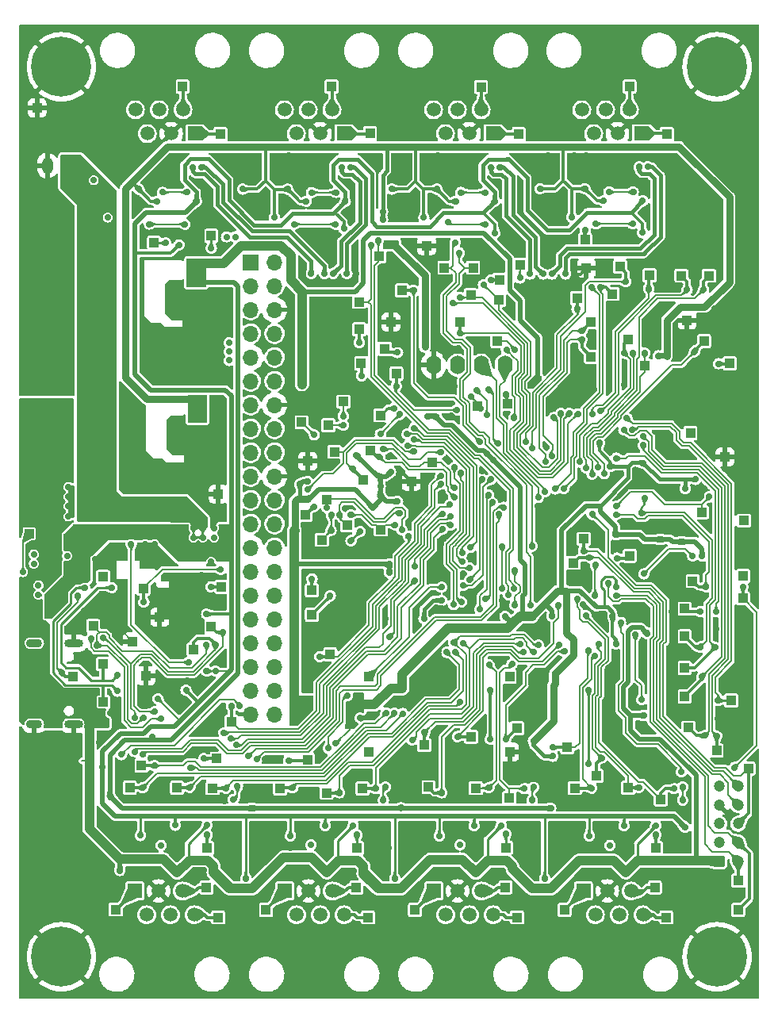
<source format=gbr>
%TF.GenerationSoftware,KiCad,Pcbnew,(7.0.0)*%
%TF.CreationDate,2023-03-09T20:35:22+00:00*%
%TF.ProjectId,RobotLegoController,526f626f-744c-4656-976f-436f6e74726f,REV A*%
%TF.SameCoordinates,Original*%
%TF.FileFunction,Copper,L4,Bot*%
%TF.FilePolarity,Positive*%
%FSLAX46Y46*%
G04 Gerber Fmt 4.6, Leading zero omitted, Abs format (unit mm)*
G04 Created by KiCad (PCBNEW (7.0.0)) date 2023-03-09 20:35:22*
%MOMM*%
%LPD*%
G01*
G04 APERTURE LIST*
G04 Aperture macros list*
%AMRoundRect*
0 Rectangle with rounded corners*
0 $1 Rounding radius*
0 $2 $3 $4 $5 $6 $7 $8 $9 X,Y pos of 4 corners*
0 Add a 4 corners polygon primitive as box body*
4,1,4,$2,$3,$4,$5,$6,$7,$8,$9,$2,$3,0*
0 Add four circle primitives for the rounded corners*
1,1,$1+$1,$2,$3*
1,1,$1+$1,$4,$5*
1,1,$1+$1,$6,$7*
1,1,$1+$1,$8,$9*
0 Add four rect primitives between the rounded corners*
20,1,$1+$1,$2,$3,$4,$5,0*
20,1,$1+$1,$4,$5,$6,$7,0*
20,1,$1+$1,$6,$7,$8,$9,0*
20,1,$1+$1,$8,$9,$2,$3,0*%
G04 Aperture macros list end*
%TA.AperFunction,ComponentPad*%
%ADD10C,6.400000*%
%TD*%
%TA.AperFunction,ComponentPad*%
%ADD11R,1.520000X1.520000*%
%TD*%
%TA.AperFunction,ComponentPad*%
%ADD12C,1.520000*%
%TD*%
%TA.AperFunction,ComponentPad*%
%ADD13O,1.600000X2.000000*%
%TD*%
%TA.AperFunction,ComponentPad*%
%ADD14C,0.700000*%
%TD*%
%TA.AperFunction,SMDPad,CuDef*%
%ADD15R,1.800000X2.500000*%
%TD*%
%TA.AperFunction,SMDPad,CuDef*%
%ADD16R,3.500000X2.000000*%
%TD*%
%TA.AperFunction,ComponentPad*%
%ADD17RoundRect,0.250000X0.350000X0.625000X-0.350000X0.625000X-0.350000X-0.625000X0.350000X-0.625000X0*%
%TD*%
%TA.AperFunction,ComponentPad*%
%ADD18O,1.200000X1.750000*%
%TD*%
%TA.AperFunction,ComponentPad*%
%ADD19R,1.700000X1.700000*%
%TD*%
%TA.AperFunction,ComponentPad*%
%ADD20O,1.700000X1.700000*%
%TD*%
%TA.AperFunction,ComponentPad*%
%ADD21C,0.500000*%
%TD*%
%TA.AperFunction,SMDPad,CuDef*%
%ADD22R,2.700000X2.700000*%
%TD*%
%TA.AperFunction,ComponentPad*%
%ADD23RoundRect,0.250000X0.350000X-0.350000X0.350000X0.350000X-0.350000X0.350000X-0.350000X-0.350000X0*%
%TD*%
%TA.AperFunction,ComponentPad*%
%ADD24C,1.200000*%
%TD*%
%TA.AperFunction,ComponentPad*%
%ADD25O,2.000000X0.900000*%
%TD*%
%TA.AperFunction,ComponentPad*%
%ADD26O,1.700000X0.900000*%
%TD*%
%TA.AperFunction,SMDPad,CuDef*%
%ADD27R,1.000000X1.000000*%
%TD*%
%TA.AperFunction,ComponentPad*%
%ADD28R,1.000000X1.000000*%
%TD*%
%TA.AperFunction,ViaPad*%
%ADD29C,0.700000*%
%TD*%
%TA.AperFunction,ViaPad*%
%ADD30C,4.000000*%
%TD*%
%TA.AperFunction,ViaPad*%
%ADD31C,3.000000*%
%TD*%
%TA.AperFunction,Conductor*%
%ADD32C,0.200000*%
%TD*%
%TA.AperFunction,Conductor*%
%ADD33C,0.300000*%
%TD*%
%TA.AperFunction,Conductor*%
%ADD34C,0.150000*%
%TD*%
%TA.AperFunction,Conductor*%
%ADD35C,0.400000*%
%TD*%
%TA.AperFunction,Conductor*%
%ADD36C,0.250000*%
%TD*%
%TA.AperFunction,Conductor*%
%ADD37C,0.500000*%
%TD*%
%TA.AperFunction,Conductor*%
%ADD38C,0.750000*%
%TD*%
%TA.AperFunction,Conductor*%
%ADD39C,1.000000*%
%TD*%
%TA.AperFunction,Conductor*%
%ADD40C,0.180000*%
%TD*%
G04 APERTURE END LIST*
D10*
%TO.P,H4,1,1*%
%TO.N,GND*%
X205000000Y-39000000D03*
%TD*%
D11*
%TO.P,J11,1*%
%TO.N,/05-System Outputs A/MOTORA_PIN1*%
X149249999Y-46139999D03*
D12*
%TO.P,J11,2*%
%TO.N,/05-System Outputs A/MOTORA_PIN2*%
X147980000Y-43600000D03*
%TO.P,J11,3*%
%TO.N,GND*%
X146710000Y-46140000D03*
%TO.P,J11,4*%
%TO.N,Net-(C132-Pad2)*%
X145440000Y-43600000D03*
%TO.P,J11,5*%
%TO.N,/05-System Outputs A/MOTORA_PIN5*%
X144170000Y-46140000D03*
%TO.P,J11,6*%
%TO.N,/05-System Outputs A/MOTORA_PIN6*%
X142900000Y-43600000D03*
%TD*%
D13*
%TO.P,U3,1,GND*%
%TO.N,GND*%
X174719999Y-70849999D03*
%TO.P,U3,2,VCC*%
%TO.N,+3.3V*%
X177259999Y-70849999D03*
%TO.P,U3,3,SCL*%
%TO.N,SYS_I2C_SCL*%
X179799999Y-70849999D03*
%TO.P,U3,4,SDA*%
%TO.N,SYS_I2C_SDA*%
X182339999Y-70849999D03*
%TD*%
D10*
%TO.P,H3,1,1*%
%TO.N,GND*%
X135000000Y-39000000D03*
%TD*%
D14*
%TO.P,U8,9,PGND*%
%TO.N,GND*%
X143900000Y-81795000D03*
X143900000Y-82795000D03*
X143900000Y-83795000D03*
D15*
X144549999Y-82794999D03*
D14*
X145200000Y-81795000D03*
X145200000Y-82795000D03*
X145200000Y-83795000D03*
%TD*%
D11*
%TO.P,J14,1*%
%TO.N,/06-System Outputs B/MOTORD_PIN1*%
X196899999Y-46139999D03*
D12*
%TO.P,J14,2*%
%TO.N,/06-System Outputs B/MOTORD_PIN2*%
X195630000Y-43600000D03*
%TO.P,J14,3*%
%TO.N,GND*%
X194360000Y-46140000D03*
%TO.P,J14,4*%
%TO.N,Net-(C160-Pad2)*%
X193090000Y-43600000D03*
%TO.P,J14,5*%
%TO.N,/06-System Outputs B/MOTORD_PIN5*%
X191820000Y-46140000D03*
%TO.P,J14,6*%
%TO.N,/06-System Outputs B/MOTORD_PIN6*%
X190550000Y-43600000D03*
%TD*%
D14*
%TO.P,U17,17,GND(PPAD)*%
%TO.N,GND*%
X165050000Y-64550000D03*
X163550000Y-64550000D03*
X162050000Y-64550000D03*
D16*
X163549999Y-65299999D03*
D14*
X165050000Y-66050000D03*
X163550000Y-66050000D03*
X162050000Y-66050000D03*
%TD*%
D17*
%TO.P,J4,1,Pin_1*%
%TO.N,+BATT*%
X135500000Y-49550000D03*
D18*
%TO.P,J4,2,Pin_2*%
%TO.N,GND*%
X133499999Y-49549999D03*
%TD*%
D10*
%TO.P,H1,1,1*%
%TO.N,GND*%
X135000000Y-134000000D03*
%TD*%
D19*
%TO.P,J2,1,3V3*%
%TO.N,unconnected-(J2-3V3-Pad1)*%
X155227031Y-59861038D03*
D20*
%TO.P,J2,2,5V*%
%TO.N,+5V*%
X157767031Y-59861038D03*
%TO.P,J2,3,SDA/GPIO2*%
%TO.N,unconnected-(J2-SDA{slash}GPIO2-Pad3)*%
X155227031Y-62401038D03*
%TO.P,J2,4,5V*%
%TO.N,+5V*%
X157767031Y-62401038D03*
%TO.P,J2,5,SCL/GPIO3*%
%TO.N,unconnected-(J2-SCL{slash}GPIO3-Pad5)*%
X155227031Y-64941038D03*
%TO.P,J2,6,GND*%
%TO.N,GND*%
X157767031Y-64941038D03*
%TO.P,J2,7,GCLK0/GPIO4*%
%TO.N,unconnected-(J2-GCLK0{slash}GPIO4-Pad7)*%
X155227031Y-67481038D03*
%TO.P,J2,8,GPIO14/TXD*%
%TO.N,Net-(J2-GPIO14{slash}TXD)*%
X157767031Y-67481038D03*
%TO.P,J2,9,GND*%
%TO.N,GND*%
X155227031Y-70021038D03*
%TO.P,J2,10,GPIO15/RXD*%
%TO.N,Net-(J2-GPIO15{slash}RXD)*%
X157767031Y-70021038D03*
%TO.P,J2,11,GPIO17*%
%TO.N,unconnected-(J2-GPIO17-Pad11)*%
X155227031Y-72561038D03*
%TO.P,J2,12,GPIO18/PWM0*%
%TO.N,unconnected-(J2-GPIO18{slash}PWM0-Pad12)*%
X157767031Y-72561038D03*
%TO.P,J2,13,GPIO27*%
%TO.N,unconnected-(J2-GPIO27-Pad13)*%
X155227031Y-75101038D03*
%TO.P,J2,14,GND*%
%TO.N,GND*%
X157767031Y-75101038D03*
%TO.P,J2,15,GPIO22*%
%TO.N,unconnected-(J2-GPIO22-Pad15)*%
X155227031Y-77641038D03*
%TO.P,J2,16,GPIO23*%
%TO.N,unconnected-(J2-GPIO23-Pad16)*%
X157767031Y-77641038D03*
%TO.P,J2,17,3V3*%
%TO.N,unconnected-(J2-3V3-Pad17)*%
X155227031Y-80181038D03*
%TO.P,J2,18,GPIO24*%
%TO.N,unconnected-(J2-GPIO24-Pad18)*%
X157767031Y-80181038D03*
%TO.P,J2,19,MOSI0/GPIO10*%
%TO.N,unconnected-(J2-MOSI0{slash}GPIO10-Pad19)*%
X155227031Y-82721038D03*
%TO.P,J2,20,GND*%
%TO.N,GND*%
X157767031Y-82721038D03*
%TO.P,J2,21,MISO0/GPIO9*%
%TO.N,unconnected-(J2-MISO0{slash}GPIO9-Pad21)*%
X155227031Y-85261038D03*
%TO.P,J2,22,GPIO25*%
%TO.N,unconnected-(J2-GPIO25-Pad22)*%
X157767031Y-85261038D03*
%TO.P,J2,23,SCLK0/GPIO11*%
%TO.N,unconnected-(J2-SCLK0{slash}GPIO11-Pad23)*%
X155227031Y-87801038D03*
%TO.P,J2,24,~{CE0}/GPIO8*%
%TO.N,unconnected-(J2-~{CE0}{slash}GPIO8-Pad24)*%
X157767031Y-87801038D03*
%TO.P,J2,25,GND*%
%TO.N,GND*%
X155227031Y-90341038D03*
%TO.P,J2,26,~{CE1}/GPIO7*%
%TO.N,unconnected-(J2-~{CE1}{slash}GPIO7-Pad26)*%
X157767031Y-90341038D03*
%TO.P,J2,27,ID_SD/GPIO0*%
%TO.N,unconnected-(J2-ID_SD{slash}GPIO0-Pad27)*%
X155227031Y-92881038D03*
%TO.P,J2,28,ID_SC/GPIO1*%
%TO.N,unconnected-(J2-ID_SC{slash}GPIO1-Pad28)*%
X157767031Y-92881038D03*
%TO.P,J2,29,GCLK1/GPIO5*%
%TO.N,unconnected-(J2-GCLK1{slash}GPIO5-Pad29)*%
X155227031Y-95421038D03*
%TO.P,J2,30,GND*%
%TO.N,GND*%
X157767031Y-95421038D03*
%TO.P,J2,31,GCLK2/GPIO6*%
%TO.N,unconnected-(J2-GCLK2{slash}GPIO6-Pad31)*%
X155227031Y-97961038D03*
%TO.P,J2,32,PWM0/GPIO12*%
%TO.N,unconnected-(J2-PWM0{slash}GPIO12-Pad32)*%
X157767031Y-97961038D03*
%TO.P,J2,33,PWM1/GPIO13*%
%TO.N,unconnected-(J2-PWM1{slash}GPIO13-Pad33)*%
X155227031Y-100501038D03*
%TO.P,J2,34,GND*%
%TO.N,GND*%
X157767031Y-100501038D03*
%TO.P,J2,35,GPIO19/MISO1*%
%TO.N,unconnected-(J2-GPIO19{slash}MISO1-Pad35)*%
X155227031Y-103041038D03*
%TO.P,J2,36,GPIO16*%
%TO.N,unconnected-(J2-GPIO16-Pad36)*%
X157767031Y-103041038D03*
%TO.P,J2,37,GPIO26*%
%TO.N,unconnected-(J2-GPIO26-Pad37)*%
X155227031Y-105581038D03*
%TO.P,J2,38,GPIO20/MOSI1*%
%TO.N,unconnected-(J2-GPIO20{slash}MOSI1-Pad38)*%
X157767031Y-105581038D03*
%TO.P,J2,39,GND*%
%TO.N,GND*%
X155227031Y-108121038D03*
%TO.P,J2,40,GPIO21/SCLK1*%
%TO.N,unconnected-(J2-GPIO21{slash}SCLK1-Pad40)*%
X157767031Y-108121038D03*
%TD*%
D11*
%TO.P,J7,1*%
%TO.N,/03-System Inputs A/INPUT1_PIN1*%
X142829999Y-126979999D03*
D12*
%TO.P,J7,2*%
%TO.N,/03-System Inputs A/INPUT1_PIN2*%
X144100000Y-129520000D03*
%TO.P,J7,3*%
%TO.N,GND*%
X145370000Y-126980000D03*
%TO.P,J7,4*%
%TO.N,Net-(C94-Pad2)*%
X146640000Y-129520000D03*
%TO.P,J7,5*%
%TO.N,/03-System Inputs A/INPUT1_PIN5*%
X147910000Y-126980000D03*
%TO.P,J7,6*%
%TO.N,/03-System Inputs A/INPUT1_PIN6*%
X149180000Y-129520000D03*
%TD*%
D14*
%TO.P,U9,9,PGND*%
%TO.N,GND*%
X143780000Y-67350000D03*
X143780000Y-68350000D03*
X143780000Y-69350000D03*
D15*
X144429999Y-68349999D03*
D14*
X145080000Y-67350000D03*
X145080000Y-68350000D03*
X145080000Y-69350000D03*
%TD*%
D21*
%TO.P,U6,25,GND*%
%TO.N,GND*%
X146900000Y-96375000D03*
X148000000Y-96375000D03*
X149100000Y-96375000D03*
X146900000Y-95275000D03*
X148000000Y-95275000D03*
D22*
X147999999Y-95274999D03*
D21*
X149100000Y-95275000D03*
X146900000Y-94175000D03*
X148000000Y-94175000D03*
X149100000Y-94175000D03*
%TD*%
D23*
%TO.P,J1,1,Pin_1*%
%TO.N,+5V*%
X205250000Y-123800000D03*
D24*
%TO.P,J1,2,Pin_2*%
%TO.N,/01-Microcontroller and Extras/MC_SWDIO*%
X207250000Y-123800000D03*
%TO.P,J1,3,Pin_3*%
%TO.N,+5V*%
X205250000Y-121800000D03*
%TO.P,J1,4,Pin_4*%
%TO.N,/01-Microcontroller and Extras/MC_SWCLK*%
X207250000Y-121800000D03*
%TO.P,J1,5,Pin_5*%
%TO.N,unconnected-(J1-Pin_5-Pad5)*%
X205250000Y-119800000D03*
%TO.P,J1,6,Pin_6*%
%TO.N,/01-Microcontroller and Extras/MC_RESET_N*%
X207250000Y-119800000D03*
%TO.P,J1,7,Pin_7*%
%TO.N,GND*%
X205250000Y-117800000D03*
%TO.P,J1,8,Pin_8*%
%TO.N,/01-Microcontroller and Extras/DEBUG_uTX_dRX*%
X207250000Y-117800000D03*
%TO.P,J1,9,Pin_9*%
%TO.N,GND*%
X205250000Y-115800000D03*
%TO.P,J1,10,Pin_10*%
%TO.N,/01-Microcontroller and Extras/DEBUG_uRX_dTX*%
X207250000Y-115800000D03*
%TD*%
D11*
%TO.P,J10,1*%
%TO.N,/04-System Inputs B/INPUT4_PIN1*%
X190729999Y-126979999D03*
D12*
%TO.P,J10,2*%
%TO.N,/04-System Inputs B/INPUT4_PIN2*%
X192000000Y-129520000D03*
%TO.P,J10,3*%
%TO.N,GND*%
X193270000Y-126980000D03*
%TO.P,J10,4*%
%TO.N,Net-(C119-Pad2)*%
X194540000Y-129520000D03*
%TO.P,J10,5*%
%TO.N,/04-System Inputs B/INPUT4_PIN5*%
X195810000Y-126980000D03*
%TO.P,J10,6*%
%TO.N,/04-System Inputs B/INPUT4_PIN6*%
X197080000Y-129520000D03*
%TD*%
D11*
%TO.P,J9,1*%
%TO.N,/04-System Inputs B/INPUT3_PIN1*%
X174749999Y-126979999D03*
D12*
%TO.P,J9,2*%
%TO.N,/04-System Inputs B/INPUT3_PIN2*%
X176020000Y-129520000D03*
%TO.P,J9,3*%
%TO.N,GND*%
X177290000Y-126980000D03*
%TO.P,J9,4*%
%TO.N,Net-(C114-Pad2)*%
X178560000Y-129520000D03*
%TO.P,J9,5*%
%TO.N,/04-System Inputs B/INPUT3_PIN5*%
X179830000Y-126980000D03*
%TO.P,J9,6*%
%TO.N,/04-System Inputs B/INPUT3_PIN6*%
X181100000Y-129520000D03*
%TD*%
D11*
%TO.P,J12,1*%
%TO.N,/05-System Outputs A/MOTORB_PIN1*%
X165149999Y-46139999D03*
D12*
%TO.P,J12,2*%
%TO.N,/05-System Outputs A/MOTORB_PIN2*%
X163880000Y-43600000D03*
%TO.P,J12,3*%
%TO.N,GND*%
X162610000Y-46140000D03*
%TO.P,J12,4*%
%TO.N,Net-(C135-Pad2)*%
X161340000Y-43600000D03*
%TO.P,J12,5*%
%TO.N,/05-System Outputs A/MOTORB_PIN5*%
X160070000Y-46140000D03*
%TO.P,J12,6*%
%TO.N,/05-System Outputs A/MOTORB_PIN6*%
X158800000Y-43600000D03*
%TD*%
D14*
%TO.P,U23,17,GND(PPAD)*%
%TO.N,GND*%
X188400000Y-64600000D03*
X186900000Y-64600000D03*
X185400000Y-64600000D03*
D16*
X186899999Y-65349999D03*
D14*
X188400000Y-66100000D03*
X186900000Y-66100000D03*
X185400000Y-66100000D03*
%TD*%
D11*
%TO.P,J13,1*%
%TO.N,/06-System Outputs B/MOTORC_PIN1*%
X181069999Y-46139999D03*
D12*
%TO.P,J13,2*%
%TO.N,/06-System Outputs B/MOTORC_PIN2*%
X179800000Y-43600000D03*
%TO.P,J13,3*%
%TO.N,GND*%
X178530000Y-46140000D03*
%TO.P,J13,4*%
%TO.N,Net-(C157-Pad2)*%
X177260000Y-43600000D03*
%TO.P,J13,5*%
%TO.N,/06-System Outputs B/MOTORC_PIN5*%
X175990000Y-46140000D03*
%TO.P,J13,6*%
%TO.N,/06-System Outputs B/MOTORC_PIN6*%
X174720000Y-43600000D03*
%TD*%
D25*
%TO.P,J3,S1,SHIELD*%
%TO.N,GND*%
X136283194Y-100536523D03*
D26*
X132113194Y-100536523D03*
D25*
X136283194Y-109176523D03*
D26*
X132113194Y-109176523D03*
%TD*%
D11*
%TO.P,J8,1*%
%TO.N,/03-System Inputs A/INPUT2_PIN1*%
X158829999Y-126979999D03*
D12*
%TO.P,J8,2*%
%TO.N,/03-System Inputs A/INPUT2_PIN2*%
X160100000Y-129520000D03*
%TO.P,J8,3*%
%TO.N,GND*%
X161370000Y-126980000D03*
%TO.P,J8,4*%
%TO.N,Net-(C99-Pad2)*%
X162640000Y-129520000D03*
%TO.P,J8,5*%
%TO.N,/03-System Inputs A/INPUT2_PIN5*%
X163910000Y-126980000D03*
%TO.P,J8,6*%
%TO.N,/03-System Inputs A/INPUT2_PIN6*%
X165180000Y-129520000D03*
%TD*%
D10*
%TO.P,H2,1,1*%
%TO.N,GND*%
X205000000Y-134000000D03*
%TD*%
D27*
%TO.P,TP115,1,1*%
%TO.N,MOTORC_PIN5_DET*%
X194649999Y-60349999D03*
%TD*%
%TO.P,TP136,1,1*%
%TO.N,MOTORD_PIN5_ENCODER*%
X190899999Y-57449999D03*
%TD*%
%TO.P,TP24,1,1*%
%TO.N,/02-System Power Supply and USB/VCONN*%
X139449999Y-93449999D03*
%TD*%
%TO.P,TP89,1,1*%
%TO.N,/04-System Inputs B/INPUT4_PIN6*%
X199599999Y-129799999D03*
%TD*%
%TO.P,TP116,1,1*%
%TO.N,MOTORD_PIN5_DET*%
X204149999Y-61299999D03*
%TD*%
%TO.P,TP105,1,1*%
%TO.N,MOTORB_PWM1*%
X169049999Y-76199999D03*
%TD*%
%TO.P,TP5,1,1*%
%TO.N,/01-Microcontroller and Extras/SYS_IMU_IRQ2*%
X164149999Y-80099999D03*
%TD*%
D28*
%TO.P,TP28,1,1*%
%TO.N,+4V*%
X131549999Y-88849999D03*
%TD*%
D27*
%TO.P,TP112,1,1*%
%TO.N,/05-System Outputs A/MOTORB_PIN2*%
X163849999Y-41099999D03*
%TD*%
%TO.P,TP111,1,1*%
%TO.N,/05-System Outputs A/MOTORB_PIN1*%
X167949999Y-46099999D03*
%TD*%
%TO.P,TP74,1,1*%
%TO.N,INPUT3_PIN1_SENSE_VOLTAGE*%
X201549999Y-106199999D03*
%TD*%
%TO.P,TP145,1,1*%
%TO.N,PIEZO_PWM*%
X207749999Y-95749999D03*
%TD*%
%TO.P,TP54,1,1*%
%TO.N,/03-System Inputs A/INPUT1_PIN5*%
X150499999Y-126599999D03*
%TD*%
%TO.P,TP126,1,1*%
%TO.N,MOTORC_PWM1*%
X181549999Y-68299999D03*
%TD*%
%TO.P,TP57,1,1*%
%TO.N,INPUT2_PIN5_SCL_uTX_pRX*%
X163299999Y-116499999D03*
%TD*%
%TO.P,TP103,1,1*%
%TO.N,MOTORAB_SLEEP_N*%
X166799999Y-66999999D03*
%TD*%
%TO.P,TP32,1,1*%
%TO.N,BM_NIRQ*%
X150999999Y-98749999D03*
%TD*%
%TO.P,TP27,1,1*%
%TO.N,/02-System Power Supply and USB/USB_CC2*%
X139449999Y-106799999D03*
%TD*%
%TO.P,TP119,1,1*%
%TO.N,MOTORC_PIN6_DET*%
X195499999Y-68149999D03*
%TD*%
%TO.P,TP67,1,1*%
%TO.N,INPUT2_PIN6_SDA_uRX_pTX*%
X167149999Y-116049999D03*
%TD*%
%TO.P,TP79,1,1*%
%TO.N,/04-System Inputs B/INPUT4_PIN5*%
X198349999Y-126599999D03*
%TD*%
%TO.P,TP52,1,1*%
%TO.N,INPUT1_PIN2_DETECT*%
X142299999Y-115949999D03*
%TD*%
%TO.P,TP91,1,1*%
%TO.N,INPUT4_PIN6_SDA_uRX_pTX*%
X198999999Y-117199999D03*
%TD*%
%TO.P,TP87,1,1*%
%TO.N,/04-System Inputs B/INPUT3_PIN6*%
X183649999Y-129799999D03*
%TD*%
%TO.P,TP18,1,1*%
%TO.N,/01-Microcontroller and Extras/SYS_FLASH_CS_N*%
X161049999Y-86849999D03*
%TD*%
%TO.P,TP30,1,1*%
%TO.N,SYS_I2C_SCL*%
X138399999Y-98699999D03*
%TD*%
%TO.P,TP109,1,1*%
%TO.N,/05-System Outputs A/MOTORA_PIN2*%
X147949999Y-41099999D03*
%TD*%
%TO.P,TP38,1,1*%
%TO.N,VBAT_ADC_ON*%
X163699999Y-101699999D03*
%TD*%
%TO.P,TP75,1,1*%
%TO.N,INPUT4_PIN1_SENSE_VOLTAGE*%
X206499999Y-106649999D03*
%TD*%
%TO.P,TP110,1,1*%
%TO.N,/05-System Outputs A/MOTORA_PIN1*%
X151999999Y-46149999D03*
%TD*%
%TO.P,TP37,1,1*%
%TO.N,/02-System Power Supply and USB/REGN*%
X143749999Y-94699999D03*
%TD*%
%TO.P,TP16,1,1*%
%TO.N,MOTORB_PIN5_ENCODER*%
X166799999Y-64099999D03*
%TD*%
%TO.P,TP58,1,1*%
%TO.N,Net-(U6-TS)*%
X152099999Y-94499999D03*
%TD*%
%TO.P,TP77,1,1*%
%TO.N,INPUT4_PIN2_DETECT*%
X189799999Y-115999999D03*
%TD*%
%TO.P,TP96,1,1*%
%TO.N,MOTORA_PIN5_DET*%
X171349999Y-62849999D03*
%TD*%
%TO.P,TP81,1,1*%
%TO.N,INPUT4_PIN5_SCL_uTX_pRX*%
X195499999Y-115949999D03*
%TD*%
%TO.P,TP99,1,1*%
%TO.N,MOTORB_PIN6_SENSE*%
X177549999Y-66249999D03*
%TD*%
D28*
%TO.P,TP21,1,1*%
%TO.N,GND*%
X182849999Y-112124999D03*
%TD*%
D27*
%TO.P,TP78,1,1*%
%TO.N,/04-System Inputs B/INPUT3_PIN5*%
X182399999Y-126599999D03*
%TD*%
%TO.P,TP25,1,1*%
%TO.N,SHUTDOWN*%
X153149999Y-108899999D03*
%TD*%
%TO.P,TP117,1,1*%
%TO.N,MOTORC_PIN6_SENSE*%
X197299999Y-70899999D03*
%TD*%
%TO.P,TP31,1,1*%
%TO.N,GND*%
X145499999Y-97749999D03*
%TD*%
%TO.P,TP134,1,1*%
%TO.N,MOTORA_PIN5_ENCODER*%
X144899999Y-57799999D03*
%TD*%
%TO.P,TP130,1,1*%
%TO.N,/06-System Outputs B/MOTORD_PIN1*%
X199649999Y-46149999D03*
%TD*%
%TO.P,TP70,1,1*%
%TO.N,/04-System Inputs B/INPUT3_PIN1*%
X172749999Y-128999999D03*
%TD*%
%TO.P,TP29,1,1*%
%TO.N,SYS_I2C_SDA*%
X149099999Y-101199999D03*
%TD*%
%TO.P,TP14,1,1*%
%TO.N,GND*%
X172349999Y-83249999D03*
%TD*%
%TO.P,TP124,1,1*%
%TO.N,MOTORD_PWM1*%
X191499999Y-66249999D03*
%TD*%
%TO.P,TP113,1,1*%
%TO.N,MOTORC_PIN5_SENSE*%
X197799999Y-61249999D03*
%TD*%
%TO.P,TP92,1,1*%
%TO.N,INPUT3_PIN6_SENSE_VOLTAGE*%
X201949999Y-109549999D03*
%TD*%
%TO.P,TP49,1,1*%
%TO.N,INPUT2_PIN1_CURRENT_ENABLE*%
X161299999Y-112949999D03*
%TD*%
%TO.P,TP51,1,1*%
%TO.N,INPUT2_PIN1_SENSE_VOLTAGE*%
X201549999Y-96849999D03*
%TD*%
%TO.P,TP8,1,1*%
%TO.N,/01-Microcontroller and Extras/DEBUG_uTX_dRX*%
X189699999Y-91949999D03*
%TD*%
%TO.P,TP125,1,1*%
%TO.N,MOTORD_PWM2*%
X191549999Y-69949999D03*
%TD*%
%TO.P,TP1,1,1*%
%TO.N,/01-Microcontroller and Extras/MC_SWDIO*%
X207249999Y-125849999D03*
%TD*%
D28*
%TO.P,TP17,1,1*%
%TO.N,/01-Microcontroller and Extras/LED3*%
X167849999Y-104099999D03*
%TD*%
%TO.P,TP133,1,1*%
%TO.N,GND*%
X151749999Y-84599999D03*
%TD*%
D27*
%TO.P,TP127,1,1*%
%TO.N,MOTORC_PWM2*%
X182599999Y-74999999D03*
%TD*%
%TO.P,TP76,1,1*%
%TO.N,INPUT3_PIN2_DETECT*%
X174199999Y-115899999D03*
%TD*%
%TO.P,TP9,1,1*%
%TO.N,/01-Microcontroller and Extras/SYS_IMU_CS*%
X163299999Y-85199999D03*
%TD*%
%TO.P,TP135,1,1*%
%TO.N,MOTORA_PIN6_ENCODER*%
X150999999Y-57049999D03*
%TD*%
%TO.P,TP95,1,1*%
%TO.N,MOTORB_PIN5_SENSE*%
X181699999Y-63899999D03*
%TD*%
%TO.P,TP66,1,1*%
%TO.N,INPUT1_PIN6_SDA_uRX_pTX*%
X151149999Y-115999999D03*
%TD*%
%TO.P,TP63,1,1*%
%TO.N,/03-System Inputs A/INPUT1_PIN6*%
X151749999Y-129799999D03*
%TD*%
%TO.P,TP142,1,1*%
%TO.N,GND*%
X173999999Y-58099999D03*
%TD*%
%TO.P,TP47,1,1*%
%TO.N,/03-System Inputs A/INPUT2_PIN1*%
X156849999Y-128999999D03*
%TD*%
%TO.P,TP90,1,1*%
%TO.N,INPUT3_PIN6_SDA_uRX_pTX*%
X182799999Y-117049999D03*
%TD*%
D28*
%TO.P,TP23,1,1*%
%TO.N,GND*%
X132399999Y-43399999D03*
%TD*%
D27*
%TO.P,TP82,1,1*%
%TO.N,VBUS*%
X136199999Y-104099999D03*
%TD*%
%TO.P,TP69,1,1*%
%TO.N,INPUT2_PIN6_SENSE_VOLTAGE*%
X201549999Y-103149999D03*
%TD*%
%TO.P,TP64,1,1*%
%TO.N,Net-(D24-COM)*%
X166549999Y-122399999D03*
%TD*%
%TO.P,TP12,1,1*%
%TO.N,/01-Microcontroller and Extras/PC_uRX_rpiTX*%
X174549999Y-81199999D03*
%TD*%
%TO.P,TP56,1,1*%
%TO.N,INPUT1_PIN5_SCL_uTX_pRX*%
X147349999Y-115949999D03*
%TD*%
%TO.P,TP138,1,1*%
%TO.N,MOTORC_PIN6_ENCODER*%
X178949999Y-60449999D03*
%TD*%
%TO.P,TP88,1,1*%
%TO.N,Net-(D38-COM)*%
X198449999Y-122399999D03*
%TD*%
%TO.P,TP93,1,1*%
%TO.N,INPUT4_PIN6_SENSE_VOLTAGE*%
X204949999Y-111999999D03*
%TD*%
%TO.P,TP68,1,1*%
%TO.N,INPUT1_PIN6_SENSE_VOLTAGE*%
X201549999Y-99799999D03*
%TD*%
%TO.P,TP46,1,1*%
%TO.N,/03-System Inputs A/INPUT1_PIN1*%
X140799999Y-128949999D03*
%TD*%
%TO.P,TP65,1,1*%
%TO.N,/03-System Inputs A/INPUT2_PIN6*%
X167749999Y-129799999D03*
%TD*%
%TO.P,TP6,1,1*%
%TO.N,/01-Microcontroller and Extras/MC_RESET_N*%
X208349999Y-113899999D03*
%TD*%
D28*
%TO.P,TP149,1,1*%
%TO.N,Net-(D65-DO)*%
X202149999Y-78099999D03*
%TD*%
D27*
%TO.P,TP106,1,1*%
%TO.N,MOTORB_PWM2*%
X166999999Y-70649999D03*
%TD*%
%TO.P,TP22,1,1*%
%TO.N,GND*%
X142599999Y-100349999D03*
%TD*%
%TO.P,TP120,1,1*%
%TO.N,MOTORD_PIN6_DET*%
X206349999Y-70649999D03*
%TD*%
%TO.P,TP132,1,1*%
%TO.N,Net-(U2-PF2)*%
X195649999Y-91199999D03*
%TD*%
D28*
%TO.P,TP146,1,1*%
%TO.N,Net-(Q13-D)*%
X207799999Y-93349999D03*
%TD*%
D27*
%TO.P,TP50,1,1*%
%TO.N,INPUT1_PIN1_SENSE_VOLTAGE*%
X202399999Y-93899999D03*
%TD*%
%TO.P,TP128,1,1*%
%TO.N,/06-System Outputs B/MOTORC_PIN2*%
X179799999Y-41149999D03*
%TD*%
%TO.P,TP13,1,1*%
%TO.N,/01-Microcontroller and Extras/PC_uTX_rpiRX*%
X167949999Y-79999999D03*
%TD*%
%TO.P,TP140,1,1*%
%TO.N,GND*%
X201799999Y-66049999D03*
%TD*%
D28*
%TO.P,TP147,1,1*%
%TO.N,+5V*%
X207849999Y-87449999D03*
%TD*%
D27*
%TO.P,TP33,1,1*%
%TO.N,Net-(Q3-G)*%
X161749999Y-94899999D03*
%TD*%
%TO.P,TP114,1,1*%
%TO.N,MOTORD_PIN5_SENSE*%
X201199999Y-61299999D03*
%TD*%
%TO.P,TP122,1,1*%
%TO.N,MOTORCD_SLEEP_N*%
X190049999Y-63699999D03*
%TD*%
%TO.P,TP60,1,1*%
%TO.N,INPUT1_PIN6_ENABLE_N*%
X151599999Y-112849999D03*
%TD*%
%TO.P,TP97,1,1*%
%TO.N,MOTORB_PIN5_DET*%
X181749999Y-61749999D03*
%TD*%
%TO.P,TP141,1,1*%
%TO.N,GND*%
X191049999Y-60499999D03*
%TD*%
%TO.P,TP107,1,1*%
%TO.N,MOTORA_PWM1*%
X163499999Y-77249999D03*
%TD*%
%TO.P,TP108,1,1*%
%TO.N,MOTORA_PWM2*%
X165099999Y-74749999D03*
%TD*%
%TO.P,TP62,1,1*%
%TO.N,Net-(D23-COM)*%
X150549999Y-122399999D03*
%TD*%
%TO.P,TP72,1,1*%
%TO.N,INPUT3_PIN1_CURRENT_ENABLE*%
X178749999Y-110499999D03*
%TD*%
%TO.P,TP148,1,1*%
%TO.N,GND*%
X205849999Y-80649999D03*
%TD*%
%TO.P,TP61,1,1*%
%TO.N,INPUT3_PIN6_ENABLE_N*%
X183649999Y-109599999D03*
%TD*%
%TO.P,TP80,1,1*%
%TO.N,INPUT3_PIN5_SCL_uTX_pRX*%
X179249999Y-115999999D03*
%TD*%
%TO.P,TP139,1,1*%
%TO.N,MOTORC_PIN5_ENCODER*%
X175899999Y-60449999D03*
%TD*%
%TO.P,TP4,1,1*%
%TO.N,/01-Microcontroller and Extras/MC_SWCLK*%
X207249999Y-128999999D03*
%TD*%
%TO.P,TP7,1,1*%
%TO.N,/01-Microcontroller and Extras/SYS_SPI_MOSI*%
X169099999Y-88399999D03*
%TD*%
%TO.P,TP143,1,1*%
%TO.N,GND*%
X170199999Y-66249999D03*
%TD*%
%TO.P,TP55,1,1*%
%TO.N,/03-System Inputs A/INPUT2_PIN5*%
X166499999Y-126599999D03*
%TD*%
%TO.P,TP59,1,1*%
%TO.N,INPUT2_PIN6_ENABLE_N*%
X173749999Y-111399999D03*
%TD*%
%TO.P,TP3,1,1*%
%TO.N,/01-Microcontroller and Extras/SYS_SPI_MISO*%
X162799999Y-89499999D03*
%TD*%
%TO.P,TP104,1,1*%
%TO.N,MOTORAB_FAULT_N*%
X160649999Y-76949999D03*
%TD*%
%TO.P,TP123,1,1*%
%TO.N,MOTOR_CD_FAULT_N*%
X183949999Y-60149999D03*
%TD*%
%TO.P,TP34,1,1*%
%TO.N,VBAT_SENSE*%
X161749999Y-97499999D03*
%TD*%
%TO.P,TP118,1,1*%
%TO.N,MOTORD_PIN6_SENSE*%
X203599999Y-68299999D03*
%TD*%
%TO.P,TP86,1,1*%
%TO.N,Net-(D37-COM)*%
X182449999Y-122349999D03*
%TD*%
%TO.P,TP83,1,1*%
%TO.N,INPUT4_PIN6_ENABLE_N*%
X188999999Y-111649999D03*
%TD*%
%TO.P,TP100,1,1*%
%TO.N,MOTORA_PIN6_DET*%
X170749999Y-71749999D03*
%TD*%
D28*
%TO.P,TP19,1,1*%
%TO.N,GND*%
X167849999Y-112099999D03*
%TD*%
%TO.P,TP15,1,1*%
%TO.N,/01-Microcontroller and Extras/LED1*%
X182849999Y-104099999D03*
%TD*%
D27*
%TO.P,TP11,1,1*%
%TO.N,/01-Microcontroller and Extras/DEBUG_uRX_dTX*%
X190749999Y-89399999D03*
%TD*%
%TO.P,TP10,1,1*%
%TO.N,/01-Microcontroller and Extras/SYS_SPI_CLK*%
X165499999Y-87949999D03*
%TD*%
%TO.P,TP2,1,1*%
%TO.N,/01-Microcontroller and Extras/SYS_IMU_IRQ1*%
X167249999Y-83099999D03*
%TD*%
%TO.P,TP26,1,1*%
%TO.N,/02-System Power Supply and USB/USB_CC1*%
X139449999Y-102749999D03*
%TD*%
%TO.P,TP137,1,1*%
%TO.N,MOTORD_PIN6_ENCODER*%
X193849999Y-63249999D03*
%TD*%
%TO.P,TP71,1,1*%
%TO.N,/04-System Inputs B/INPUT4_PIN1*%
X188699999Y-128999999D03*
%TD*%
%TO.P,TP101,1,1*%
%TO.N,MOTORB_PIN6_DET*%
X179449999Y-75249999D03*
%TD*%
%TO.P,TP129,1,1*%
%TO.N,/06-System Outputs B/MOTORC_PIN1*%
X183849999Y-46149999D03*
%TD*%
%TO.P,TP73,1,1*%
%TO.N,INPUT4_PIN1_CURRENT_ENABLE*%
X192149999Y-114699999D03*
%TD*%
%TO.P,TP98,1,1*%
%TO.N,MOTORA_PIN6_SENSE*%
X169549999Y-69099999D03*
%TD*%
%TO.P,TP144,1,1*%
%TO.N,ADD_LED_RGB*%
X203399999Y-86549999D03*
%TD*%
%TO.P,TP94,1,1*%
%TO.N,MOTORA_PIN5_SENSE*%
X178699999Y-63399999D03*
%TD*%
%TO.P,TP20,1,1*%
%TO.N,MOTORB_PIN6_ENCODER*%
X168899999Y-59249999D03*
%TD*%
%TO.P,TP53,1,1*%
%TO.N,INPUT2_PIN2_DETECT*%
X158349999Y-116049999D03*
%TD*%
%TO.P,TP85,1,1*%
%TO.N,GND*%
X161299999Y-81099999D03*
%TD*%
%TO.P,TP84,1,1*%
%TO.N,GND*%
X144049999Y-103999999D03*
%TD*%
%TO.P,TP131,1,1*%
%TO.N,/06-System Outputs B/MOTORD_PIN2*%
X195649999Y-41099999D03*
%TD*%
%TO.P,TP48,1,1*%
%TO.N,INPUT1_PIN1_CURRENT_ENABLE*%
X143549999Y-113599999D03*
%TD*%
D29*
%TO.N,VBUS*%
X135050000Y-103650000D03*
X136744622Y-95444622D03*
%TO.N,GND*%
X199750000Y-87550000D03*
X165200000Y-72700000D03*
X143950000Y-89950000D03*
X190750000Y-73450000D03*
X200490000Y-49035000D03*
X144052500Y-106800000D03*
X185840000Y-122377500D03*
X196950000Y-120000000D03*
X151000000Y-91850000D03*
X162811330Y-86807717D03*
X194200000Y-82400000D03*
X149875000Y-66935000D03*
X132050000Y-91050000D03*
X199650000Y-79400000D03*
X149441384Y-56189500D03*
X149050000Y-119962500D03*
X150875000Y-66935000D03*
X144950000Y-91950000D03*
X157990000Y-48560000D03*
X135650000Y-71400000D03*
X171250000Y-124850000D03*
X169900000Y-80625500D03*
X165477000Y-51460000D03*
X190693722Y-96410544D03*
X159450000Y-122350000D03*
X152950000Y-124750000D03*
X147650000Y-101600000D03*
X197200000Y-104150000D03*
X177400000Y-69050000D03*
X146650000Y-101600000D03*
X155350000Y-124850000D03*
X204875000Y-99050000D03*
X176206569Y-80893431D03*
X198994177Y-90397453D03*
X177990000Y-49035000D03*
X203950000Y-71987500D03*
X191350000Y-122350000D03*
X187590000Y-55060000D03*
X203388968Y-108537115D03*
D30*
X133500000Y-55000000D03*
D29*
X204862500Y-76200000D03*
X177625500Y-112150000D03*
X161250000Y-102787250D03*
X181450000Y-97650000D03*
X161940000Y-50360000D03*
X165477000Y-54860000D03*
X201800000Y-67600000D03*
X201050000Y-93450000D03*
X153890000Y-122327500D03*
X170638475Y-88998575D03*
X143950000Y-91950000D03*
X193790000Y-48985000D03*
X192850000Y-117350000D03*
X151300000Y-89250000D03*
X168400000Y-117250000D03*
X151300000Y-88250000D03*
X166200000Y-124800000D03*
X199874500Y-106497349D03*
X194550000Y-64900000D03*
X139350000Y-124812500D03*
X207100000Y-64950000D03*
X141350000Y-96450000D03*
X170200000Y-64800000D03*
X182800000Y-64850000D03*
X198100000Y-124800000D03*
X149400000Y-116550000D03*
X203200000Y-98400000D03*
X137891929Y-101616014D03*
X140150000Y-110200000D03*
X146650000Y-100600000D03*
X138950000Y-95837500D03*
X199750000Y-93200000D03*
X158750000Y-117250000D03*
X202650000Y-74900000D03*
X182100000Y-124800000D03*
X197550000Y-109850000D03*
X141750000Y-95600000D03*
X205250000Y-71950000D03*
X135650000Y-69350000D03*
X169890000Y-122377500D03*
X203650000Y-84050000D03*
X201600000Y-80425000D03*
X165500000Y-90700000D03*
X204136237Y-88303059D03*
X156300000Y-115900000D03*
X179000000Y-121450000D03*
X172800000Y-98800000D03*
X196300000Y-113475500D03*
X142750000Y-117212500D03*
X185874500Y-85899158D03*
X143450000Y-122337500D03*
X164500000Y-89099000D03*
X186150000Y-103775500D03*
X189800000Y-61150000D03*
X192950000Y-113650000D03*
X152025000Y-80400000D03*
X202050000Y-88500000D03*
X135750000Y-117800000D03*
X137393056Y-97093056D03*
X183100000Y-58200000D03*
X203250000Y-84900000D03*
X161083524Y-56949653D03*
X200310000Y-117466250D03*
X181427000Y-54860000D03*
X161773450Y-99450000D03*
X193690000Y-50310000D03*
X186811991Y-79628813D03*
X150025000Y-81400000D03*
X135750000Y-84900000D03*
X208250000Y-99050000D03*
X165306031Y-86149996D03*
X201467701Y-126900000D03*
X203590000Y-126900000D03*
X145900000Y-112900000D03*
X135750000Y-85900000D03*
X199650000Y-78450000D03*
X154800000Y-54050000D03*
X138600000Y-91600000D03*
X177850000Y-93125500D03*
X186467597Y-97824546D03*
X197950000Y-67650000D03*
X205853505Y-81896495D03*
X162350000Y-90650000D03*
X197550000Y-97950000D03*
X144950000Y-117300000D03*
X188200000Y-115900000D03*
X146050000Y-50350000D03*
X193350000Y-79150000D03*
X188181315Y-84834111D03*
X165050000Y-120000000D03*
X162625500Y-112100000D03*
X200900000Y-124800000D03*
X161650000Y-121150000D03*
X175600000Y-96850000D03*
X143450000Y-124750000D03*
X199650000Y-85050000D03*
X186990000Y-48510000D03*
X166425500Y-61050000D03*
X181538140Y-84761570D03*
X171790000Y-55110000D03*
X139049500Y-111100000D03*
D30*
X133500000Y-113000000D03*
D29*
X144950000Y-89950000D03*
X163100000Y-121500000D03*
X187050000Y-74450000D03*
X184281000Y-58700000D03*
X180950000Y-120000000D03*
X170900000Y-84420000D03*
X184690000Y-49085000D03*
X138450000Y-51100000D03*
X143350000Y-53350000D03*
X162576550Y-100950000D03*
X175350000Y-122350000D03*
X171018268Y-77931732D03*
X160950000Y-117250000D03*
X132050000Y-92050000D03*
X190990000Y-48500000D03*
X205100000Y-108550000D03*
X201100000Y-92150000D03*
X135600000Y-91200000D03*
X151025000Y-80400000D03*
X152400000Y-117350000D03*
X172000000Y-73500000D03*
X159240000Y-48510000D03*
X189800000Y-70000000D03*
X170290000Y-51110000D03*
X177550000Y-121150000D03*
X195100000Y-72950000D03*
X161250000Y-105487250D03*
X162040000Y-49035000D03*
X184850000Y-124800000D03*
X136600000Y-119150000D03*
X195800000Y-105550000D03*
X179924500Y-82134408D03*
X135650000Y-70400000D03*
X147100000Y-121468750D03*
X152025000Y-81400000D03*
X169100000Y-74750000D03*
X151875000Y-65935000D03*
X181400497Y-102300000D03*
X143350000Y-48500000D03*
X135750000Y-83850000D03*
X168750000Y-49075000D03*
X171190000Y-48560000D03*
X178635987Y-91232005D03*
X144950000Y-90950000D03*
X176254906Y-105354906D03*
X187250000Y-124850000D03*
X172850000Y-114100000D03*
X199900000Y-62350000D03*
X132550000Y-94350000D03*
X176950000Y-73100000D03*
X203950000Y-74912500D03*
X135750000Y-87000000D03*
X135698056Y-98975500D03*
X165613000Y-116500000D03*
X181700000Y-60450000D03*
X166450000Y-74750000D03*
X166900000Y-108500000D03*
X193425500Y-103197625D03*
X175550000Y-62400000D03*
X176600000Y-76250000D03*
X160776089Y-61049659D03*
X152850000Y-49075000D03*
X175350000Y-124800000D03*
X177890000Y-50360000D03*
X195000000Y-121500000D03*
X149875000Y-65935000D03*
X159450000Y-124800000D03*
X139950000Y-55100000D03*
X148400000Y-104550000D03*
X159240000Y-53360000D03*
X191362942Y-67658662D03*
X186200000Y-90174500D03*
X146150000Y-49025000D03*
X175490531Y-89950551D03*
X151025000Y-81400000D03*
X135700000Y-125800000D03*
X163700000Y-72700000D03*
X197227000Y-51410000D03*
X176806364Y-117241367D03*
X150200000Y-124750000D03*
X199750000Y-92250000D03*
X196950000Y-112150000D03*
X176250000Y-102800000D03*
X193500000Y-68650000D03*
X170900000Y-68600000D03*
X198050000Y-76400000D03*
X207450000Y-58200000D03*
X184281000Y-57804977D03*
X147650000Y-100600000D03*
X201840000Y-122377500D03*
X208350000Y-108550000D03*
X175190000Y-53360000D03*
X194137500Y-89850000D03*
X190650000Y-117250000D03*
X201200000Y-91100000D03*
X197227000Y-54810000D03*
X204750000Y-64850000D03*
X206350000Y-68600000D03*
X173300000Y-72300000D03*
X191350000Y-124800000D03*
X182450000Y-76050000D03*
X154340000Y-51110000D03*
X197950000Y-112150000D03*
X151875000Y-66935000D03*
X205850000Y-77487500D03*
X193500000Y-60450000D03*
X207300000Y-89000000D03*
X183876472Y-104782415D03*
X155240000Y-48560000D03*
X199100000Y-58150000D03*
X163450000Y-81700000D03*
X142100000Y-48550000D03*
X164228247Y-100170931D03*
X199650000Y-80350000D03*
X149950000Y-93300000D03*
X141100000Y-114200000D03*
X132550000Y-95350000D03*
X181427000Y-51460000D03*
X168950000Y-124800000D03*
X156763437Y-112913437D03*
X150875000Y-65935000D03*
X180150000Y-68600000D03*
X190900000Y-83112238D03*
X200199501Y-97155500D03*
X149587000Y-51450000D03*
X149587000Y-54850000D03*
X144052500Y-102800000D03*
X182074500Y-96000000D03*
X155840000Y-55110000D03*
X184310000Y-117250000D03*
X153850000Y-53100000D03*
X161300000Y-82250000D03*
X137050000Y-124450000D03*
X189850000Y-90700000D03*
X187800000Y-58474500D03*
X139350000Y-48550000D03*
X176950000Y-113650000D03*
X180000000Y-58000000D03*
X137050000Y-127100000D03*
X205250000Y-61700000D03*
X197225500Y-101025500D03*
X192875000Y-57400000D03*
X176050000Y-69850000D03*
X176300000Y-110824500D03*
X150025000Y-80400000D03*
X136600000Y-116500000D03*
X181300000Y-116600000D03*
X175190000Y-48510000D03*
X186090000Y-51060000D03*
X202650000Y-72000000D03*
X200750000Y-70024500D03*
X197100000Y-75350000D03*
X175650000Y-84450000D03*
X196941589Y-96708411D03*
X135650000Y-68350000D03*
X145650000Y-121112500D03*
X167800000Y-74750000D03*
X199650000Y-84100000D03*
X200650000Y-58150000D03*
X193550000Y-121100000D03*
X174650000Y-117250000D03*
X141375000Y-97400000D03*
X205250000Y-74950000D03*
X190990000Y-53310000D03*
X169565000Y-97950000D03*
X189800000Y-70850000D03*
X140200000Y-108000000D03*
X175300000Y-58100000D03*
D31*
X166850000Y-94600000D03*
D29*
X143950000Y-90950000D03*
X173940000Y-48560000D03*
X169100000Y-60400000D03*
X192950000Y-97700000D03*
X197050000Y-82900000D03*
X199750000Y-88500000D03*
X151600000Y-109450000D03*
X171400000Y-82300000D03*
X152300000Y-101800000D03*
X190900497Y-92150000D03*
X191825500Y-73433411D03*
X189740000Y-48510000D03*
X197300000Y-116600000D03*
%TO.N,+4V*%
X142450000Y-89950000D03*
X148596495Y-102575500D03*
X130900000Y-92950000D03*
%TO.N,PM_NIRQ*%
X138160500Y-100000000D03*
X153050000Y-110726500D03*
X176478404Y-85700500D03*
X145658411Y-108591589D03*
%TO.N,SYS_I2C_SDA*%
X186625500Y-84375500D03*
X155864015Y-112925500D03*
X142800000Y-108499807D03*
X139439500Y-99979500D03*
X151450000Y-100700000D03*
X181724500Y-86775500D03*
%TO.N,SYS_I2C_SCL*%
X150500000Y-100700000D03*
X138806156Y-100763180D03*
X182225500Y-86028439D03*
X154980577Y-112575500D03*
X185899338Y-85000000D03*
X143733411Y-108474500D03*
%TO.N,+3.3V*%
X143450000Y-121062500D03*
X160650000Y-108350000D03*
X175600000Y-95950000D03*
X147150000Y-119962500D03*
X159900000Y-98000000D03*
X166500000Y-80450000D03*
X145300000Y-106450000D03*
X165150000Y-56274500D03*
X152450000Y-91300000D03*
X181600500Y-79222349D03*
X173700000Y-97900000D03*
X170600000Y-125650000D03*
X147550000Y-58000000D03*
X197100000Y-81300000D03*
X161500000Y-107450000D03*
X150498060Y-97429879D03*
X148300000Y-105550000D03*
X152450000Y-89450000D03*
X193574000Y-81659112D03*
X139381750Y-113750000D03*
X182350000Y-97650000D03*
X194137500Y-88950000D03*
X191350000Y-121100000D03*
X171400000Y-105350000D03*
X169050000Y-83750000D03*
X169050000Y-84750000D03*
X159900000Y-96950000D03*
X159850000Y-99050000D03*
X195050000Y-120000000D03*
X187507585Y-105676472D03*
X194200000Y-100600000D03*
X154700000Y-125650000D03*
X203400000Y-91229500D03*
X198950000Y-89450000D03*
X201200000Y-89700000D03*
X186600000Y-125650000D03*
X194199213Y-94526502D03*
X175350000Y-121100000D03*
X187700000Y-103775000D03*
X160600000Y-107450000D03*
X181265500Y-53360000D03*
X181253000Y-56760000D03*
X165315500Y-53360000D03*
X133900000Y-97400000D03*
X201589500Y-120200000D03*
X174050000Y-76300000D03*
X161300000Y-85100000D03*
X180600000Y-73475500D03*
X187350000Y-97650000D03*
X181100000Y-81000000D03*
X152450000Y-90400000D03*
X163160000Y-119997500D03*
X152450000Y-88500000D03*
X179050000Y-120000000D03*
X180400000Y-80300000D03*
X168250000Y-86050000D03*
X160450000Y-83550000D03*
X134450000Y-96250000D03*
X133605768Y-96556268D03*
X164293463Y-111243463D03*
X169050000Y-82750000D03*
X159900000Y-95950000D03*
X174950000Y-76300000D03*
X149425500Y-53350000D03*
X185400000Y-110918887D03*
X201600000Y-84050000D03*
X170150000Y-82250000D03*
X170025500Y-93000000D03*
X166750000Y-107100000D03*
X150500000Y-103500000D03*
X161300000Y-83250000D03*
X170900000Y-85400000D03*
X165800000Y-108050000D03*
X159900000Y-94950000D03*
X197053000Y-56710000D03*
X192450000Y-79150000D03*
X165800000Y-107100000D03*
X187459443Y-112600000D03*
X193850000Y-97700000D03*
X197065500Y-53310000D03*
X159450000Y-121100000D03*
X202700000Y-83050000D03*
X151450000Y-103500000D03*
X174575500Y-100650000D03*
X187507585Y-106626472D03*
X170025500Y-92100000D03*
%TO.N,BM_NIRQ*%
X152224978Y-99322084D03*
X175524304Y-83559323D03*
X152350000Y-110102000D03*
X144950000Y-107850000D03*
%TO.N,+5V*%
X189150000Y-124850000D03*
X173690000Y-55110000D03*
X141850000Y-55100000D03*
X154340000Y-52060000D03*
X173800000Y-67997576D03*
X159140000Y-52060000D03*
X198700000Y-69850000D03*
X150030000Y-75450000D03*
X149030000Y-76450000D03*
X150030000Y-74450000D03*
X199650000Y-69850000D03*
X141250000Y-124800000D03*
X157740000Y-55110000D03*
X150030000Y-76450000D03*
X137950000Y-112700000D03*
X169700000Y-58050000D03*
X152624500Y-57150000D03*
X143250000Y-52050000D03*
X149030000Y-75450000D03*
X134650000Y-93150000D03*
X197550000Y-99500000D03*
X152900000Y-68450000D03*
X134650000Y-76150000D03*
X134650000Y-77100000D03*
X134650000Y-75100000D03*
X161140000Y-53360000D03*
X189490000Y-55060000D03*
X169300000Y-55300000D03*
X190890000Y-52010000D03*
X179250000Y-125050000D03*
X195250000Y-125000000D03*
X197225500Y-108250000D03*
X202800000Y-123800000D03*
X170290000Y-52060000D03*
X152900000Y-69400000D03*
X153550000Y-57150000D03*
X192890000Y-53310000D03*
X147350000Y-125031250D03*
X169300000Y-54450000D03*
X181950000Y-120000000D03*
X166150000Y-120000000D03*
X173150000Y-124850000D03*
X198450000Y-120000000D03*
X186090000Y-52010000D03*
X170545899Y-58029076D03*
X150550000Y-119962500D03*
X152900000Y-70350000D03*
X175090000Y-52060000D03*
X145250000Y-53350000D03*
X177090000Y-53360000D03*
X157250000Y-124850000D03*
X173800000Y-68900000D03*
X149030000Y-74450000D03*
X163350000Y-125000000D03*
%TO.N,/01-Microcontroller and Extras/BUTTON2*%
X172700000Y-93869647D03*
X170050000Y-99850000D03*
%TO.N,/01-Microcontroller and Extras/MC_RESET_N*%
X191656540Y-86775500D03*
%TO.N,/02-System Power Supply and USB/VCONN*%
X139500000Y-93500000D03*
%TO.N,SHUTDOWN*%
X153150662Y-107217216D03*
X175500000Y-82650000D03*
%TO.N,/02-System Power Supply and USB/USB_CC2*%
X137500000Y-94600000D03*
X141000000Y-105649500D03*
%TO.N,/02-System Power Supply and USB/USB_CC1*%
X141000000Y-103950500D03*
X140400000Y-94600000D03*
%TO.N,+BATT*%
X150100000Y-89250000D03*
X150100000Y-88250000D03*
X149100000Y-89250000D03*
X149100000Y-88250000D03*
%TO.N,VBAT_SENSE*%
X176536487Y-86991339D03*
X172699500Y-92350000D03*
X163700000Y-95450000D03*
%TO.N,/02-System Power Supply and USB/REGN*%
X143800000Y-96150000D03*
X152016589Y-92649500D03*
%TO.N,+9V*%
X140181250Y-116850000D03*
X148880000Y-61985000D03*
X185850000Y-72290950D03*
X155350000Y-118150000D03*
X148880000Y-59985000D03*
X144700000Y-110500000D03*
X187250000Y-118150000D03*
X149880000Y-61985000D03*
X171250000Y-118100000D03*
X160700000Y-72900000D03*
X160700000Y-71900000D03*
X160700000Y-70950000D03*
X185150000Y-72900000D03*
X149880000Y-60985000D03*
X148880000Y-60985000D03*
X149880000Y-59985000D03*
%TO.N,VBUS_SENSE*%
X175675066Y-86700364D03*
X153700000Y-111351000D03*
%TO.N,9V_SENSE*%
X143662951Y-112399500D03*
X175700000Y-88350500D03*
%TO.N,5V_SENSE*%
X176536487Y-87890842D03*
X142800000Y-112100000D03*
%TO.N,3V3_SENSE*%
X202400000Y-91250000D03*
X197175000Y-93125000D03*
%TO.N,INPUT1_PIN1_SENSE_VOLTAGE*%
X203800000Y-94500000D03*
X194200000Y-86800000D03*
%TO.N,INPUT2_PIN1_SENSE_VOLTAGE*%
X203225500Y-97150000D03*
X197100000Y-79400000D03*
X204900000Y-97150000D03*
%TO.N,INPUT1_PIN5_SCL_uTX_pRX*%
X148714847Y-115918330D03*
X177625500Y-82349857D03*
X176150000Y-101500000D03*
X177710924Y-96110924D03*
%TO.N,INPUT2_PIN5_SCL_uTX_pRX*%
X164680000Y-116500000D03*
X176900000Y-100450000D03*
X185933965Y-100733619D03*
%TO.N,INPUT1_PIN6_SENSE_VOLTAGE*%
X203175500Y-100950000D03*
X196950000Y-86624500D03*
X197250000Y-85025500D03*
%TO.N,INPUT2_PIN6_SENSE_VOLTAGE*%
X194225000Y-80775000D03*
X204774500Y-100966589D03*
%TO.N,INPUT3_PIN1_SENSE_VOLTAGE*%
X203408953Y-104062484D03*
X197100000Y-78450000D03*
%TO.N,INPUT4_PIN1_SENSE_VOLTAGE*%
X205100000Y-106650000D03*
X195370000Y-76500000D03*
%TO.N,INPUT3_PIN5_SCL_uTX_pRX*%
X192000000Y-92150000D03*
X180650000Y-102825498D03*
X180650000Y-115950000D03*
X191983411Y-95424500D03*
%TO.N,INPUT4_PIN5_SCL_uTX_pRX*%
X196650000Y-115950000D03*
X190057677Y-95774500D03*
%TO.N,INPUT3_PIN6_SENSE_VOLTAGE*%
X203675500Y-110400000D03*
X195045917Y-77750119D03*
%TO.N,INPUT4_PIN6_SENSE_VOLTAGE*%
X195945040Y-77724002D03*
X204950000Y-110444500D03*
%TO.N,MOTORA_PIN5_SENSE*%
X177550000Y-63626000D03*
X188318295Y-76000000D03*
%TO.N,MOTORB_PIN5_SENSE*%
X180050000Y-62250500D03*
X187540296Y-76451465D03*
%TO.N,MOTORA_PIN6_SENSE*%
X170900000Y-69500000D03*
X189226335Y-76010081D03*
X176774500Y-64250500D03*
%TO.N,MOTORB_PIN6_SENSE*%
X177550000Y-67450000D03*
X190125500Y-76034668D03*
%TO.N,/05-System Outputs A/MOTORB_PIN2*%
X165840000Y-49710000D03*
X165480000Y-61075000D03*
%TO.N,/05-System Outputs A/MOTORB_PIN1*%
X164025000Y-61062500D03*
X164940497Y-49710000D03*
%TO.N,/05-System Outputs A/MOTORA_PIN2*%
X149950000Y-49700000D03*
X163075000Y-61062500D03*
%TO.N,/05-System Outputs A/MOTORA_PIN1*%
X161675500Y-61062500D03*
X149050497Y-49700000D03*
%TO.N,MOTORC_PIN5_SENSE*%
X197700000Y-62675500D03*
X191725005Y-76100500D03*
%TO.N,MOTORD_PIN5_SENSE*%
X192550000Y-75724500D03*
X201800000Y-62800000D03*
%TO.N,/01-Microcontroller and Extras/LED2*%
X196950000Y-106567500D03*
X196300500Y-99649500D03*
%TO.N,/01-Microcontroller and Extras/LED3*%
X175600000Y-94550000D03*
%TO.N,INPUT1_PIN2_DETECT*%
X145650000Y-122100000D03*
X171463132Y-108037632D03*
X143700000Y-115950000D03*
%TO.N,INPUT2_PIN2_DETECT*%
X159700000Y-115950000D03*
X177575500Y-106790615D03*
X161650000Y-122050000D03*
%TO.N,Net-(D23-COM)*%
X150552195Y-120947805D03*
%TO.N,Net-(D24-COM)*%
X166552195Y-120972805D03*
%TO.N,INPUT3_PIN2_DETECT*%
X175600000Y-116500000D03*
X188026868Y-96474500D03*
X177550000Y-122049503D03*
%TO.N,INPUT4_PIN2_DETECT*%
X191600000Y-116000000D03*
X191958420Y-101881476D03*
X193550000Y-122100000D03*
%TO.N,Net-(D37-COM)*%
X182452195Y-120872805D03*
%TO.N,Net-(D38-COM)*%
X198452195Y-120972805D03*
%TO.N,MOTORC_PIN6_SENSE*%
X192300000Y-81750000D03*
X197274500Y-69550000D03*
%TO.N,MOTORD_PIN6_SENSE*%
X192949500Y-82450000D03*
X202600000Y-69400000D03*
%TO.N,/06-System Outputs B/MOTORD_PIN2*%
X188830000Y-61125000D03*
X197590000Y-49660000D03*
%TO.N,/06-System Outputs B/MOTORD_PIN1*%
X187380000Y-61125000D03*
X196690497Y-49660000D03*
%TO.N,/06-System Outputs B/MOTORC_PIN2*%
X186430000Y-61125000D03*
X181790000Y-49710000D03*
%TO.N,/06-System Outputs B/MOTORC_PIN1*%
X185030500Y-61125000D03*
X180890497Y-49710000D03*
%TO.N,/05-System Outputs A/MOTORA_PIN5_ENC*%
X145800000Y-52400000D03*
X148412500Y-52400000D03*
%TO.N,/05-System Outputs A/MOTORB_PIN5_ENC*%
X161690000Y-52410000D03*
X164302500Y-52410000D03*
%TO.N,/01-Microcontroller and Extras/MC_SWDIO*%
X193410305Y-94094385D03*
%TO.N,/01-Microcontroller and Extras/MC_SWCLK*%
X194229339Y-95425500D03*
%TO.N,/01-Microcontroller and Extras/DEBUG_uTX_dRX*%
X191356625Y-91367362D03*
%TO.N,Net-(U6-TS)*%
X150950000Y-94500000D03*
%TO.N,/05-System Outputs A/MOTORA_PIN6_ENC*%
X144400000Y-55800000D03*
X148182180Y-55814627D03*
%TO.N,/05-System Outputs A/MOTORB_PIN6_ENC*%
X159850000Y-55810000D03*
X164290000Y-55810000D03*
%TO.N,/06-System Outputs B/MOTORC_PIN5_ENC*%
X180252500Y-52410000D03*
X177640000Y-52410000D03*
%TO.N,/06-System Outputs B/MOTORD_PIN5_ENC*%
X193440000Y-52360000D03*
X196052500Y-52360000D03*
%TO.N,Net-(Q3-G)*%
X161750000Y-93650000D03*
%TO.N,INPUT1_PIN6_SDA_uRX_pTX*%
X177076874Y-101510052D03*
X176942580Y-81764430D03*
X152550000Y-116000000D03*
X176847366Y-96419456D03*
%TO.N,Net-(Q15-D)*%
X153350000Y-117200000D03*
X153800000Y-115800000D03*
%TO.N,INPUT2_PIN6_SDA_uRX_pTX*%
X185400000Y-101500000D03*
X177900000Y-100500000D03*
X168550000Y-116050000D03*
%TO.N,Net-(Q16-D)*%
X169600000Y-115870500D03*
X169370000Y-117270000D03*
%TO.N,INPUT3_PIN6_SDA_uRX_pTX*%
X184450000Y-116050000D03*
X183100000Y-102750000D03*
X183425500Y-96457677D03*
X183399000Y-92775500D03*
%TO.N,Net-(Q27-D)*%
X185400000Y-115900000D03*
X185270000Y-117270000D03*
%TO.N,INPUT4_PIN6_SDA_uRX_pTX*%
X191000000Y-97600000D03*
X200450000Y-116050000D03*
%TO.N,Net-(Q28-D)*%
X201330092Y-115864145D03*
X201320000Y-117270000D03*
%TO.N,/01-Microcontroller and Extras/SYS_IMU_IRQ1*%
X175500000Y-80150000D03*
X166100000Y-81950000D03*
%TO.N,/01-Microcontroller and Extras/SYS_IMU_IRQ2*%
X161300000Y-84100000D03*
X172614269Y-80057027D03*
%TO.N,/01-Microcontroller and Extras/PC_uRX_rpiTX*%
X180624500Y-84694332D03*
X179675000Y-96925000D03*
X169381528Y-79833446D03*
X176925500Y-83958439D03*
%TO.N,/01-Microcontroller and Extras/PC_uTX_rpiRX*%
X176925500Y-84919981D03*
X181024500Y-85500000D03*
X168951826Y-80623674D03*
X180299500Y-95828839D03*
%TO.N,Net-(U4-~{HOLD})*%
X166900000Y-88600000D03*
X165908411Y-89591589D03*
%TO.N,VBAT_ADC_ON*%
X162576549Y-101950000D03*
X172059342Y-89104726D03*
%TO.N,INPUT1_PIN1_CURRENT_ENABLE*%
X169665537Y-107968688D03*
X144950000Y-113600000D03*
%TO.N,INPUT2_PIN1_CURRENT_ENABLE*%
X172434883Y-110884884D03*
X183950000Y-100600000D03*
X159250000Y-113050000D03*
%TO.N,INPUT1_PIN6_ENABLE_N*%
X170563999Y-108011928D03*
X150200000Y-112850000D03*
X148800000Y-113825500D03*
%TO.N,INPUT2_PIN6_ENABLE_N*%
X173782371Y-110032371D03*
X184350000Y-101450000D03*
%TO.N,INPUT3_PIN1_CURRENT_ENABLE*%
X177300000Y-110500000D03*
X188150000Y-100700000D03*
%TO.N,INPUT4_PIN1_CURRENT_ENABLE*%
X192685750Y-112790188D03*
X192350079Y-100605738D03*
%TO.N,INPUT3_PIN6_ENABLE_N*%
X182424500Y-110800000D03*
X188703052Y-101409391D03*
%TO.N,INPUT4_PIN6_ENABLE_N*%
X187459443Y-111650000D03*
X191274500Y-101297220D03*
%TO.N,/06-System Outputs B/MOTORC_PIN6_ENC*%
X176240000Y-55550000D03*
X180240000Y-55810000D03*
%TO.N,/06-System Outputs B/MOTORD_PIN6_ENC*%
X192040000Y-55760000D03*
X196040000Y-55760000D03*
%TO.N,MOTORA_PIN5_DET*%
X172600000Y-62850000D03*
X179650000Y-79000000D03*
%TO.N,MOTORB_PIN5_DET*%
X179363734Y-73564172D03*
X180424000Y-76152549D03*
X180850000Y-61750000D03*
%TO.N,MOTORA_PIN6_DET*%
X177243590Y-75621592D03*
X170750000Y-73100000D03*
%TO.N,MOTORB_PIN6_DET*%
X178707270Y-74179119D03*
X179774500Y-75466589D03*
%TO.N,MOTORA_PIN5_ENCODER*%
X146150000Y-57800000D03*
%TO.N,MOTORB_PIN5_ENCODER*%
X182708834Y-95362250D03*
X168050000Y-58000000D03*
%TO.N,MOTORA_PIN6_ENCODER*%
X151000000Y-58350000D03*
%TO.N,MOTORB_PIN6_ENCODER*%
X168828558Y-57549500D03*
X183343166Y-94724500D03*
%TO.N,MOTORAB_FAULT_N*%
X162000000Y-78300000D03*
%TO.N,MOTORC_PIN5_DET*%
X195260000Y-61950000D03*
X185243330Y-79706523D03*
%TO.N,MOTORD_PIN5_DET*%
X203550000Y-62800000D03*
X191650500Y-82487738D03*
%TO.N,MOTORC_PIN6_DET*%
X195099500Y-69550000D03*
X190372357Y-81190459D03*
%TO.N,MOTORD_PIN6_DET*%
X196025500Y-69550000D03*
X205150000Y-70700000D03*
X191026000Y-81840358D03*
%TO.N,MOTORC_PIN5_ENCODER*%
X177025186Y-57750000D03*
X185071300Y-96474500D03*
%TO.N,MOTORD_PIN5_ENCODER*%
X187714950Y-84064950D03*
X191600497Y-62550000D03*
X190900000Y-56450000D03*
%TO.N,/02-System Power Supply and USB/QONN*%
X141408411Y-112424500D03*
X154050000Y-107200000D03*
%TO.N,/01-Microcontroller and Extras/SYS_SPI_MISO*%
X163800000Y-88474500D03*
X163808496Y-86825500D03*
%TO.N,/01-Microcontroller and Extras/SYS_SPI_MOSI*%
X170619658Y-87908494D03*
X165900000Y-86825500D03*
%TO.N,/01-Microcontroller and Extras/SYS_IMU_CS*%
X163312006Y-86060436D03*
X171344465Y-88441185D03*
%TO.N,/01-Microcontroller and Extras/SYS_SPI_CLK*%
X164707991Y-86821899D03*
X171100000Y-86650000D03*
%TO.N,/01-Microcontroller and Extras/SYS_FLASH_CS_N*%
X161950000Y-85950000D03*
%TO.N,MOTORC_PIN6_ENCODER*%
X182074500Y-90200000D03*
X185250000Y-90174500D03*
X177466241Y-58850000D03*
X182074500Y-94724500D03*
%TO.N,MOTORD_PIN6_ENCODER*%
X192500000Y-62550000D03*
X188623492Y-84039584D03*
%TO.N,MOTOR_CD_FAULT_N*%
X183325500Y-76458639D03*
X183950000Y-61550000D03*
X182507336Y-69219500D03*
%TO.N,MOTORAB_SLEEP_N*%
X171150000Y-76100000D03*
X166800000Y-68450000D03*
X169050000Y-78225500D03*
%TO.N,MOTORA_PWM1*%
X178600000Y-92500000D03*
X165100000Y-77250000D03*
X171951645Y-79432527D03*
%TO.N,MOTORA_PWM2*%
X165100000Y-76300000D03*
X172608269Y-78808027D03*
X177800000Y-91850000D03*
%TO.N,MOTORB_PWM1*%
X172675243Y-77559027D03*
X170524500Y-75450000D03*
X178636487Y-90332503D03*
%TO.N,MOTORCD_SLEEP_N*%
X190050000Y-64850000D03*
X184600000Y-79050000D03*
%TO.N,MOTORC_PWM1*%
X183406813Y-69226313D03*
%TO.N,/01-Microcontroller and Extras/DEBUG_uRX_dTX*%
X190757508Y-90696419D03*
%TO.N,Net-(U2-PF2)*%
X194299293Y-91449500D03*
%TO.N,PIEZO_PWM*%
X201200000Y-114250000D03*
X206850000Y-113800000D03*
X207748888Y-94497864D03*
X194700000Y-98300000D03*
%TO.N,Net-(R10-Pad1)*%
X180800000Y-105550000D03*
X180800000Y-110774500D03*
%TO.N,Net-(R11-Pad1)*%
X163500000Y-111750000D03*
X165524500Y-106124500D03*
%TO.N,Net-(R12-Pad1)*%
X191300000Y-105550000D03*
X191300000Y-113450000D03*
%TO.N,MOTORC_PWM2*%
X182475500Y-73943460D03*
%TO.N,MOTORD_PWM1*%
X178600000Y-93750000D03*
X186693167Y-81155841D03*
X190575500Y-67193946D03*
X179924500Y-83033911D03*
%TO.N,MOTORD_PWM2*%
X177850000Y-94374500D03*
X190575500Y-68093449D03*
X187343795Y-80534723D03*
X180823840Y-83051000D03*
%TO.N,MOTORB_PWM2*%
X171881807Y-78183527D03*
X167050000Y-72000000D03*
X177800000Y-90900000D03*
%TO.N,ADD_LED_RGB*%
X194252821Y-85902050D03*
X204175500Y-84898138D03*
%TD*%
D32*
%TO.N,VBUS*%
X135050000Y-103650000D02*
X134533195Y-103133195D01*
D33*
X135500000Y-104100000D02*
X135050000Y-103650000D01*
D32*
X134533195Y-103133195D02*
X134533195Y-98361926D01*
D33*
X136200000Y-104100000D02*
X135500000Y-104100000D01*
D32*
X136744622Y-96150499D02*
X136744622Y-95444622D01*
X134533195Y-98361926D02*
X136744622Y-96150499D01*
D33*
%TO.N,GND*%
X171400000Y-82300000D02*
X172350000Y-83250000D01*
X144052500Y-102800000D02*
X144052500Y-103997500D01*
X144052500Y-103997500D02*
X144050000Y-104000000D01*
D34*
X141375000Y-99125000D02*
X142600000Y-100350000D01*
D33*
X145500000Y-97750000D02*
X145525000Y-97750000D01*
X175300000Y-58100000D02*
X174000000Y-58100000D01*
D35*
X205850000Y-81892990D02*
X205853505Y-81896495D01*
D34*
X141375000Y-97400000D02*
X141375000Y-99125000D01*
D33*
X190400000Y-61150000D02*
X191050000Y-60500000D01*
X189800000Y-61150000D02*
X190400000Y-61150000D01*
X170200000Y-64800000D02*
X170200000Y-66250000D01*
D32*
X145500000Y-97775000D02*
X146900000Y-96375000D01*
D33*
X201800000Y-67600000D02*
X201800000Y-66050000D01*
X145525000Y-97750000D02*
X146900000Y-96375000D01*
X161300000Y-82250000D02*
X161300000Y-81100000D01*
D35*
X205850000Y-80650000D02*
X205850000Y-81892990D01*
D32*
%TO.N,+4V*%
X142450000Y-98550000D02*
X146475500Y-102575500D01*
X146475500Y-102575500D02*
X148596495Y-102575500D01*
X130900000Y-92950000D02*
X130900000Y-89500000D01*
X130900000Y-89500000D02*
X131550000Y-88850000D01*
X142450000Y-89950000D02*
X142450000Y-98550000D01*
D34*
%TO.N,PM_NIRQ*%
X171164849Y-94414849D02*
X168900000Y-96679698D01*
X153829525Y-110726500D02*
X153050000Y-110726500D01*
X141700000Y-108778665D02*
X141700000Y-103050000D01*
X141700000Y-103050000D02*
X140038181Y-101388180D01*
X176478404Y-85700500D02*
X176203904Y-85975000D01*
X140038181Y-101388180D02*
X138547272Y-101388180D01*
X138547272Y-101388180D02*
X138160500Y-101001408D01*
X171700000Y-93879699D02*
X171164849Y-94414849D01*
X171164849Y-94414849D02*
X171100000Y-94479698D01*
X154156025Y-110400000D02*
X153829525Y-110726500D01*
X175475000Y-85975000D02*
X173384342Y-88065658D01*
X143700000Y-109500000D02*
X142421335Y-109500000D01*
X168900000Y-99050000D02*
X162950000Y-105000000D01*
X173384342Y-88065658D02*
X173384342Y-89925712D01*
X168900000Y-96679698D02*
X168900000Y-99050000D01*
X173384342Y-89925712D02*
X171700000Y-91610052D01*
X145658411Y-108591589D02*
X144608411Y-108591589D01*
X160575130Y-110400000D02*
X154156025Y-110400000D01*
X171700000Y-91610052D02*
X171700000Y-93879699D01*
X144608411Y-108591589D02*
X143700000Y-109500000D01*
X162950000Y-108025130D02*
X160575130Y-110400000D01*
X162950000Y-105000000D02*
X162950000Y-108025130D01*
X176203904Y-85975000D02*
X175475000Y-85975000D01*
X138160500Y-101001408D02*
X138160500Y-100000000D01*
X142421335Y-109500000D02*
X141700000Y-108778665D01*
%TO.N,SYS_I2C_SDA*%
X146424696Y-103550000D02*
X144574696Y-101700000D01*
X139439500Y-99979500D02*
X139619449Y-99979500D01*
X151450000Y-100700000D02*
X151450000Y-101171141D01*
X181800000Y-76349999D02*
X181800000Y-73040000D01*
D33*
X150550000Y-100000000D02*
X149550000Y-100000000D01*
D34*
X181450000Y-87750000D02*
X181450000Y-96528858D01*
X178950000Y-98100000D02*
X178700000Y-98100000D01*
D33*
X151450000Y-100660050D02*
X150789950Y-100000000D01*
D34*
X144574696Y-101700000D02*
X143460051Y-101700000D01*
X181724500Y-86775500D02*
X181724500Y-87475500D01*
X161344974Y-112150000D02*
X156639515Y-112150000D01*
X174994974Y-98100000D02*
X169100000Y-103994974D01*
X168639949Y-105500000D02*
X165100000Y-105500000D01*
X186625500Y-84375500D02*
X186625500Y-84125500D01*
D33*
X149550000Y-100000000D02*
X149100000Y-100450000D01*
D34*
X165100000Y-105500000D02*
X164700000Y-105900000D01*
X151450000Y-101171141D02*
X149071141Y-103550000D01*
X142400000Y-102760051D02*
X142400000Y-107450000D01*
X181724500Y-87475500D02*
X181450000Y-87750000D01*
X139619449Y-99979500D02*
X142400000Y-102760051D01*
X169100000Y-105039948D02*
X168639949Y-105500000D01*
X182575000Y-80075000D02*
X182575000Y-77124999D01*
X142400000Y-107450000D02*
X142800000Y-107850000D01*
X186625500Y-84125500D02*
X182575000Y-80075000D01*
X181800000Y-73040000D02*
X182340000Y-72500000D01*
X142800000Y-107850000D02*
X142800000Y-108499807D01*
X182575000Y-77124999D02*
X181800000Y-76349999D01*
X164700000Y-108794974D02*
X161344974Y-112150000D01*
X139439500Y-99979500D02*
X139444000Y-99975000D01*
X164700000Y-105900000D02*
X164700000Y-108794974D01*
D33*
X149100000Y-100450000D02*
X149100000Y-101200000D01*
D34*
X182251826Y-70938174D02*
X182340000Y-70850000D01*
D33*
X150789950Y-100000000D02*
X150550000Y-100000000D01*
D34*
X179878858Y-98100000D02*
X178950000Y-98100000D01*
X149071141Y-103550000D02*
X146424696Y-103550000D01*
D33*
X151450000Y-100700000D02*
X151450000Y-100660050D01*
D34*
X169100000Y-103994974D02*
X169100000Y-105039948D01*
X178950000Y-98100000D02*
X174994974Y-98100000D01*
X182340000Y-72500000D02*
X182340000Y-70850000D01*
X143460051Y-101700000D02*
X142400000Y-102760051D01*
X156639515Y-112150000D02*
X155864015Y-112925500D01*
X181450000Y-96528858D02*
X179878858Y-98100000D01*
%TO.N,SYS_I2C_SCL*%
X164350000Y-105579896D02*
X164350000Y-108650000D01*
X155756077Y-111800000D02*
X154980577Y-112575500D01*
X181100000Y-86516116D02*
X181100000Y-96383884D01*
X138806156Y-99643844D02*
X138806156Y-100763180D01*
X148926167Y-103200000D02*
X146569670Y-103200000D01*
X140100000Y-99700000D02*
X139754500Y-99354500D01*
X144719670Y-101350000D02*
X141484923Y-101350000D01*
X139908155Y-100763180D02*
X142050000Y-102905026D01*
X141484923Y-101350000D02*
X140100000Y-99965077D01*
X168750000Y-104894974D02*
X168494974Y-105150000D01*
X139754500Y-99354500D02*
X139095500Y-99354500D01*
X181587677Y-86028439D02*
X181100000Y-86516116D01*
X138806156Y-100763180D02*
X139908155Y-100763180D01*
X181450000Y-72500000D02*
X179800000Y-70850000D01*
X182225500Y-86028439D02*
X181587677Y-86028439D01*
X140100000Y-99965077D02*
X140100000Y-99700000D01*
X182225000Y-77269974D02*
X181450000Y-76494974D01*
X142050000Y-108633691D02*
X142541116Y-109124807D01*
X164350000Y-108650000D02*
X161200000Y-111800000D01*
X185899338Y-85000000D02*
X185899338Y-83909390D01*
X179733884Y-97750000D02*
X174850000Y-97750000D01*
X174850000Y-97750000D02*
X168750000Y-103850000D01*
X139054500Y-99354500D02*
X138400000Y-98700000D01*
X139095500Y-99354500D02*
X138806156Y-99643844D01*
X142541116Y-109124807D02*
X143083104Y-109124807D01*
X150500000Y-101626167D02*
X148926167Y-103200000D01*
X150500000Y-100700000D02*
X150500000Y-101626167D01*
X181450000Y-76494974D02*
X181450000Y-72500000D01*
X181100000Y-96383884D02*
X179733884Y-97750000D01*
X164779896Y-105150000D02*
X164350000Y-105579896D01*
X161200000Y-111800000D02*
X155756077Y-111800000D01*
X168494974Y-105150000D02*
X164779896Y-105150000D01*
X143083104Y-109124807D02*
X143733411Y-108474500D01*
X168750000Y-103850000D02*
X168750000Y-104894974D01*
X182225000Y-80235052D02*
X182225000Y-77269974D01*
X146569670Y-103200000D02*
X144719670Y-101350000D01*
X139095500Y-99354500D02*
X139054500Y-99354500D01*
X185899338Y-83909390D02*
X182225000Y-80235052D01*
X142050000Y-102905026D02*
X142050000Y-108633691D01*
D33*
%TO.N,+3.3V*%
X193574000Y-81659112D02*
X193574000Y-81124000D01*
D36*
X154675000Y-125625000D02*
X154675000Y-119025000D01*
X191350000Y-121100000D02*
X191350000Y-119050000D01*
D35*
X173700000Y-96900000D02*
X173700000Y-97900000D01*
D37*
X175350000Y-119000000D02*
X179050000Y-119000000D01*
X169700000Y-85400000D02*
X169050000Y-84750000D01*
X141281371Y-110200000D02*
X143742462Y-110200000D01*
D35*
X198850000Y-83050000D02*
X201600000Y-83050000D01*
X164640000Y-48860000D02*
X166590000Y-48860000D01*
D38*
X188901868Y-94951868D02*
X188901868Y-99401868D01*
D37*
X200000000Y-89450000D02*
X200250000Y-89700000D01*
D36*
X163160000Y-119997500D02*
X163160000Y-119010000D01*
D33*
X193850000Y-97700000D02*
X193850000Y-99800000D01*
D35*
X152900000Y-53250000D02*
X155550000Y-55900000D01*
D37*
X142850000Y-55750000D02*
X144050000Y-54550000D01*
D39*
X182650000Y-98950000D02*
X183225000Y-98375000D01*
D37*
X184493166Y-92193166D02*
X184493166Y-95249296D01*
X195050000Y-119000000D02*
X200389500Y-119000000D01*
D35*
X168150000Y-50420000D02*
X168150000Y-55500000D01*
X195500000Y-82850000D02*
X192500000Y-85850000D01*
D38*
X188900000Y-94950000D02*
X188901868Y-94951868D01*
D36*
X193819385Y-93419385D02*
X193030615Y-93419385D01*
D38*
X189628052Y-100128052D02*
X189628052Y-101846948D01*
D33*
X165150000Y-56274500D02*
X165150000Y-55522950D01*
X181253000Y-56760000D02*
X181253000Y-55833050D01*
D36*
X192600000Y-94550000D02*
X192950000Y-94900000D01*
D37*
X142850000Y-58700000D02*
X142850000Y-55750000D01*
X139381250Y-117631250D02*
X139381250Y-116518629D01*
D36*
X186575000Y-119025000D02*
X186600000Y-119000000D01*
X195050000Y-120000000D02*
X195050000Y-119000000D01*
D37*
X192148250Y-96650000D02*
X192077540Y-96650000D01*
D35*
X181265500Y-52362339D02*
X179990000Y-51086839D01*
D33*
X194200000Y-100150000D02*
X194200000Y-100600000D01*
D35*
X166590000Y-48860000D02*
X168150000Y-50420000D01*
X193300000Y-96650000D02*
X193850000Y-97200000D01*
X160450000Y-84850000D02*
X160200000Y-85100000D01*
X185400000Y-111450000D02*
X185400000Y-110918887D01*
D39*
X183950000Y-97650000D02*
X185250000Y-97650000D01*
D33*
X181253000Y-55833050D02*
X180025500Y-54605550D01*
D37*
X159450000Y-119000000D02*
X163150000Y-119000000D01*
D38*
X187507585Y-105042415D02*
X187507585Y-106626472D01*
D35*
X197100000Y-81300000D02*
X197050000Y-81250000D01*
D38*
X189628052Y-101846948D02*
X187700000Y-103775000D01*
D35*
X174650000Y-95950000D02*
X173700000Y-96900000D01*
X197100000Y-81300000D02*
X198850000Y-83050000D01*
X149425500Y-53350000D02*
X149425500Y-52352339D01*
X160750000Y-83250000D02*
X160450000Y-83550000D01*
X201600000Y-84050000D02*
X201600000Y-83050000D01*
X182550000Y-48850000D02*
X182750000Y-48850000D01*
D33*
X147550000Y-58000000D02*
X146650000Y-58900000D01*
D37*
X143742462Y-110200000D02*
X144542462Y-109400000D01*
X144542462Y-109400000D02*
X147100000Y-109400000D01*
D39*
X183225000Y-98375000D02*
X183950000Y-97650000D01*
D36*
X147150000Y-119962500D02*
X147150000Y-119000000D01*
D37*
X174050000Y-76300000D02*
X174950000Y-76300000D01*
D35*
X175800000Y-54600000D02*
X180025500Y-54600000D01*
D33*
X180025500Y-54605550D02*
X180025500Y-54600000D01*
D37*
X149625000Y-106875000D02*
X153000000Y-103500000D01*
X201200000Y-89700000D02*
X202650000Y-89700000D01*
D32*
X181600500Y-79222349D02*
X181075000Y-78696849D01*
D36*
X170575000Y-125625000D02*
X170575000Y-119175000D01*
D35*
X192148250Y-96650000D02*
X192950000Y-96650000D01*
X182750000Y-48850000D02*
X184740000Y-50840000D01*
D37*
X182350000Y-97650000D02*
X183075000Y-98375000D01*
D39*
X159850000Y-88550000D02*
X159900000Y-88500000D01*
D36*
X170575000Y-119175000D02*
X170600000Y-119150000D01*
D33*
X195825500Y-54555550D02*
X195825500Y-54550000D01*
D35*
X164040000Y-51086839D02*
X164040000Y-49460000D01*
D39*
X170150000Y-105350000D02*
X171400000Y-105350000D01*
D37*
X202650000Y-89700000D02*
X203400000Y-90450000D01*
X153150000Y-97450000D02*
X153150000Y-74150000D01*
X188400000Y-94950000D02*
X187919113Y-94950000D01*
X191000000Y-85850000D02*
X188400000Y-88450000D01*
D35*
X191100000Y-54550000D02*
X195825500Y-54550000D01*
D38*
X159900000Y-85400000D02*
X159900000Y-88500000D01*
D39*
X176300000Y-98950000D02*
X182650000Y-98950000D01*
D35*
X180590000Y-48860000D02*
X182540000Y-48860000D01*
D37*
X186584556Y-96284556D02*
X187919112Y-94950000D01*
D36*
X170600000Y-125650000D02*
X170575000Y-125625000D01*
D37*
X194137500Y-88087500D02*
X194137500Y-88950000D01*
D35*
X195825500Y-54550000D02*
X197065500Y-53310000D01*
D37*
X200389500Y-119000000D02*
X201589500Y-120200000D01*
X161500000Y-85100000D02*
X161300000Y-85100000D01*
D35*
X179990000Y-51086839D02*
X179990000Y-49460000D01*
D32*
X150500000Y-103500000D02*
X153000000Y-103500000D01*
D36*
X194199213Y-94526502D02*
X194199213Y-93799213D01*
D35*
X164040000Y-49460000D02*
X164640000Y-48860000D01*
X148750000Y-48850000D02*
X150700000Y-48850000D01*
X193583112Y-81650000D02*
X193574000Y-81659112D01*
D37*
X196750000Y-88950000D02*
X197250000Y-89450000D01*
D33*
X187507585Y-106626472D02*
X187507585Y-105676472D01*
D37*
X169650000Y-82750000D02*
X170150000Y-82250000D01*
D33*
X193850000Y-99800000D02*
X194200000Y-100150000D01*
D35*
X195900000Y-81250000D02*
X195500000Y-81650000D01*
D37*
X183075000Y-98375000D02*
X183225000Y-98375000D01*
D36*
X192950000Y-94900000D02*
X192950000Y-96650000D01*
D33*
X150498060Y-97429879D02*
X153129879Y-97429879D01*
D37*
X153150000Y-103350000D02*
X153150000Y-97450000D01*
X187919112Y-94950000D02*
X188400000Y-94950000D01*
D33*
X165150000Y-55522950D02*
X164277050Y-54650000D01*
D35*
X148150000Y-49450000D02*
X148750000Y-48850000D01*
D37*
X179050000Y-119000000D02*
X186600000Y-119000000D01*
X188400000Y-88450000D02*
X188400000Y-94950000D01*
X154650000Y-119000000D02*
X159450000Y-119000000D01*
D35*
X197050000Y-81250000D02*
X195900000Y-81250000D01*
D37*
X170025500Y-93000000D02*
X170025500Y-92100000D01*
D36*
X179050000Y-120000000D02*
X179050000Y-119000000D01*
D37*
X139400000Y-116499879D02*
X139400000Y-112081371D01*
D35*
X168700000Y-56050000D02*
X174350000Y-56050000D01*
D37*
X144050000Y-54550000D02*
X148225500Y-54550000D01*
X169050000Y-82750000D02*
X169650000Y-82750000D01*
D36*
X186575000Y-125625000D02*
X186575000Y-119025000D01*
D35*
X158400000Y-55900000D02*
X159650000Y-54650000D01*
X186850000Y-56450000D02*
X189200000Y-56450000D01*
D32*
X165800000Y-109736926D02*
X165800000Y-108050000D01*
D35*
X164025500Y-54650000D02*
X165315500Y-53360000D01*
D37*
X192077540Y-96650000D02*
X190377540Y-94950000D01*
D34*
X181100000Y-73975500D02*
X180600000Y-73475500D01*
D37*
X183950000Y-83850000D02*
X183950000Y-91650000D01*
D33*
X192450000Y-80000000D02*
X192450000Y-79150000D01*
D37*
X192500000Y-85850000D02*
X191000000Y-85850000D01*
D33*
X197053000Y-55783050D02*
X195825500Y-54555550D01*
D37*
X184250000Y-95492462D02*
X184250000Y-97350000D01*
D33*
X143050000Y-58900000D02*
X142850000Y-58700000D01*
D37*
X169050000Y-84750000D02*
X169050000Y-85250000D01*
D36*
X154700000Y-125650000D02*
X154675000Y-125625000D01*
D37*
X191300000Y-119000000D02*
X195050000Y-119000000D01*
X168800000Y-82750000D02*
X169050000Y-82750000D01*
D35*
X149425500Y-52352339D02*
X148150000Y-51076839D01*
X152900000Y-51050000D02*
X152900000Y-53250000D01*
D37*
X187350000Y-97050000D02*
X186584556Y-96284556D01*
X147150000Y-119000000D02*
X143450000Y-119000000D01*
X162450000Y-84150000D02*
X161500000Y-85100000D01*
D35*
X181265500Y-53360000D02*
X181265500Y-52362339D01*
D32*
X145300000Y-106450000D02*
X147675000Y-108825000D01*
D35*
X165315500Y-52362339D02*
X164040000Y-51086839D01*
X192950000Y-96650000D02*
X193300000Y-96650000D01*
D37*
X192500000Y-86450000D02*
X194137500Y-88087500D01*
D39*
X171400000Y-105350000D02*
X171400000Y-103850000D01*
D38*
X161300000Y-85100000D02*
X160200000Y-85100000D01*
D37*
X183950000Y-91650000D02*
X184493166Y-92193166D01*
X144500000Y-73500000D02*
X142850000Y-71850000D01*
X153150000Y-74150000D02*
X152500000Y-73500000D01*
D33*
X164277050Y-54650000D02*
X164025500Y-54650000D01*
D36*
X143450000Y-121062500D02*
X143450000Y-119000000D01*
D37*
X175875000Y-77225000D02*
X176692332Y-77225000D01*
D35*
X201600000Y-83050000D02*
X202700000Y-83050000D01*
D37*
X139381250Y-116518629D02*
X139400000Y-116499879D01*
D32*
X164293463Y-111243463D02*
X165800000Y-109736926D01*
D37*
X169050000Y-85250000D02*
X168250000Y-86050000D01*
X170900000Y-85400000D02*
X169700000Y-85400000D01*
D35*
X175600000Y-95950000D02*
X174650000Y-95950000D01*
X168150000Y-55500000D02*
X168700000Y-56050000D01*
D39*
X160600000Y-107450000D02*
X159850000Y-106700000D01*
D37*
X179417332Y-79950000D02*
X180050000Y-79950000D01*
X166500000Y-80450000D02*
X168800000Y-82750000D01*
D32*
X181075000Y-78696849D02*
X181075000Y-73950500D01*
D37*
X147675000Y-108825000D02*
X149625000Y-106875000D01*
X200250000Y-89700000D02*
X201200000Y-89700000D01*
X152500000Y-73500000D02*
X144500000Y-73500000D01*
D33*
X193574000Y-81124000D02*
X192450000Y-80000000D01*
D37*
X203400000Y-90450000D02*
X203400000Y-91229500D01*
X180050000Y-79950000D02*
X183950000Y-83850000D01*
D35*
X195500000Y-81650000D02*
X195500000Y-82850000D01*
D38*
X185250000Y-97650000D02*
X187950000Y-94950000D01*
D35*
X184740000Y-54340000D02*
X186850000Y-56450000D01*
X148150000Y-51076839D02*
X148150000Y-49450000D01*
D37*
X198950000Y-89450000D02*
X200000000Y-89450000D01*
X186600000Y-119000000D02*
X191300000Y-119000000D01*
D35*
X187459443Y-112600000D02*
X186550000Y-112600000D01*
D37*
X188900000Y-94950000D02*
X188400000Y-94950000D01*
X176692332Y-77225000D02*
X179417332Y-79950000D01*
X174950000Y-76300000D02*
X175875000Y-77225000D01*
D35*
X182540000Y-48860000D02*
X182550000Y-48850000D01*
X174350000Y-56050000D02*
X175800000Y-54600000D01*
D37*
X142850000Y-71850000D02*
X142850000Y-58700000D01*
D35*
X193850000Y-97200000D02*
X193850000Y-97700000D01*
D37*
X187350000Y-97650000D02*
X187350000Y-97050000D01*
D38*
X160200000Y-85100000D02*
X159900000Y-85400000D01*
D36*
X193030615Y-93419385D02*
X192600000Y-93850000D01*
D35*
X184740000Y-50840000D02*
X184740000Y-54340000D01*
D36*
X192600000Y-93850000D02*
X192600000Y-94550000D01*
D37*
X140750000Y-119000000D02*
X139381250Y-117631250D01*
D38*
X165800000Y-107100000D02*
X168400000Y-107100000D01*
D39*
X166750000Y-107100000D02*
X168400000Y-107100000D01*
D36*
X194199213Y-93799213D02*
X193819385Y-93419385D01*
D37*
X169050000Y-82750000D02*
X169050000Y-84750000D01*
X168250000Y-86050000D02*
X166350000Y-84150000D01*
D36*
X163160000Y-119010000D02*
X163150000Y-119000000D01*
X159450000Y-121100000D02*
X159450000Y-119000000D01*
D35*
X161300000Y-83250000D02*
X160750000Y-83250000D01*
X189200000Y-56450000D02*
X191100000Y-54550000D01*
D37*
X153000000Y-103500000D02*
X153150000Y-103350000D01*
D35*
X180025500Y-54600000D02*
X181265500Y-53360000D01*
D33*
X146650000Y-58900000D02*
X143050000Y-58900000D01*
D37*
X184493166Y-95249296D02*
X184250000Y-95492462D01*
D35*
X150700000Y-48850000D02*
X152900000Y-51050000D01*
D37*
X190377540Y-94950000D02*
X188900000Y-94950000D01*
D36*
X186600000Y-125650000D02*
X186575000Y-125625000D01*
D37*
X166350000Y-84150000D02*
X162450000Y-84150000D01*
D33*
X197053000Y-56710000D02*
X197053000Y-55783050D01*
X153129879Y-97429879D02*
X153150000Y-97450000D01*
D37*
X159850000Y-92100000D02*
X170025500Y-92100000D01*
D39*
X171400000Y-103850000D02*
X176300000Y-98950000D01*
D37*
X143450000Y-119000000D02*
X140750000Y-119000000D01*
D35*
X195500000Y-81650000D02*
X193583112Y-81650000D01*
D38*
X187507585Y-106626472D02*
X187507585Y-108811302D01*
D37*
X139400000Y-112081371D02*
X141281371Y-110200000D01*
D35*
X155550000Y-55900000D02*
X158400000Y-55900000D01*
D33*
X148300000Y-105550000D02*
X149625000Y-106875000D01*
D38*
X187700000Y-103775000D02*
X187700000Y-104850000D01*
X188901868Y-99401868D02*
X189628052Y-100128052D01*
D36*
X175350000Y-121100000D02*
X175350000Y-119000000D01*
D37*
X148112500Y-119000000D02*
X154650000Y-119000000D01*
X147100000Y-109400000D02*
X147675000Y-108825000D01*
D36*
X154675000Y-119025000D02*
X154650000Y-119000000D01*
D37*
X197250000Y-89450000D02*
X198950000Y-89450000D01*
D38*
X187950000Y-94950000D02*
X188900000Y-94950000D01*
D36*
X191350000Y-119050000D02*
X191300000Y-119000000D01*
D37*
X194137500Y-88950000D02*
X196750000Y-88950000D01*
D35*
X165315500Y-53360000D02*
X165315500Y-52362339D01*
D39*
X159850000Y-106700000D02*
X159850000Y-88550000D01*
D38*
X187507585Y-108811302D02*
X185400000Y-110918887D01*
D35*
X179990000Y-49460000D02*
X180590000Y-48860000D01*
D37*
X192500000Y-85850000D02*
X192500000Y-86450000D01*
X148225500Y-54550000D02*
X149425500Y-53350000D01*
D32*
X181075000Y-73950500D02*
X180600000Y-73475500D01*
D39*
X168400000Y-107100000D02*
X170150000Y-105350000D01*
D35*
X186550000Y-112600000D02*
X185400000Y-111450000D01*
X159650000Y-54650000D02*
X164025500Y-54650000D01*
X160450000Y-83550000D02*
X160450000Y-84850000D01*
D37*
X148112500Y-119000000D02*
X147150000Y-119000000D01*
D38*
X187700000Y-104850000D02*
X187507585Y-105042415D01*
D37*
X163150000Y-119000000D02*
X175350000Y-119000000D01*
D34*
%TO.N,BM_NIRQ*%
X170867362Y-94217362D02*
X170750000Y-94334723D01*
X173034342Y-89780737D02*
X171350000Y-91465078D01*
X143344974Y-107850000D02*
X142750000Y-107255026D01*
X174877513Y-86077513D02*
X173034342Y-87920684D01*
X162600000Y-104855026D02*
X168550000Y-98905026D01*
X171350000Y-91465078D02*
X171350000Y-93734724D01*
X143605026Y-102050000D02*
X143127513Y-102527513D01*
X142750000Y-102905025D02*
X143127513Y-102527513D01*
X175524304Y-83559323D02*
X174877513Y-84206114D01*
X160430156Y-110050000D02*
X162600000Y-107880156D01*
X174877513Y-84206114D02*
X174877513Y-86077513D01*
X168550000Y-96534724D02*
X170867362Y-94217362D01*
X171350000Y-93734724D02*
X170867362Y-94217362D01*
X144429722Y-102050000D02*
X143605026Y-102050000D01*
X162600000Y-107880156D02*
X162600000Y-104855026D01*
X152350000Y-110102000D02*
X152402000Y-110050000D01*
X146279722Y-103900000D02*
X144429722Y-102050000D01*
X152402000Y-110050000D02*
X160430156Y-110050000D01*
X143127513Y-102527513D02*
X143202513Y-102452512D01*
X142750000Y-107255026D02*
X142750000Y-102905025D01*
X144950000Y-107850000D02*
X143344974Y-107850000D01*
D33*
X152224978Y-99322084D02*
X151572084Y-99322084D01*
D34*
X168550000Y-98905026D02*
X168550000Y-96534724D01*
X149216116Y-103900000D02*
X146279722Y-103900000D01*
X173034342Y-87920684D02*
X173034342Y-89780737D01*
X152224978Y-99322084D02*
X152224978Y-100891138D01*
D33*
X151572084Y-99322084D02*
X151000000Y-98750000D01*
D34*
X152224978Y-100891138D02*
X149216116Y-103900000D01*
D39*
%TO.N,+5V*%
X187300000Y-126700000D02*
X185250000Y-126700000D01*
D37*
X157260000Y-124840000D02*
X157260000Y-124835000D01*
D35*
X169750000Y-47550000D02*
X169750000Y-50100000D01*
D39*
X205200000Y-123750000D02*
X196500000Y-123750000D01*
D38*
X141850000Y-72200000D02*
X144100000Y-74450000D01*
D33*
X173740000Y-52060000D02*
X175090000Y-52060000D01*
X157750000Y-55100000D02*
X157750000Y-52100000D01*
D37*
X198450000Y-120007500D02*
X198460000Y-119997500D01*
D33*
X157750000Y-52100000D02*
X156800000Y-51150000D01*
X177090000Y-53360000D02*
X176390000Y-53360000D01*
D39*
X158700000Y-123400000D02*
X157250000Y-124850000D01*
D37*
X163360000Y-125066250D02*
X161928750Y-123635000D01*
X195500000Y-99250000D02*
X195500000Y-104718629D01*
X153286876Y-126550000D02*
X152493438Y-125756562D01*
D33*
X157740000Y-55110000D02*
X157750000Y-55100000D01*
X192890000Y-53310000D02*
X192190000Y-53310000D01*
D38*
X144100000Y-74450000D02*
X149030000Y-74450000D01*
D35*
X169300000Y-50550000D02*
X169300000Y-55300000D01*
D39*
X148681250Y-123700000D02*
X147350000Y-125031250D01*
D37*
X198486875Y-123800000D02*
X202750000Y-123800000D01*
X198900000Y-110750000D02*
X202750000Y-114600000D01*
D33*
X189490000Y-55060000D02*
X189490000Y-52040000D01*
X143250000Y-52050000D02*
X142583426Y-51383426D01*
D39*
X180550000Y-123750000D02*
X179250000Y-125050000D01*
X183150000Y-124600000D02*
X183150000Y-124365075D01*
D36*
X164500000Y-121650000D02*
X164500000Y-123850000D01*
D37*
X174360000Y-123635000D02*
X177828750Y-123635000D01*
X195500000Y-104718629D02*
X195000000Y-105218629D01*
D39*
X151250000Y-125000000D02*
X151250000Y-124315075D01*
D33*
X159100000Y-52100000D02*
X159140000Y-52060000D01*
D32*
X137200000Y-113100000D02*
X138000000Y-113100000D01*
D36*
X180476250Y-121473750D02*
X180476250Y-123850000D01*
D33*
X161140000Y-53360000D02*
X160440000Y-53360000D01*
X173690000Y-52110000D02*
X173740000Y-52060000D01*
X156800000Y-51150000D02*
X156800000Y-47475000D01*
D39*
X138000000Y-109400000D02*
X138850000Y-108550000D01*
D37*
X157250000Y-124850000D02*
X155550000Y-126550000D01*
D38*
X173800000Y-68900000D02*
X173800000Y-67997576D01*
D39*
X195250000Y-125000000D02*
X194000000Y-123750000D01*
D36*
X181950000Y-120000000D02*
X180476250Y-121473750D01*
D37*
X150536875Y-123800000D02*
X153186875Y-126450000D01*
X147350000Y-125031250D02*
X147350000Y-125013125D01*
X195000000Y-105218629D02*
X195000000Y-107500000D01*
D39*
X179250000Y-125050000D02*
X177835000Y-123635000D01*
D36*
X148563125Y-121949375D02*
X148563125Y-123800000D01*
D39*
X171295000Y-126700000D02*
X168800000Y-126700000D01*
D37*
X182450000Y-123850000D02*
X185100000Y-126500000D01*
D39*
X147350000Y-125031250D02*
X145918750Y-123600000D01*
D33*
X142583426Y-51383426D02*
X142583426Y-51283426D01*
D37*
X180476250Y-123850000D02*
X182450000Y-123850000D01*
D33*
X186090000Y-52010000D02*
X187740000Y-52010000D01*
D37*
X168768437Y-126081563D02*
X169236874Y-126550000D01*
X195250000Y-125000000D02*
X193885000Y-123635000D01*
X158465000Y-123635000D02*
X157260000Y-124840000D01*
D39*
X177835000Y-123635000D02*
X174360000Y-123635000D01*
D37*
X202750000Y-114600000D02*
X202750000Y-123800000D01*
D39*
X157250000Y-124850000D02*
X155400000Y-126700000D01*
D37*
X166536875Y-123850000D02*
X169186875Y-126500000D01*
D39*
X138000000Y-113100000D02*
X138000000Y-109400000D01*
D33*
X173690000Y-55110000D02*
X173690000Y-52110000D01*
D39*
X167250000Y-125150000D02*
X167250000Y-124365075D01*
D38*
X200950000Y-47550000D02*
X169750000Y-47550000D01*
X146316852Y-47550000D02*
X169750000Y-47550000D01*
D37*
X195750000Y-108250000D02*
X197225500Y-108250000D01*
X171450000Y-126550000D02*
X173150000Y-124850000D01*
X169236874Y-126550000D02*
X171450000Y-126550000D01*
X141250000Y-124800000D02*
X141250000Y-123600000D01*
D33*
X172850000Y-51270000D02*
X172850000Y-51200000D01*
D38*
X142583426Y-51283426D02*
X146316852Y-47550000D01*
D37*
X177828750Y-123635000D02*
X179260000Y-125066250D01*
X161928750Y-123635000D02*
X158465000Y-123635000D01*
X197550000Y-99500000D02*
X196900000Y-98850000D01*
D38*
X141850000Y-55100000D02*
X141850000Y-52016852D01*
D39*
X163350000Y-125000000D02*
X161750000Y-123400000D01*
D33*
X189490000Y-52040000D02*
X189460000Y-52010000D01*
D37*
X173160000Y-124835000D02*
X174360000Y-123635000D01*
X196650000Y-110750000D02*
X198900000Y-110750000D01*
D33*
X173690000Y-52110000D02*
X172850000Y-51270000D01*
D37*
X195250000Y-125000000D02*
X196450000Y-123800000D01*
X155550000Y-126550000D02*
X153286876Y-126550000D01*
X147350000Y-125013125D02*
X148563125Y-123800000D01*
D33*
X154340000Y-52060000D02*
X155890000Y-52060000D01*
X157750000Y-52100000D02*
X159100000Y-52100000D01*
D37*
X196513125Y-123800000D02*
X198486875Y-123800000D01*
D38*
X173800000Y-61283177D02*
X170545899Y-58029076D01*
D39*
X196500000Y-123750000D02*
X195250000Y-125000000D01*
D37*
X179260000Y-125066250D02*
X180476250Y-123850000D01*
D36*
X150550000Y-119962500D02*
X148563125Y-121949375D01*
X166150000Y-120000000D02*
X164500000Y-121650000D01*
D37*
X199650000Y-69850000D02*
X198700000Y-69850000D01*
D39*
X138000000Y-120350000D02*
X138000000Y-113100000D01*
X141250000Y-123600000D02*
X138000000Y-120350000D01*
D38*
X141850000Y-55100000D02*
X141850000Y-72200000D01*
D36*
X198450000Y-120000000D02*
X196513125Y-121936875D01*
D37*
X166536875Y-123850000D02*
X164500000Y-123850000D01*
D39*
X161750000Y-123400000D02*
X158700000Y-123400000D01*
D33*
X170290000Y-52060000D02*
X171990000Y-52060000D01*
D39*
X194000000Y-123750000D02*
X190250000Y-123750000D01*
D33*
X171990000Y-52060000D02*
X172850000Y-51200000D01*
X160440000Y-53360000D02*
X159140000Y-52060000D01*
D39*
X166634925Y-123750000D02*
X164600000Y-123750000D01*
D38*
X201050000Y-64650000D02*
X203641852Y-64650000D01*
D39*
X183150000Y-124365075D02*
X182534925Y-123750000D01*
D33*
X190890000Y-52010000D02*
X189460000Y-52010000D01*
D37*
X196450000Y-123800000D02*
X197000000Y-123800000D01*
D39*
X151250000Y-124315075D02*
X150634925Y-123700000D01*
D38*
X199650000Y-66050000D02*
X201050000Y-64650000D01*
D37*
X195750000Y-108250000D02*
X195750000Y-109850000D01*
D39*
X205250000Y-123800000D02*
X205200000Y-123750000D01*
X190250000Y-123750000D02*
X189150000Y-124850000D01*
D33*
X172850000Y-51200000D02*
X172850000Y-47475000D01*
D37*
X195000000Y-107500000D02*
X195750000Y-108250000D01*
X202750000Y-123800000D02*
X205250000Y-123800000D01*
D39*
X168800000Y-126700000D02*
X167250000Y-125150000D01*
X189150000Y-124850000D02*
X187300000Y-126700000D01*
D38*
X141850000Y-52016852D02*
X142583426Y-51283426D01*
D37*
X148563125Y-123800000D02*
X150536875Y-123800000D01*
D39*
X167250000Y-124365075D02*
X166634925Y-123750000D01*
D38*
X206300000Y-61991852D02*
X206300000Y-52900000D01*
D39*
X150634925Y-123700000D02*
X148681250Y-123700000D01*
X182534925Y-123750000D02*
X180550000Y-123750000D01*
D38*
X173800000Y-67997576D02*
X173800000Y-61283177D01*
X203641852Y-64650000D02*
X206300000Y-61991852D01*
D33*
X155890000Y-52060000D02*
X156800000Y-51150000D01*
D39*
X155400000Y-126700000D02*
X152950000Y-126700000D01*
D38*
X206300000Y-52900000D02*
X200950000Y-47550000D01*
D37*
X196900000Y-98850000D02*
X195900000Y-98850000D01*
D39*
X145918750Y-123600000D02*
X141250000Y-123600000D01*
D33*
X188600000Y-51150000D02*
X188600000Y-47475000D01*
D37*
X195900000Y-98850000D02*
X195500000Y-99250000D01*
D38*
X199650000Y-69850000D02*
X199650000Y-66050000D01*
D33*
X187740000Y-52010000D02*
X188600000Y-51150000D01*
X144550000Y-53350000D02*
X143250000Y-52050000D01*
D35*
X169750000Y-50100000D02*
X169300000Y-50550000D01*
D37*
X190360000Y-123635000D02*
X189160000Y-124835000D01*
D33*
X189460000Y-52010000D02*
X188600000Y-51150000D01*
X192190000Y-53310000D02*
X190890000Y-52010000D01*
D37*
X195750000Y-109850000D02*
X196650000Y-110750000D01*
X164500000Y-123850000D02*
X163350000Y-125000000D01*
X187500000Y-126500000D02*
X189150000Y-124850000D01*
D39*
X164600000Y-123750000D02*
X163350000Y-125000000D01*
D37*
X185100000Y-126500000D02*
X187500000Y-126500000D01*
D36*
X196513125Y-121936875D02*
X196513125Y-123800000D01*
D33*
X176390000Y-53360000D02*
X175090000Y-52060000D01*
D37*
X193885000Y-123635000D02*
X190360000Y-123635000D01*
D39*
X152950000Y-126700000D02*
X151250000Y-125000000D01*
X174360000Y-123635000D02*
X171295000Y-126700000D01*
D33*
X145250000Y-53350000D02*
X144550000Y-53350000D01*
D39*
X185250000Y-126700000D02*
X183150000Y-124600000D01*
D34*
%TO.N,/01-Microcontroller and Extras/BUTTON2*%
X171859823Y-94709823D02*
X170550000Y-96019646D01*
X171859823Y-94709823D02*
X171800000Y-94769647D01*
X170550000Y-99350000D02*
X170050000Y-99850000D01*
X170550000Y-96019646D02*
X170550000Y-99350000D01*
X172700000Y-93869647D02*
X171859823Y-94709823D01*
%TO.N,/01-Microcontroller and Extras/MC_RESET_N*%
X199250000Y-108370104D02*
X204729896Y-113850000D01*
X204729896Y-113850000D02*
X205950000Y-113850000D01*
X199250000Y-100663782D02*
X199250000Y-108370104D01*
X208400000Y-118650000D02*
X207250000Y-119800000D01*
X208400000Y-113850000D02*
X208400000Y-118650000D01*
X193350000Y-88468960D02*
X193350000Y-91383384D01*
D33*
X208350000Y-118700000D02*
X208350000Y-113900000D01*
D34*
X191656540Y-86775500D02*
X193350000Y-88468960D01*
X207550000Y-114700000D02*
X208400000Y-113850000D01*
X206800000Y-114700000D02*
X207550000Y-114700000D01*
X197975502Y-94375500D02*
X199575002Y-95975000D01*
D33*
X207250000Y-119800000D02*
X208350000Y-118700000D01*
D34*
X205950000Y-113850000D02*
X206800000Y-114700000D01*
X199575002Y-95975000D02*
X199575000Y-100338782D01*
X199575000Y-100338782D02*
X199250000Y-100663782D01*
X196342114Y-94375500D02*
X197975502Y-94375500D01*
X193350000Y-91383384D02*
X196342114Y-94375500D01*
%TO.N,SHUTDOWN*%
X171000000Y-93589749D02*
X171000000Y-91750000D01*
X171000000Y-91750000D02*
X171000000Y-91900000D01*
X172684342Y-89635762D02*
X171000000Y-91320104D01*
X160285182Y-109700000D02*
X162250000Y-107735182D01*
D33*
X153150662Y-107217216D02*
X153150662Y-108899338D01*
D34*
X168200000Y-98760052D02*
X168200000Y-96389749D01*
X153150662Y-107217216D02*
X153150662Y-108900662D01*
X153950000Y-109700000D02*
X160285182Y-109700000D01*
X172684342Y-87775710D02*
X172684342Y-89635762D01*
X168200000Y-96389749D02*
X171000000Y-93589749D01*
X174527513Y-83622487D02*
X174527513Y-85932539D01*
X175500000Y-82650000D02*
X174527513Y-83622487D01*
X153150662Y-108900662D02*
X153950000Y-109700000D01*
X162250000Y-107735182D02*
X162250000Y-104710052D01*
X171000000Y-91320104D02*
X171000000Y-91750000D01*
D33*
X153150662Y-108899338D02*
X153150000Y-108900000D01*
D34*
X162250000Y-104710052D02*
X168200000Y-98760052D01*
X174527513Y-85932539D02*
X172684342Y-87775710D01*
D36*
%TO.N,/02-System Power Supply and USB/USB_CC2*%
X137500000Y-94600000D02*
X136600000Y-94600000D01*
X134108195Y-98185886D02*
X134108195Y-103683195D01*
X136600000Y-94600000D02*
X136000000Y-95200000D01*
D34*
X139450000Y-105150000D02*
X139450000Y-105000000D01*
D36*
X139450000Y-105000000D02*
X140350500Y-105000000D01*
X134108195Y-103683195D02*
X135425000Y-105000000D01*
X140350500Y-105000000D02*
X141000000Y-105649500D01*
X136000000Y-95200000D02*
X136000000Y-96294081D01*
X135425000Y-105000000D02*
X139450000Y-105000000D01*
D33*
X139450000Y-106800000D02*
X139450000Y-105150000D01*
D36*
X136000000Y-96294081D02*
X134108195Y-98185886D01*
%TO.N,/02-System Power Supply and USB/USB_CC1*%
X138200000Y-104500000D02*
X139450000Y-104500000D01*
X140450500Y-104500000D02*
X141000000Y-103950500D01*
D33*
X139450000Y-102750000D02*
X139450000Y-104350000D01*
D36*
X138900000Y-94600000D02*
X134958195Y-98541805D01*
X139450000Y-104500000D02*
X140450500Y-104500000D01*
X134958195Y-98541805D02*
X134958195Y-102603600D01*
X140400000Y-94600000D02*
X138900000Y-94600000D01*
D34*
X139450000Y-104350000D02*
X139450000Y-104500000D01*
D36*
X134958195Y-102603600D02*
X135504595Y-103150000D01*
X136850000Y-103150000D02*
X138200000Y-104500000D01*
X135504595Y-103150000D02*
X136850000Y-103150000D01*
D34*
%TO.N,VBAT_SENSE*%
X175346778Y-87324864D02*
X176202962Y-87324864D01*
D33*
X163700000Y-95550000D02*
X161750000Y-97500000D01*
D34*
X176202962Y-87324864D02*
X176536487Y-86991339D01*
X172699500Y-91600500D02*
X174084342Y-90215662D01*
D33*
X163700000Y-95450000D02*
X163700000Y-95550000D01*
D34*
X174084342Y-90215662D02*
X174084342Y-88587300D01*
X174084342Y-88587300D02*
X175346778Y-87324864D01*
X172699500Y-92350000D02*
X172699500Y-91600500D01*
D40*
%TO.N,/02-System Power Supply and USB/REGN*%
X152016089Y-92650000D02*
X145800000Y-92650000D01*
D33*
X143800000Y-94750000D02*
X143750000Y-94700000D01*
D40*
X143800000Y-94650000D02*
X143800000Y-96150000D01*
X152016589Y-92649500D02*
X152016089Y-92650000D01*
D33*
X143800000Y-96150000D02*
X143800000Y-94750000D01*
D40*
X145800000Y-92650000D02*
X143800000Y-94650000D01*
D37*
%TO.N,+9V*%
X140181250Y-116850000D02*
X141481250Y-118150000D01*
X185850000Y-67950000D02*
X184000000Y-66100000D01*
X182850000Y-59500000D02*
X180100000Y-56750000D01*
D39*
X159500000Y-61800000D02*
X160700000Y-63000000D01*
D37*
X180100000Y-56750000D02*
X168000000Y-56750000D01*
D39*
X159500000Y-59150000D02*
X159500000Y-61800000D01*
D37*
X153850000Y-103750000D02*
X146700000Y-110900000D01*
X149880000Y-61985000D02*
X153435000Y-61985000D01*
X146700000Y-110900000D02*
X141750000Y-110900000D01*
X141750000Y-110900000D02*
X140181250Y-112468750D01*
X171300000Y-118150000D02*
X187250000Y-118150000D01*
D39*
X149880000Y-59985000D02*
X152315000Y-59985000D01*
X160700000Y-63000000D02*
X160700000Y-72900000D01*
D37*
X167250000Y-62100000D02*
X166350000Y-63000000D01*
D39*
X154200000Y-58100000D02*
X158450000Y-58100000D01*
D37*
X184000000Y-63975000D02*
X182850000Y-62825000D01*
X153435000Y-61985000D02*
X153850000Y-62400000D01*
D39*
X158450000Y-58100000D02*
X159500000Y-59150000D01*
X152315000Y-59985000D02*
X154200000Y-58100000D01*
D37*
X185850000Y-72290950D02*
X185850000Y-67950000D01*
X166350000Y-63000000D02*
X160700000Y-63000000D01*
X140181250Y-112468750D02*
X140181250Y-116850000D01*
X153850000Y-62400000D02*
X153850000Y-103750000D01*
X182850000Y-62825000D02*
X182850000Y-59500000D01*
X167250000Y-57500000D02*
X167250000Y-62100000D01*
X141481250Y-118150000D02*
X155350000Y-118150000D01*
X155350000Y-118150000D02*
X171200000Y-118150000D01*
X168000000Y-56750000D02*
X167250000Y-57500000D01*
X171200000Y-118150000D02*
X171250000Y-118100000D01*
X171250000Y-118100000D02*
X171300000Y-118150000D01*
X184000000Y-66100000D02*
X184000000Y-63975000D01*
D34*
%TO.N,VBUS_SENSE*%
X160720104Y-110750000D02*
X154900000Y-110750000D01*
X170190000Y-95884672D02*
X170190000Y-98660000D01*
X169300000Y-99550000D02*
X169300000Y-100650000D01*
X167444974Y-101000000D02*
X163300000Y-105144974D01*
X170190000Y-98660000D02*
X169300000Y-99550000D01*
X175675066Y-86700364D02*
X175476304Y-86700364D01*
X172075000Y-91730026D02*
X172075000Y-93999673D01*
X163300000Y-105144974D02*
X163300000Y-108170104D01*
X161310052Y-110160052D02*
X161235052Y-110235052D01*
X161235052Y-110235052D02*
X161170104Y-110300000D01*
X161310052Y-110160052D02*
X160720104Y-110750000D01*
X173734342Y-90070687D02*
X172075000Y-91730026D01*
X168950000Y-101000000D02*
X167444974Y-101000000D01*
X175476304Y-86700364D02*
X173734342Y-88442326D01*
X172075000Y-93999673D02*
X170190000Y-95884672D01*
X163300000Y-108170104D02*
X161235052Y-110235052D01*
X154299000Y-111351000D02*
X153700000Y-111351000D01*
X154900000Y-110750000D02*
X154299000Y-111351000D01*
X169300000Y-100650000D02*
X168950000Y-101000000D01*
X173734342Y-88442326D02*
X173734342Y-90070687D01*
%TO.N,9V_SENSE*%
X173674500Y-91625500D02*
X174784342Y-90515658D01*
X155222193Y-111450000D02*
X161010052Y-111450000D01*
X175699500Y-88350500D02*
X175700000Y-88350500D01*
X173674500Y-92550000D02*
X173674500Y-91625500D01*
X171250000Y-100066116D02*
X171250000Y-96744974D01*
X174784342Y-89265658D02*
X175699500Y-88350500D01*
X164000000Y-108460052D02*
X164000000Y-105434922D01*
X173675000Y-92550500D02*
X173674500Y-92550000D01*
X147975001Y-112125000D02*
X148875000Y-111225000D01*
X143662951Y-112399500D02*
X143937451Y-112125000D01*
X164000000Y-105434922D02*
X167734922Y-101700000D01*
X173675000Y-94319974D02*
X173675000Y-92550500D01*
X152700000Y-112350000D02*
X154322193Y-112350000D01*
X148875000Y-111225000D02*
X151575000Y-111225000D01*
X151575000Y-111225000D02*
X152700000Y-112350000D01*
X161010052Y-111450000D02*
X164000000Y-108460052D01*
X154322193Y-112350000D02*
X155222193Y-111450000D01*
X169616116Y-101700000D02*
X171250000Y-100066116D01*
X143937451Y-112125000D02*
X147975001Y-112125000D01*
X171250000Y-96744974D02*
X173675000Y-94319974D01*
X174784342Y-90515658D02*
X174784342Y-89265658D01*
X167734922Y-101700000D02*
X169616116Y-101700000D01*
%TO.N,5V_SENSE*%
X163650000Y-108315078D02*
X163650000Y-105289948D01*
X175441116Y-87725500D02*
X176371145Y-87725500D01*
X173324500Y-92625500D02*
X173324500Y-91475500D01*
X160865078Y-111100000D02*
X163650000Y-108315078D01*
X151719974Y-110875000D02*
X152844974Y-112000000D01*
X148730026Y-110875000D02*
X151719974Y-110875000D01*
X155050000Y-111100000D02*
X160865078Y-111100000D01*
X174434342Y-88732274D02*
X175441116Y-87725500D01*
X173324500Y-91475500D02*
X174434342Y-90365658D01*
X169450000Y-101350000D02*
X170900000Y-99900000D01*
X154150000Y-112000000D02*
X155050000Y-111100000D01*
X152844974Y-112000000D02*
X154150000Y-112000000D01*
X142800000Y-112100000D02*
X143125000Y-111775000D01*
X170900000Y-99900000D02*
X170900000Y-96600000D01*
X176371145Y-87725500D02*
X176536487Y-87890842D01*
X167589948Y-101350000D02*
X169450000Y-101350000D01*
X143125000Y-111775000D02*
X147830026Y-111775000D01*
X147830026Y-111775000D02*
X148730026Y-110875000D01*
X174434342Y-90365658D02*
X174434342Y-88732274D01*
X163650000Y-105289948D02*
X167589948Y-101350000D01*
X173325000Y-92626000D02*
X173324500Y-92625500D01*
X173325000Y-94175000D02*
X173325000Y-92626000D01*
X170900000Y-96600000D02*
X173325000Y-94175000D01*
%TO.N,3V3_SENSE*%
X201625000Y-90475000D02*
X199825000Y-90475000D01*
X202400000Y-91250000D02*
X201625000Y-90475000D01*
X199825000Y-90475000D02*
X197175000Y-93125000D01*
D32*
%TO.N,/03-System Inputs A/INPUT1_PIN1*%
X142790000Y-127010000D02*
X140810000Y-128990000D01*
D33*
X140860000Y-128950000D02*
X142830000Y-126980000D01*
X140800000Y-128950000D02*
X140860000Y-128950000D01*
%TO.N,/03-System Inputs A/INPUT2_PIN1*%
X156850000Y-128960000D02*
X158830000Y-126980000D01*
X156850000Y-129000000D02*
X156850000Y-128960000D01*
%TO.N,INPUT1_PIN1_SENSE_VOLTAGE*%
X203800000Y-94500000D02*
X203000000Y-94500000D01*
D34*
X204100000Y-92950000D02*
X203800000Y-93250000D01*
X197300000Y-87250000D02*
X197650000Y-86900000D01*
D33*
X203000000Y-94500000D02*
X202400000Y-93900000D01*
D34*
X194200000Y-86800000D02*
X196100000Y-86800000D01*
X196550000Y-87250000D02*
X197300000Y-87250000D01*
X201333884Y-86900000D02*
X204100000Y-89666116D01*
X196100000Y-86800000D02*
X196550000Y-87250000D01*
X204100000Y-89666116D02*
X204100000Y-92950000D01*
X203800000Y-93250000D02*
X203800000Y-94500000D01*
X197650000Y-86900000D02*
X201333884Y-86900000D01*
D33*
%TO.N,INPUT2_PIN1_SENSE_VOLTAGE*%
X203225500Y-97150000D02*
X201850000Y-97150000D01*
D34*
X197100000Y-79905026D02*
X197100000Y-79400000D01*
X205150000Y-96044974D02*
X204900000Y-96294974D01*
X199194974Y-82000000D02*
X203028858Y-82000000D01*
X203028858Y-82000000D02*
X205150000Y-84121141D01*
D33*
X201850000Y-97150000D02*
X201550000Y-96850000D01*
D34*
X205150000Y-84121141D02*
X205150000Y-96044974D01*
X199194974Y-82000000D02*
X197100000Y-79905026D01*
X204900000Y-96294974D02*
X204900000Y-97150000D01*
D33*
%TO.N,/03-System Inputs A/INPUT1_PIN5*%
X150500000Y-126600000D02*
X149700000Y-126600000D01*
X149700000Y-126600000D02*
X149310000Y-126990000D01*
X147920000Y-126990000D02*
X147910000Y-126980000D01*
D32*
X149690000Y-126610000D02*
X149310000Y-126990000D01*
D33*
X149310000Y-126990000D02*
X147920000Y-126990000D01*
D32*
X150490000Y-126610000D02*
X149690000Y-126610000D01*
X149310000Y-126990000D02*
X147950000Y-126990000D01*
D33*
%TO.N,INPUT1_PIN5_SCL_uTX_pRX*%
X147381670Y-115918330D02*
X147350000Y-115950000D01*
D34*
X177225000Y-92653858D02*
X176475000Y-91903858D01*
X177625500Y-83080526D02*
X177625500Y-82349857D01*
X177900000Y-88693078D02*
X177900000Y-83355026D01*
X163105026Y-114800000D02*
X167730026Y-110175000D01*
X173915558Y-106500000D02*
X176487257Y-106500000D01*
X170240558Y-110175000D02*
X173915558Y-106500000D01*
X177500000Y-102850000D02*
X176150000Y-101500000D01*
X176750000Y-89843078D02*
X177900000Y-88693078D01*
X167730026Y-110175000D02*
X170240558Y-110175000D01*
X177225000Y-95625000D02*
X177225000Y-92653858D01*
D33*
X148714847Y-115918330D02*
X147381670Y-115918330D01*
D34*
X177710924Y-96110924D02*
X177225000Y-95625000D01*
X176750000Y-89850000D02*
X176750000Y-89843078D01*
X149833177Y-114800000D02*
X163105026Y-114800000D01*
X177500000Y-105487257D02*
X177500000Y-102850000D01*
X177900000Y-83355026D02*
X177625500Y-83080526D01*
X176487257Y-106500000D02*
X177500000Y-105487257D01*
X176475000Y-91903858D02*
X176475000Y-90125000D01*
X176475000Y-90125000D02*
X176750000Y-89850000D01*
X148714847Y-115918330D02*
X149833177Y-114800000D01*
D33*
%TO.N,/03-System Inputs A/INPUT2_PIN5*%
X165310000Y-126990000D02*
X163920000Y-126990000D01*
D32*
X165310000Y-126990000D02*
X163950000Y-126990000D01*
X166490000Y-126610000D02*
X165690000Y-126610000D01*
X165690000Y-126610000D02*
X165310000Y-126990000D01*
D33*
X163920000Y-126990000D02*
X163910000Y-126980000D01*
X166500000Y-126600000D02*
X165700000Y-126600000D01*
X165700000Y-126600000D02*
X165310000Y-126990000D01*
D34*
%TO.N,INPUT2_PIN5_SCL_uTX_pRX*%
X178200000Y-107050000D02*
X177700000Y-107550000D01*
X165789948Y-113600000D02*
X164680000Y-114709948D01*
X185483619Y-100733619D02*
X184375000Y-99625000D01*
X177550000Y-99800000D02*
X176900000Y-100450000D01*
X174350480Y-107550000D02*
X168300481Y-113600000D01*
X168300481Y-113600000D02*
X165789948Y-113600000D01*
X185933965Y-100733619D02*
X185483619Y-100733619D01*
X183075000Y-99625000D02*
X182900000Y-99800000D01*
X177700000Y-107550000D02*
X174350480Y-107550000D01*
X176900000Y-100450000D02*
X178200000Y-101750000D01*
X184375000Y-99625000D02*
X183075000Y-99625000D01*
X178200000Y-101750000D02*
X178200000Y-107050000D01*
D33*
X163300000Y-116500000D02*
X164680000Y-116500000D01*
D34*
X164680000Y-114709948D02*
X164680000Y-116500000D01*
X182900000Y-99800000D02*
X177550000Y-99800000D01*
D32*
%TO.N,INPUT1_PIN6_SENSE_VOLTAGE*%
X196950000Y-86050000D02*
X197250000Y-85750000D01*
D34*
X203175500Y-100950000D02*
X203850000Y-100275500D01*
X204450000Y-95755026D02*
X204450000Y-89950000D01*
X203850000Y-96355026D02*
X204450000Y-95755026D01*
X203850000Y-100275500D02*
X203850000Y-96355026D01*
D33*
X203175500Y-100950000D02*
X202700000Y-100950000D01*
X202700000Y-100950000D02*
X201550000Y-99800000D01*
D32*
X196950000Y-86624500D02*
X196950000Y-86050000D01*
D34*
X201500000Y-86550000D02*
X197024500Y-86550000D01*
D32*
X197250000Y-85750000D02*
X197250000Y-85025500D01*
D34*
X204450000Y-89950000D02*
X204450000Y-89500000D01*
X197024500Y-86550000D02*
X196950000Y-86624500D01*
X204450000Y-89500000D02*
X201500000Y-86550000D01*
D33*
%TO.N,INPUT2_PIN6_SENSE_VOLTAGE*%
X204774500Y-100966589D02*
X202591089Y-103150000D01*
D34*
X202883884Y-82350000D02*
X199050000Y-82350000D01*
X204774500Y-100966589D02*
X204200000Y-100392089D01*
X195500000Y-80550000D02*
X195275000Y-80775000D01*
X204200000Y-96500000D02*
X204800000Y-95900000D01*
D33*
X202591089Y-103150000D02*
X201550000Y-103150000D01*
D34*
X204800000Y-84266116D02*
X202883884Y-82350000D01*
X195275000Y-80775000D02*
X194225000Y-80775000D01*
X197250000Y-80550000D02*
X195500000Y-80550000D01*
X204200000Y-100392089D02*
X204200000Y-96500000D01*
X199050000Y-82350000D02*
X197250000Y-80550000D01*
X204800000Y-95900000D02*
X204800000Y-84266116D01*
D33*
%TO.N,/04-System Inputs B/INPUT3_PIN1*%
X174750000Y-126980000D02*
X174750000Y-127000000D01*
X174750000Y-127000000D02*
X172750000Y-129000000D01*
D32*
X174740000Y-127010000D02*
X172760000Y-128990000D01*
D33*
%TO.N,/04-System Inputs B/INPUT4_PIN1*%
X190730000Y-126980000D02*
X190720000Y-126980000D01*
X190720000Y-126980000D02*
X188700000Y-129000000D01*
D32*
X190690000Y-127010000D02*
X188710000Y-128990000D01*
D34*
%TO.N,INPUT3_PIN1_SENSE_VOLTAGE*%
X205500000Y-101971437D02*
X205500000Y-83976168D01*
X199350000Y-81650000D02*
X197725000Y-80025000D01*
X197725000Y-80025000D02*
X197725000Y-79075000D01*
X203408953Y-104062484D02*
X205500000Y-101971437D01*
X197725000Y-79075000D02*
X197100000Y-78450000D01*
D33*
X203408953Y-104341047D02*
X201550000Y-106200000D01*
X203408953Y-104062484D02*
X203408953Y-104341047D01*
D34*
X205500000Y-83976168D02*
X203173832Y-81650000D01*
X203173832Y-81650000D02*
X199350000Y-81650000D01*
%TO.N,INPUT4_PIN1_SENSE_VOLTAGE*%
X206550000Y-83501167D02*
X202148832Y-79100000D01*
X195970000Y-77100000D02*
X195370000Y-76500000D01*
X204800000Y-104156359D02*
X206550000Y-102406359D01*
D36*
X205100000Y-106650000D02*
X206500000Y-106650000D01*
D34*
X202148832Y-79100000D02*
X201389948Y-79100000D01*
X204800000Y-105750000D02*
X204800000Y-104156359D01*
X205100000Y-106050000D02*
X204800000Y-105750000D01*
X206550000Y-102406359D02*
X206550000Y-83501167D01*
X205100000Y-106650000D02*
X205100000Y-106050000D01*
X200975000Y-77901166D02*
X200173833Y-77100000D01*
X200975000Y-78685052D02*
X200975000Y-77901166D01*
X200173833Y-77100000D02*
X195970000Y-77100000D01*
X201389948Y-79100000D02*
X200975000Y-78685052D01*
D32*
%TO.N,/04-System Inputs B/INPUT3_PIN5*%
X182390000Y-126610000D02*
X181590000Y-126610000D01*
D33*
X179840000Y-126990000D02*
X179830000Y-126980000D01*
X182400000Y-126600000D02*
X181600000Y-126600000D01*
X181600000Y-126600000D02*
X181210000Y-126990000D01*
D32*
X181210000Y-126990000D02*
X179850000Y-126990000D01*
X181590000Y-126610000D02*
X181210000Y-126990000D01*
D33*
X181210000Y-126990000D02*
X179840000Y-126990000D01*
D34*
%TO.N,INPUT3_PIN5_SCL_uTX_pRX*%
X181450000Y-103625498D02*
X181450000Y-115150000D01*
X181450000Y-115150000D02*
X180650000Y-115950000D01*
X192000000Y-92150000D02*
X191983411Y-92166589D01*
D32*
X180600000Y-116000000D02*
X180650000Y-115950000D01*
X179250000Y-116000000D02*
X180600000Y-116000000D01*
D34*
X191983411Y-92166589D02*
X191983411Y-95424500D01*
X180650000Y-102825498D02*
X181450000Y-103625498D01*
D33*
%TO.N,/04-System Inputs B/INPUT4_PIN5*%
X198350000Y-126600000D02*
X197550000Y-126600000D01*
X197170000Y-126980000D02*
X195810000Y-126980000D01*
X197550000Y-126600000D02*
X197170000Y-126980000D01*
D34*
%TO.N,INPUT4_PIN5_SCL_uTX_pRX*%
X193025000Y-102219974D02*
X192275000Y-102969974D01*
X192275000Y-106025000D02*
X192050000Y-106250000D01*
X193025000Y-100119974D02*
X193025000Y-102219974D01*
X192275000Y-102969974D02*
X192275000Y-106025000D01*
X190057677Y-96657677D02*
X190375000Y-96975000D01*
X190375000Y-96975000D02*
X190375000Y-97925000D01*
X190700000Y-98250000D02*
X191155026Y-98250000D01*
X195500000Y-114720554D02*
X195500000Y-115950000D01*
X190375000Y-97925000D02*
X190700000Y-98250000D01*
X190057677Y-95774500D02*
X190057677Y-96657677D01*
X192555724Y-112165188D02*
X192944634Y-112165188D01*
X192944634Y-112165188D02*
X195500000Y-114720554D01*
X192050000Y-111659464D02*
X192555724Y-112165188D01*
X192050000Y-106250000D02*
X192050000Y-111659464D01*
X191155026Y-98250000D02*
X193025000Y-100119974D01*
D33*
X196650000Y-115950000D02*
X195500000Y-115950000D01*
D34*
%TO.N,INPUT3_PIN6_SENSE_VOLTAGE*%
X198075000Y-79880026D02*
X198075000Y-78475000D01*
X195645798Y-78350000D02*
X195045917Y-77750119D01*
X204100000Y-109975500D02*
X204100000Y-103866411D01*
X204100000Y-103866411D02*
X205850000Y-102116411D01*
X198075000Y-78475000D02*
X197425000Y-77825000D01*
X197425000Y-77825000D02*
X196741116Y-77825000D01*
X203675500Y-110400000D02*
X204100000Y-109975500D01*
X205850000Y-102116411D02*
X205850000Y-83791116D01*
X196216116Y-78350000D02*
X195645798Y-78350000D01*
X199494974Y-81300000D02*
X198075000Y-79880026D01*
D33*
X203675500Y-110400000D02*
X202800000Y-110400000D01*
D34*
X203358884Y-81300000D02*
X199494974Y-81300000D01*
X205850000Y-83791116D02*
X203358884Y-81300000D01*
X196741116Y-77825000D02*
X196216116Y-78350000D01*
D33*
X202800000Y-110400000D02*
X201950000Y-109550000D01*
D34*
%TO.N,INPUT4_PIN6_SENSE_VOLTAGE*%
X200028858Y-77450000D02*
X196621141Y-77450000D01*
X201244974Y-79450000D02*
X200625000Y-78830026D01*
X204950000Y-110444500D02*
X204450000Y-109944500D01*
X200625000Y-78830026D02*
X200625000Y-78046141D01*
X200625000Y-78046141D02*
X200028858Y-77450000D01*
X196621141Y-77450000D02*
X196347139Y-77724002D01*
X206200000Y-83646141D02*
X202003858Y-79450000D01*
X204450000Y-104011385D02*
X206200000Y-102261385D01*
D33*
X204950000Y-110444500D02*
X204950000Y-112000000D01*
D34*
X204450000Y-109944500D02*
X204450000Y-104011385D01*
X206200000Y-102261385D02*
X206200000Y-83646141D01*
X202003858Y-79450000D02*
X201244974Y-79450000D01*
X196347139Y-77724002D02*
X195945040Y-77724002D01*
%TO.N,MOTORA_PIN5_SENSE*%
X184750000Y-68494975D02*
X179881025Y-63626000D01*
X184150000Y-72455026D02*
X184750000Y-71855026D01*
X184650000Y-77070104D02*
X184650000Y-74044974D01*
X184650000Y-74044974D02*
X184150000Y-73544974D01*
X183625000Y-78095103D02*
X183625000Y-79625000D01*
X187164134Y-82130841D02*
X188318295Y-80976679D01*
X186130841Y-82130841D02*
X187164134Y-82130841D01*
X184150000Y-73544974D02*
X184150000Y-72455026D01*
X183960052Y-77760052D02*
X184650000Y-77070104D01*
X188318295Y-80976679D02*
X188318295Y-76000000D01*
X183960052Y-77760052D02*
X183625000Y-78095103D01*
X184050000Y-77670105D02*
X183960052Y-77760052D01*
X184750000Y-71855026D02*
X184750000Y-68494975D01*
X183625000Y-79625000D02*
X186130841Y-82130841D01*
X179881025Y-63626000D02*
X177550000Y-63626000D01*
%TO.N,MOTORB_PIN5_SENSE*%
X181700000Y-64950000D02*
X185100000Y-68350000D01*
X183975000Y-78240077D02*
X183975000Y-79436848D01*
X185100000Y-72000000D02*
X184500000Y-72600000D01*
X181700000Y-63900500D02*
X181700000Y-64950000D01*
X184500000Y-72600000D02*
X184500000Y-73400000D01*
X186318993Y-81780841D02*
X187019159Y-81780841D01*
X183975000Y-79436848D02*
X186318993Y-81780841D01*
X187968295Y-76879464D02*
X187540296Y-76451465D01*
X187968295Y-80831705D02*
X187968295Y-76879464D01*
X180050000Y-62250500D02*
X181700000Y-63900500D01*
X184500000Y-73400000D02*
X185000000Y-73900000D01*
X185000000Y-77215077D02*
X183975000Y-78240077D01*
X185000000Y-73900000D02*
X185000000Y-77215077D01*
X187019159Y-81780841D02*
X187968295Y-80831705D01*
X185100000Y-68350000D02*
X185100000Y-72000000D01*
%TO.N,MOTORA_PIN6_SENSE*%
X183800000Y-72310052D02*
X183800000Y-73689949D01*
X184300000Y-74189948D02*
X184300000Y-76925130D01*
D33*
X170900000Y-69500000D02*
X169950000Y-69500000D01*
X169950000Y-69500000D02*
X169550000Y-69100000D01*
D34*
X183275000Y-77950129D02*
X183275000Y-79769974D01*
X189226335Y-76010081D02*
X188668295Y-76568121D01*
X188668295Y-79950000D02*
X188668295Y-80050650D01*
X184400000Y-68639949D02*
X184400000Y-71710052D01*
X188668295Y-76568121D02*
X188668295Y-79950000D01*
X183800000Y-73689949D02*
X184300000Y-74189948D01*
X184400000Y-71710052D02*
X183800000Y-72310052D01*
X187309108Y-82480841D02*
X188668295Y-81121653D01*
X176774500Y-64250500D02*
X180010551Y-64250500D01*
X185985867Y-82480841D02*
X187309108Y-82480841D01*
X180010551Y-64250500D02*
X184400000Y-68639949D01*
X184300000Y-76925130D02*
X183275000Y-77950129D01*
X188668295Y-81121653D02*
X188668295Y-79950000D01*
X183275000Y-79769974D02*
X185985867Y-82480841D01*
%TO.N,MOTORB_PIN6_SENSE*%
X189047357Y-81237566D02*
X187454082Y-82830841D01*
X183290078Y-77440078D02*
X183350000Y-77380155D01*
X183290078Y-77440078D02*
X183950000Y-76780156D01*
X183450000Y-72165077D02*
X184050000Y-71565078D01*
X182715078Y-67450000D02*
X177550000Y-67450000D01*
X182925000Y-79914948D02*
X182925000Y-77805155D01*
X189050000Y-79750000D02*
X189047357Y-79752643D01*
X189050000Y-79750000D02*
X189050000Y-79873970D01*
X189047357Y-79752643D02*
X189047357Y-81237566D01*
X184050000Y-71565078D02*
X184050000Y-68784922D01*
X185840892Y-82830841D02*
X182925000Y-79914948D01*
D33*
X177550000Y-67450000D02*
X177550000Y-66250000D01*
D34*
X183950000Y-74334923D02*
X183450000Y-73834924D01*
X189050000Y-77110168D02*
X189050000Y-79750000D01*
X183450000Y-73834924D02*
X183450000Y-72165077D01*
X190125500Y-76034668D02*
X189050000Y-77110168D01*
X184050000Y-68784922D02*
X182715078Y-67450000D01*
X187454082Y-82830841D02*
X185840892Y-82830841D01*
X182925000Y-77805155D02*
X183290078Y-77440078D01*
X183950000Y-76780156D02*
X183950000Y-74334923D01*
D33*
%TO.N,/05-System Outputs A/MOTORB_PIN2*%
X163900000Y-43585000D02*
X163900000Y-41115000D01*
D35*
X165840000Y-49710000D02*
X166290000Y-49710000D01*
X167500000Y-55848528D02*
X165480000Y-57868528D01*
X166290000Y-49710000D02*
X167500000Y-50920000D01*
X165480000Y-57868528D02*
X165480000Y-61075000D01*
X167500000Y-50920000D02*
X167500000Y-55848528D01*
D33*
%TO.N,/05-System Outputs A/MOTORB_PIN1*%
X165180000Y-46150000D02*
X167920000Y-46150000D01*
D35*
X164880000Y-60207500D02*
X164025000Y-61062500D01*
X166040000Y-50460000D02*
X166850000Y-51270000D01*
X164940497Y-49710000D02*
X164940497Y-50210497D01*
X166850000Y-55650000D02*
X164880000Y-57620000D01*
X164940497Y-50210497D02*
X165190000Y-50460000D01*
X164880000Y-57620000D02*
X164880000Y-60207500D01*
X166850000Y-51270000D02*
X166850000Y-55650000D01*
X165190000Y-50460000D02*
X166040000Y-50460000D01*
%TO.N,/05-System Outputs A/MOTORA_PIN2*%
X152250000Y-53448528D02*
X155351472Y-56550000D01*
X163075000Y-60276472D02*
X163075000Y-61062500D01*
X152250000Y-51550000D02*
X152250000Y-53448528D01*
X149950000Y-49700000D02*
X150400000Y-49700000D01*
X150400000Y-49700000D02*
X152250000Y-51550000D01*
D33*
X147980000Y-41130000D02*
X147950000Y-41100000D01*
X147980000Y-43600000D02*
X147980000Y-41130000D01*
D35*
X155351472Y-56550000D02*
X159348528Y-56550000D01*
X159348528Y-56550000D02*
X163075000Y-60276472D01*
D33*
%TO.N,/05-System Outputs A/MOTORA_PIN1*%
X149280000Y-46150000D02*
X152020000Y-46150000D01*
D35*
X149050497Y-50200497D02*
X149300000Y-50450000D01*
X161675500Y-59725500D02*
X161675500Y-61062500D01*
X150301472Y-50450000D02*
X151650000Y-51798528D01*
X159100000Y-57150000D02*
X161675500Y-59725500D01*
X151650000Y-53700000D02*
X155100000Y-57150000D01*
X151650000Y-51798528D02*
X151650000Y-53700000D01*
X149050497Y-49700000D02*
X149050497Y-50200497D01*
X149300000Y-50450000D02*
X150301472Y-50450000D01*
X155100000Y-57150000D02*
X159100000Y-57150000D01*
D34*
%TO.N,MOTORC_PIN5_SENSE*%
X192809304Y-75100000D02*
X194125000Y-73784304D01*
D33*
X197700000Y-61350000D02*
X197800000Y-61250000D01*
D34*
X197700000Y-63705026D02*
X197700000Y-62675500D01*
X191725005Y-76100500D02*
X191725005Y-75474995D01*
X191725005Y-75474995D02*
X192100000Y-75100000D01*
X194125000Y-67280026D02*
X197700000Y-63705026D01*
D33*
X197700000Y-62675500D02*
X197700000Y-61350000D01*
D34*
X194125000Y-73784304D02*
X194125000Y-67280026D01*
X192100000Y-75100000D02*
X192809304Y-75100000D01*
D33*
%TO.N,MOTORD_PIN5_SENSE*%
X201800000Y-62800000D02*
X201800000Y-61900000D01*
D34*
X194475000Y-73929278D02*
X194475000Y-67425000D01*
X198500000Y-63400000D02*
X201200000Y-63400000D01*
X192550000Y-75724500D02*
X192679778Y-75724500D01*
D33*
X201800000Y-61900000D02*
X201200000Y-61300000D01*
D34*
X192679778Y-75724500D02*
X194475000Y-73929278D01*
X194475000Y-67425000D02*
X198500000Y-63400000D01*
X201200000Y-63400000D02*
X201800000Y-62800000D01*
%TO.N,/01-Microcontroller and Extras/LED2*%
X196300000Y-99650000D02*
X196300000Y-104400000D01*
X196300000Y-104400000D02*
X196950000Y-105050000D01*
X196300500Y-99649500D02*
X196300000Y-99650000D01*
X196950000Y-105050000D02*
X196950000Y-106567500D01*
%TO.N,/01-Microcontroller and Extras/LED3*%
X174300000Y-94550000D02*
X172150000Y-96700000D01*
X172150000Y-96700000D02*
X172150000Y-99825000D01*
X175600000Y-94550000D02*
X174300000Y-94550000D01*
X172150000Y-99825000D02*
X167850000Y-104125000D01*
%TO.N,INPUT1_PIN2_DETECT*%
X145200000Y-114450000D02*
X143700000Y-115950000D01*
X171463132Y-108037632D02*
X169675764Y-109825000D01*
D33*
X143700000Y-115950000D02*
X142300000Y-115950000D01*
D34*
X169675764Y-109825000D02*
X167585051Y-109825000D01*
X167585051Y-109825000D02*
X162960052Y-114450000D01*
X162960052Y-114450000D02*
X145200000Y-114450000D01*
%TO.N,INPUT2_PIN2_DETECT*%
X163369975Y-115525000D02*
X160125000Y-115525000D01*
X177575500Y-106790615D02*
X177166115Y-107200000D01*
D33*
X159700000Y-115950000D02*
X158450000Y-115950000D01*
X158450000Y-115950000D02*
X158350000Y-116050000D01*
D34*
X160125000Y-115525000D02*
X159700000Y-115950000D01*
X177166115Y-107200000D02*
X174205506Y-107200000D01*
X168155506Y-113250000D02*
X165644974Y-113250000D01*
X165644974Y-113250000D02*
X163369975Y-115525000D01*
X174205506Y-107200000D02*
X168155506Y-113250000D01*
D33*
%TO.N,Net-(D23-COM)*%
X150552195Y-122397805D02*
X150550000Y-122400000D01*
X150552195Y-120947805D02*
X150552195Y-122397805D01*
D36*
%TO.N,Net-(D24-COM)*%
X166552195Y-122397805D02*
X166550000Y-122400000D01*
X166552195Y-120972805D02*
X166552195Y-122397805D01*
D33*
%TO.N,INPUT3_PIN2_DETECT*%
X174800000Y-116500000D02*
X174200000Y-115900000D01*
D34*
X188026868Y-97857016D02*
X187525000Y-98358884D01*
X175600000Y-110550000D02*
X175600000Y-116500000D01*
X187525000Y-98358884D02*
X187525000Y-100575000D01*
X187525000Y-100575000D02*
X185975000Y-102125000D01*
X180339948Y-101200000D02*
X179675000Y-101864948D01*
X178039948Y-109250000D02*
X176900000Y-109250000D01*
X179675000Y-101864948D02*
X179675000Y-107614948D01*
X188026868Y-96474500D02*
X188026868Y-97857016D01*
X183925000Y-102125000D02*
X183000000Y-101200000D01*
X183000000Y-101200000D02*
X180339948Y-101200000D01*
X185975000Y-102125000D02*
X183925000Y-102125000D01*
X179675000Y-107614948D02*
X178039948Y-109250000D01*
D33*
X175600000Y-116500000D02*
X174800000Y-116500000D01*
D34*
X176900000Y-109250000D02*
X175600000Y-110550000D01*
%TO.N,INPUT4_PIN2_DETECT*%
X191600000Y-116000000D02*
X190650000Y-115050000D01*
X191575000Y-104391116D02*
X191575000Y-102264896D01*
X191575000Y-102264896D02*
X191958420Y-101881476D01*
D33*
X191600000Y-116000000D02*
X189800000Y-116000000D01*
D32*
X191600000Y-116000000D02*
X189850000Y-116000000D01*
D34*
X190650000Y-105316116D02*
X191575000Y-104391116D01*
X190650000Y-115050000D02*
X190650000Y-105316116D01*
D36*
%TO.N,Net-(D37-COM)*%
X182452195Y-120872805D02*
X182452195Y-122347805D01*
X182452195Y-122347805D02*
X182450000Y-122350000D01*
D33*
%TO.N,Net-(D38-COM)*%
X198452195Y-122397805D02*
X198450000Y-122400000D01*
X198452195Y-120972805D02*
X198452195Y-122397805D01*
D34*
%TO.N,MOTORC_PIN6_SENSE*%
X194395000Y-76389922D02*
X194395000Y-76096142D01*
X192300000Y-81244975D02*
X191450000Y-80394975D01*
X192300000Y-81750000D02*
X192300000Y-81244975D01*
X191450000Y-80394975D02*
X191450000Y-78750000D01*
X194395000Y-76096142D02*
X196800000Y-73691143D01*
X197274500Y-71625500D02*
X197274500Y-69550000D01*
X191450000Y-78750000D02*
X192025000Y-78175000D01*
X192025000Y-78175000D02*
X192609922Y-78175000D01*
X196800000Y-72100000D02*
X197274500Y-71625500D01*
X192609922Y-78175000D02*
X194395000Y-76389922D01*
X196800000Y-73691143D02*
X196800000Y-72100000D01*
%TO.N,MOTORD_PIN6_SENSE*%
X194745000Y-76241116D02*
X200136116Y-70850000D01*
X191800000Y-78916116D02*
X192191116Y-78525000D01*
X192754896Y-78525000D02*
X194745000Y-76534896D01*
X200136116Y-70850000D02*
X201150000Y-70850000D01*
D33*
X202600000Y-69300000D02*
X203600000Y-68300000D01*
X202600000Y-69400000D02*
X202600000Y-69300000D01*
D34*
X201150000Y-70850000D02*
X202600000Y-69400000D01*
X192949500Y-82450000D02*
X192949500Y-81399500D01*
X194745000Y-76534896D02*
X194745000Y-76241116D01*
X191800000Y-80250000D02*
X191800000Y-78916116D01*
X192949500Y-81399500D02*
X191800000Y-80250000D01*
X192191116Y-78525000D02*
X192754896Y-78525000D01*
D35*
%TO.N,/06-System Outputs B/MOTORD_PIN2*%
X197150000Y-59000000D02*
X189250000Y-59000000D01*
X197200000Y-58950000D02*
X197400000Y-58750000D01*
X198990000Y-50610000D02*
X198040000Y-49660000D01*
D33*
X195650000Y-43585000D02*
X195650000Y-41115000D01*
D35*
X189250000Y-59000000D02*
X188830000Y-59420000D01*
X198990000Y-57160000D02*
X198990000Y-50610000D01*
X188830000Y-59420000D02*
X188830000Y-61125000D01*
X197400000Y-58750000D02*
X198990000Y-57160000D01*
X197400000Y-58750000D02*
X197150000Y-59000000D01*
X198040000Y-49660000D02*
X197590000Y-49660000D01*
%TO.N,/06-System Outputs B/MOTORD_PIN1*%
X188230000Y-59171472D02*
X188230000Y-60275000D01*
X188230000Y-60275000D02*
X187380000Y-61125000D01*
X196690497Y-50160497D02*
X196940000Y-50410000D01*
X197790000Y-50410000D02*
X198290000Y-50910000D01*
X198290000Y-56910000D02*
X196800000Y-58400000D01*
X189001472Y-58400000D02*
X188230000Y-59171472D01*
D33*
X196900000Y-46140000D02*
X199640000Y-46140000D01*
D35*
X196940000Y-50410000D02*
X197790000Y-50410000D01*
X196690497Y-49660000D02*
X196690497Y-50160497D01*
X196800000Y-58400000D02*
X189001472Y-58400000D01*
X198290000Y-50910000D02*
X198290000Y-56910000D01*
D33*
X199640000Y-46140000D02*
X199650000Y-46150000D01*
D35*
%TO.N,/06-System Outputs B/MOTORC_PIN2*%
X183190000Y-54790000D02*
X185630500Y-57230500D01*
X183190000Y-50660000D02*
X183190000Y-54790000D01*
D33*
X179800000Y-43635000D02*
X179800000Y-41165000D01*
D35*
X185630500Y-60325500D02*
X186430000Y-61125000D01*
X182240000Y-49710000D02*
X183190000Y-50660000D01*
X185630500Y-57230500D02*
X185630500Y-60325500D01*
X181790000Y-49710000D02*
X182240000Y-49710000D01*
%TO.N,/06-System Outputs B/MOTORC_PIN1*%
X185030500Y-57480500D02*
X185030500Y-61125000D01*
X181990000Y-50460000D02*
X182490000Y-50960000D01*
X180890497Y-50210497D02*
X181140000Y-50460000D01*
X182490000Y-50960000D02*
X182490000Y-54940000D01*
X180890497Y-49710000D02*
X180890497Y-50210497D01*
X181140000Y-50460000D02*
X181990000Y-50460000D01*
X182490000Y-54940000D02*
X185030500Y-57480500D01*
D33*
X181130000Y-46150000D02*
X183870000Y-46150000D01*
D40*
%TO.N,/05-System Outputs A/MOTORA_PIN5_ENC*%
X145800000Y-52400000D02*
X148412500Y-52400000D01*
%TO.N,/05-System Outputs A/MOTORB_PIN5_ENC*%
X161690000Y-52410000D02*
X164302500Y-52410000D01*
D34*
%TO.N,/01-Microcontroller and Extras/MC_SWDIO*%
X197850000Y-108950000D02*
X203700000Y-114800000D01*
X198175000Y-96554896D02*
X198175000Y-99758884D01*
X197850000Y-100083884D02*
X197850000Y-108950000D01*
X204500000Y-122800000D02*
X206250000Y-122800000D01*
X197395604Y-95775500D02*
X198175000Y-96554896D01*
D33*
X207250000Y-125850000D02*
X207250000Y-123800000D01*
D34*
X198175000Y-99758884D02*
X197850000Y-100083884D01*
X194488223Y-96050500D02*
X194763223Y-95775500D01*
X194763223Y-95775500D02*
X197395604Y-95775500D01*
X193410305Y-95560305D02*
X193900500Y-96050500D01*
X193410305Y-94094385D02*
X193410305Y-95560305D01*
X203700000Y-122000000D02*
X204500000Y-122800000D01*
X193900500Y-96050500D02*
X194488223Y-96050500D01*
X203700000Y-114800000D02*
X203700000Y-122000000D01*
X206250000Y-122800000D02*
X207250000Y-123800000D01*
%TO.N,/01-Microcontroller and Extras/MC_SWCLK*%
X204050000Y-114655026D02*
X204050000Y-120050000D01*
D33*
X207250000Y-129000000D02*
X208450000Y-127800000D01*
D34*
X198525000Y-96409922D02*
X198525000Y-99903859D01*
X204750000Y-120750000D02*
X206200000Y-120750000D01*
X206200000Y-120750000D02*
X207250000Y-121800000D01*
X198200000Y-100228859D02*
X198200000Y-108805026D01*
D33*
X208450000Y-123000000D02*
X207250000Y-121800000D01*
D34*
X198525000Y-99903859D02*
X198200000Y-100228859D01*
X194229339Y-95425500D02*
X197540578Y-95425500D01*
X198200000Y-108805026D02*
X204050000Y-114655026D01*
D33*
X208450000Y-127800000D02*
X208450000Y-124700000D01*
D34*
X197540578Y-95425500D02*
X198525000Y-96409922D01*
X204050000Y-120050000D02*
X204750000Y-120750000D01*
D33*
X208450000Y-124700000D02*
X208450000Y-123000000D01*
D34*
%TO.N,/01-Microcontroller and Extras/DEBUG_uTX_dRX*%
X206200000Y-115450000D02*
X205300000Y-114550000D01*
D33*
X190253581Y-91396419D02*
X189700000Y-91950000D01*
D34*
X206200000Y-116750000D02*
X206200000Y-115450000D01*
X198550000Y-100373833D02*
X198875000Y-100048833D01*
X198875000Y-96264948D02*
X197685552Y-95075500D01*
X197685552Y-95075500D02*
X196052166Y-95075500D01*
X207250000Y-117800000D02*
X206200000Y-116750000D01*
D33*
X191356625Y-91367362D02*
X191327568Y-91396419D01*
D34*
X198875000Y-100048833D02*
X198875000Y-96264948D01*
X198550000Y-108660052D02*
X198550000Y-100373833D01*
X196052166Y-95075500D02*
X192344030Y-91367362D01*
X204439947Y-114550000D02*
X198550000Y-108660052D01*
X205300000Y-114550000D02*
X204439947Y-114550000D01*
D33*
X191327568Y-91396419D02*
X190253581Y-91396419D01*
D34*
X192344030Y-91367362D02*
X191356625Y-91367362D01*
D32*
%TO.N,Net-(U6-TS)*%
X150950000Y-94500000D02*
X152050000Y-94500000D01*
D33*
X150950000Y-94500000D02*
X152100000Y-94500000D01*
D32*
%TO.N,/03-System Inputs A/INPUT1_PIN6*%
X150590000Y-129810000D02*
X151740000Y-129810000D01*
D33*
X150300000Y-129520000D02*
X150310000Y-129530000D01*
X151750000Y-129800000D02*
X150580000Y-129800000D01*
X150580000Y-129800000D02*
X150310000Y-129530000D01*
X149180000Y-129520000D02*
X150300000Y-129520000D01*
D32*
X149220000Y-129530000D02*
X150310000Y-129530000D01*
X150310000Y-129530000D02*
X150590000Y-129810000D01*
%TO.N,/03-System Inputs A/INPUT2_PIN6*%
X166590000Y-129810000D02*
X167740000Y-129810000D01*
D33*
X166310000Y-129530000D02*
X165190000Y-129530000D01*
D32*
X166310000Y-129530000D02*
X166590000Y-129810000D01*
D33*
X166580000Y-129800000D02*
X166310000Y-129530000D01*
X165190000Y-129530000D02*
X165180000Y-129520000D01*
X167750000Y-129800000D02*
X166580000Y-129800000D01*
D32*
X165220000Y-129530000D02*
X166310000Y-129530000D01*
D33*
%TO.N,/04-System Inputs B/INPUT3_PIN6*%
X183650000Y-129800000D02*
X182480000Y-129800000D01*
D32*
X182490000Y-129810000D02*
X183640000Y-129810000D01*
D33*
X182210000Y-129530000D02*
X181110000Y-129530000D01*
D32*
X182210000Y-129530000D02*
X182490000Y-129810000D01*
D33*
X182480000Y-129800000D02*
X182210000Y-129530000D01*
X181110000Y-129530000D02*
X181100000Y-129520000D01*
D32*
X181120000Y-129530000D02*
X182210000Y-129530000D01*
D33*
%TO.N,/04-System Inputs B/INPUT4_PIN6*%
X198170000Y-129520000D02*
X197080000Y-129520000D01*
X198450000Y-129800000D02*
X198170000Y-129520000D01*
X199600000Y-129800000D02*
X198450000Y-129800000D01*
D40*
%TO.N,/05-System Outputs A/MOTORA_PIN6_ENC*%
X144400000Y-55800000D02*
X148167553Y-55800000D01*
X148167553Y-55800000D02*
X148182180Y-55814627D01*
%TO.N,/05-System Outputs A/MOTORB_PIN6_ENC*%
X159850000Y-55810000D02*
X164290000Y-55810000D01*
%TO.N,/06-System Outputs B/MOTORC_PIN5_ENC*%
X177640000Y-52410000D02*
X180252500Y-52410000D01*
%TO.N,/06-System Outputs B/MOTORD_PIN5_ENC*%
X193440000Y-52360000D02*
X196052500Y-52360000D01*
D33*
%TO.N,Net-(Q3-G)*%
X161750000Y-93650000D02*
X161750000Y-94900000D01*
D34*
%TO.N,INPUT1_PIN6_SDA_uRX_pTX*%
X167875000Y-110525000D02*
X170385532Y-110525000D01*
X174060532Y-106850000D02*
X176632231Y-106850000D01*
X176632231Y-106850000D02*
X177850000Y-105632231D01*
X176400000Y-89705026D02*
X176400000Y-89698104D01*
X177550000Y-83500000D02*
X176942580Y-82892580D01*
X177550000Y-88548104D02*
X177550000Y-83500000D01*
X152550000Y-116000000D02*
X153375000Y-115175000D01*
X163225000Y-115175000D02*
X167875000Y-110525000D01*
D33*
X152550000Y-116000000D02*
X151150000Y-116000000D01*
D34*
X177850000Y-102283178D02*
X177076874Y-101510052D01*
X177850000Y-105632231D02*
X177850000Y-102283178D01*
X170385532Y-110525000D02*
X174060532Y-106850000D01*
X176125000Y-89980026D02*
X176400000Y-89705026D01*
X176400000Y-89698104D02*
X177550000Y-88548104D01*
X176942580Y-82892580D02*
X176942580Y-81764430D01*
X153375000Y-115175000D02*
X163225000Y-115175000D01*
X176125000Y-92048833D02*
X176125000Y-89980026D01*
X176847366Y-96419456D02*
X176875000Y-96391822D01*
X176875000Y-92798833D02*
X176125000Y-92048833D01*
X176875000Y-96391822D02*
X176875000Y-92798833D01*
%TO.N,Net-(Q15-D)*%
X153350000Y-117200000D02*
X153800000Y-116750000D01*
X153800000Y-116750000D02*
X153800000Y-115800000D01*
%TO.N,INPUT2_PIN6_SDA_uRX_pTX*%
X184208884Y-99975000D02*
X183450000Y-99975000D01*
X179550000Y-100150000D02*
X178550000Y-101150000D01*
X183275000Y-100150000D02*
X179550000Y-100150000D01*
X177750000Y-108050000D02*
X178550000Y-107250000D01*
X183450000Y-99975000D02*
X183275000Y-100150000D01*
X178550000Y-101150000D02*
X177900000Y-100500000D01*
X168550000Y-116050000D02*
X168550000Y-113845454D01*
X184700000Y-100466116D02*
X184208884Y-99975000D01*
X174345454Y-108050000D02*
X177750000Y-108050000D01*
X185400000Y-101500000D02*
X184700000Y-100800000D01*
X168550000Y-113845454D02*
X174345454Y-108050000D01*
X184700000Y-100800000D02*
X184700000Y-100466116D01*
X178550000Y-107250000D02*
X178550000Y-101150000D01*
D33*
X168550000Y-116050000D02*
X167150000Y-116050000D01*
D34*
%TO.N,Net-(Q16-D)*%
X169370000Y-116100500D02*
X169370000Y-117270000D01*
X169600000Y-115870500D02*
X169370000Y-116100500D01*
%TO.N,INPUT3_PIN6_SDA_uRX_pTX*%
X183399000Y-93896450D02*
X183399000Y-92775500D01*
X181800000Y-115100000D02*
X181800000Y-103650000D01*
D32*
X182750000Y-116050000D02*
X184450000Y-116050000D01*
D34*
X183968166Y-94465616D02*
X183399000Y-93896450D01*
X181800000Y-103650000D02*
X182300000Y-103150000D01*
D32*
X182800000Y-116100000D02*
X182750000Y-116050000D01*
D34*
X183425500Y-96457677D02*
X183425500Y-95574500D01*
X183425500Y-95574500D02*
X183968166Y-95031834D01*
X182700000Y-103150000D02*
X183100000Y-102750000D01*
X182750000Y-116050000D02*
X181800000Y-115100000D01*
X183968166Y-95031834D02*
X183968166Y-94465616D01*
D32*
X182800000Y-117050000D02*
X182800000Y-116100000D01*
D34*
X182300000Y-103150000D02*
X182700000Y-103150000D01*
%TO.N,Net-(Q27-D)*%
X185270000Y-116030000D02*
X185270000Y-117270000D01*
X185400000Y-115900000D02*
X185270000Y-116030000D01*
%TO.N,INPUT4_PIN6_SDA_uRX_pTX*%
X197125000Y-115325000D02*
X199000000Y-117200000D01*
X192400000Y-106394974D02*
X192400000Y-111105026D01*
X196619974Y-115325000D02*
X197125000Y-115325000D01*
D33*
X199000000Y-116500000D02*
X199000000Y-117200000D01*
D34*
X192400000Y-111105026D02*
X196619974Y-115325000D01*
X192625000Y-103114948D02*
X192625000Y-106169975D01*
X193375000Y-102364948D02*
X192625000Y-103114948D01*
X192625000Y-106169975D02*
X192400000Y-106394974D01*
D33*
X199450000Y-116050000D02*
X199000000Y-116500000D01*
D34*
X193375000Y-99975000D02*
X193375000Y-102364948D01*
X191000000Y-97600000D02*
X193375000Y-99975000D01*
D33*
X200450000Y-116050000D02*
X199450000Y-116050000D01*
D34*
%TO.N,Net-(Q28-D)*%
X201320000Y-115874237D02*
X201320000Y-117270000D01*
X201330092Y-115864145D02*
X201320000Y-115874237D01*
%TO.N,/01-Microcontroller and Extras/SYS_IMU_IRQ1*%
X174100000Y-80150000D02*
X175500000Y-80150000D01*
X165450000Y-80250000D02*
X166500000Y-79200000D01*
X166500000Y-79200000D02*
X170300000Y-79200000D01*
X172024503Y-80924503D02*
X173325497Y-80924503D01*
X173325497Y-80924503D02*
X174100000Y-80150000D01*
D33*
X166100000Y-81950000D02*
X167250000Y-83100000D01*
D34*
X170300000Y-79200000D02*
X172024503Y-80924503D01*
X166100000Y-81950000D02*
X165450000Y-81300000D01*
X165450000Y-81300000D02*
X165450000Y-80250000D01*
%TO.N,/01-Microcontroller and Extras/SYS_IMU_IRQ2*%
X166350000Y-78850000D02*
X165100000Y-80100000D01*
X172614269Y-80057027D02*
X171676770Y-80057027D01*
X162983884Y-82450000D02*
X161333884Y-84100000D01*
X165100000Y-81350000D02*
X164000000Y-82450000D01*
X164000000Y-82450000D02*
X162983884Y-82450000D01*
X165100000Y-80100000D02*
X164150000Y-80100000D01*
X165100000Y-80100000D02*
X165100000Y-81350000D01*
X170469743Y-78850000D02*
X166350000Y-78850000D01*
X171676770Y-80057027D02*
X170469743Y-78850000D01*
X161333884Y-84100000D02*
X161300000Y-84100000D01*
%TO.N,/01-Microcontroller and Extras/PC_uRX_rpiTX*%
X179675000Y-95475000D02*
X179675000Y-96925000D01*
X172225328Y-81650000D02*
X173250000Y-81650000D01*
X180624500Y-84694332D02*
X180400000Y-84918832D01*
X180400000Y-84918832D02*
X180400000Y-94750000D01*
X169381528Y-79833446D02*
X170408774Y-79833446D01*
X173700000Y-81200000D02*
X174550000Y-81200000D01*
X170408774Y-79833446D02*
X172225328Y-81650000D01*
X173250000Y-81650000D02*
X173700000Y-81200000D01*
X176500000Y-82205025D02*
X176500000Y-83532939D01*
X175494974Y-81200000D02*
X176500000Y-82205025D01*
X174550000Y-81200000D02*
X175494974Y-81200000D01*
X180400000Y-94750000D02*
X179675000Y-95475000D01*
X176500000Y-83532939D02*
X176925500Y-83958439D01*
%TO.N,/01-Microcontroller and Extras/PC_uTX_rpiRX*%
X180750000Y-85774500D02*
X180750000Y-95378339D01*
X169578152Y-81250000D02*
X171330354Y-81250000D01*
X175800000Y-82000000D02*
X176150000Y-82350000D01*
X180750000Y-95378339D02*
X180299500Y-95828839D01*
D33*
X168951826Y-80623674D02*
X168673674Y-80623674D01*
D34*
X181024500Y-85500000D02*
X180750000Y-85774500D01*
X176150000Y-83677914D02*
X176300500Y-83828414D01*
D33*
X168673674Y-80623674D02*
X167950000Y-79900000D01*
D34*
X168951826Y-80623674D02*
X169578152Y-81250000D01*
X176300500Y-83828414D02*
X176300500Y-84294981D01*
X171330354Y-81250000D02*
X172080354Y-82000000D01*
X172080354Y-82000000D02*
X175800000Y-82000000D01*
X176300500Y-84294981D02*
X176925500Y-84919981D01*
X176150000Y-82350000D02*
X176150000Y-83677914D01*
D32*
%TO.N,Net-(U4-~{HOLD})*%
X166900000Y-88600000D02*
X165908411Y-89591589D01*
D34*
%TO.N,VBAT_ADC_ON*%
X170650000Y-93444774D02*
X170197387Y-93897387D01*
X170197387Y-93897387D02*
X167850000Y-96244774D01*
X172059342Y-89765788D02*
X172059342Y-89104726D01*
X167850000Y-96244774D02*
X167850000Y-98600000D01*
D33*
X162576549Y-101950000D02*
X163700000Y-101950000D01*
D34*
X170197387Y-93897387D02*
X170050000Y-94044773D01*
X170650000Y-91150000D02*
X170650000Y-93444774D01*
X170675130Y-91150000D02*
X172059342Y-89765788D01*
X170650000Y-91150000D02*
X170675130Y-91150000D01*
X164500000Y-101950000D02*
X162576549Y-101950000D01*
X167850000Y-98600000D02*
X164500000Y-101950000D01*
%TO.N,INPUT1_PIN1_CURRENT_ENABLE*%
X168534225Y-109100000D02*
X167305026Y-109100000D01*
X148000000Y-113600000D02*
X144950000Y-113600000D01*
X148450000Y-113150000D02*
X148000000Y-113600000D01*
X165235052Y-111169974D02*
X165235052Y-111185052D01*
X167305026Y-109100000D02*
X165235052Y-111169974D01*
D33*
X143550000Y-113600000D02*
X144950000Y-113600000D01*
D34*
X162670104Y-113750000D02*
X149850000Y-113750000D01*
X149250000Y-113150000D02*
X148450000Y-113150000D01*
X149850000Y-113750000D02*
X149250000Y-113150000D01*
X165235052Y-111185052D02*
X162670104Y-113750000D01*
X169665537Y-107968688D02*
X168534225Y-109100000D01*
%TO.N,INPUT2_PIN1_CURRENT_ENABLE*%
X180050000Y-100500000D02*
X183350000Y-100500000D01*
D33*
X159250000Y-113050000D02*
X161200000Y-113050000D01*
D34*
X177750000Y-108550000D02*
X178975000Y-107325000D01*
D33*
X161200000Y-113050000D02*
X161300000Y-112950000D01*
D34*
X178975000Y-107325000D02*
X178975000Y-101575000D01*
D32*
X159250000Y-113050000D02*
X161250000Y-113050000D01*
D34*
X183450000Y-100600000D02*
X183950000Y-100600000D01*
X183350000Y-100500000D02*
X183450000Y-100600000D01*
X172900000Y-110419767D02*
X172900000Y-109990428D01*
X172434883Y-110884884D02*
X172900000Y-110419767D01*
X178975000Y-101575000D02*
X180050000Y-100500000D01*
X174340428Y-108550000D02*
X177750000Y-108550000D01*
X172900000Y-109990428D02*
X174340428Y-108550000D01*
%TO.N,INPUT1_PIN6_ENABLE_N*%
X149425500Y-113825500D02*
X148800000Y-113825500D01*
D33*
X150200000Y-112850000D02*
X151600000Y-112850000D01*
D34*
X167425000Y-109475000D02*
X166700000Y-110200000D01*
X162815078Y-114100000D02*
X149700000Y-114100000D01*
X166700000Y-110215078D02*
X162815078Y-114100000D01*
X169100927Y-109475000D02*
X167425000Y-109475000D01*
X166700000Y-110200000D02*
X166700000Y-110215078D01*
X170563999Y-108011928D02*
X169100927Y-109475000D01*
X149700000Y-114100000D02*
X149425500Y-113825500D01*
D33*
%TO.N,INPUT2_PIN6_ENABLE_N*%
X173782371Y-110032371D02*
X173782371Y-111367629D01*
D34*
X177894974Y-108900000D02*
X179325000Y-107469974D01*
X183750000Y-101450000D02*
X184350000Y-101450000D01*
X173782371Y-110032371D02*
X174914742Y-108900000D01*
X180194974Y-100850000D02*
X183150000Y-100850000D01*
X179325000Y-107469974D02*
X179325000Y-101719974D01*
X179325000Y-101719974D02*
X180194974Y-100850000D01*
X183150000Y-100850000D02*
X183750000Y-101450000D01*
X174914742Y-108900000D02*
X177894974Y-108900000D01*
D33*
X173782371Y-111367629D02*
X173750000Y-111400000D01*
D34*
%TO.N,INPUT3_PIN1_CURRENT_ENABLE*%
X186350000Y-102500000D02*
X188150000Y-100700000D01*
X183805026Y-102500000D02*
X186350000Y-102500000D01*
X180550000Y-101550000D02*
X182855026Y-101550000D01*
X180025000Y-107775000D02*
X180025000Y-102075000D01*
X182855026Y-101550000D02*
X183805026Y-102500000D01*
X177300000Y-110500000D02*
X180025000Y-107775000D01*
D33*
X177300000Y-110500000D02*
X178750000Y-110500000D01*
D34*
X180025000Y-102075000D02*
X180550000Y-101550000D01*
%TO.N,INPUT4_PIN1_CURRENT_ENABLE*%
X192350079Y-100605738D02*
X192350079Y-101250079D01*
X191925000Y-102825000D02*
X191925000Y-105875000D01*
X192583420Y-102166580D02*
X191925000Y-102825000D01*
D33*
X192150000Y-113325938D02*
X192685750Y-112790188D01*
D34*
X191925000Y-105875000D02*
X191700000Y-106100000D01*
X191700000Y-106100000D02*
X191700000Y-111804438D01*
X192350079Y-101250079D02*
X192583420Y-101483420D01*
X191700000Y-111804438D02*
X192685750Y-112790188D01*
X192583420Y-101483420D02*
X192583420Y-102166580D01*
D33*
X192150000Y-114700000D02*
X192150000Y-113325938D01*
D34*
%TO.N,INPUT3_PIN6_ENABLE_N*%
X182424500Y-110800000D02*
X182424500Y-107150000D01*
X184550000Y-105024500D02*
X184550000Y-103650000D01*
X185350000Y-102850000D02*
X186494974Y-102850000D01*
X184550000Y-103650000D02*
X185350000Y-102850000D01*
X182424500Y-107150000D02*
X184550000Y-105024500D01*
D33*
X183650000Y-109574500D02*
X182424500Y-110800000D01*
D34*
X186494974Y-102850000D02*
X187935583Y-101409391D01*
X187935583Y-101409391D02*
X188703052Y-101409391D01*
D33*
%TO.N,INPUT4_PIN6_ENABLE_N*%
X187459443Y-111650000D02*
X189000000Y-111650000D01*
D34*
X189850000Y-111650000D02*
X190300000Y-111200000D01*
X190300000Y-111200000D02*
X190300000Y-105150000D01*
X190300000Y-105150000D02*
X191225000Y-104225000D01*
X191225000Y-104225000D02*
X191225000Y-101346720D01*
X187459443Y-111650000D02*
X189850000Y-111650000D01*
X191225000Y-101346720D02*
X191274500Y-101297220D01*
D40*
%TO.N,/06-System Outputs B/MOTORC_PIN6_ENC*%
X176240000Y-55550000D02*
X176500000Y-55810000D01*
X176500000Y-55810000D02*
X180240000Y-55810000D01*
%TO.N,/06-System Outputs B/MOTORD_PIN6_ENC*%
X192040000Y-55760000D02*
X196040000Y-55760000D01*
D34*
%TO.N,MOTORA_PIN5_DET*%
X176350000Y-74300000D02*
X176450000Y-74300000D01*
X179650000Y-79000000D02*
X177868590Y-77218590D01*
D36*
X172600000Y-62850000D02*
X171350000Y-62850000D01*
D34*
X172600000Y-62850000D02*
X172600000Y-72750000D01*
X177868590Y-75218590D02*
X176950000Y-74300000D01*
X174150000Y-74300000D02*
X176350000Y-74300000D01*
X176950000Y-74300000D02*
X176350000Y-74300000D01*
X172600000Y-72750000D02*
X174150000Y-74300000D01*
X177868590Y-77218590D02*
X177868590Y-75218590D01*
%TO.N,MOTORB_PIN5_DET*%
X180424000Y-74624438D02*
X179363734Y-73564172D01*
X180424000Y-76152549D02*
X180424000Y-74624438D01*
D36*
X180850000Y-61750000D02*
X181750000Y-61750000D01*
D33*
%TO.N,MOTORA_PIN6_DET*%
X170750000Y-73100000D02*
X170750000Y-71750000D01*
D34*
X170750000Y-73760052D02*
X170750000Y-73100000D01*
X177243590Y-75621592D02*
X177240182Y-75625000D01*
X172614948Y-75625000D02*
X170750000Y-73760052D01*
X177240182Y-75625000D02*
X172614948Y-75625000D01*
%TO.N,MOTORB_PIN6_DET*%
X179774500Y-75246349D02*
X178707270Y-74179119D01*
X179774500Y-75466589D02*
X179774500Y-75246349D01*
D36*
%TO.N,MOTORA_PIN5_ENCODER*%
X144900000Y-57800000D02*
X146150000Y-57800000D01*
D34*
%TO.N,MOTORB_PIN5_ENCODER*%
X182850500Y-90399500D02*
X182850500Y-84176524D01*
X179495102Y-80825000D02*
X179054895Y-80825000D01*
X182850500Y-84176524D02*
X180094080Y-81420104D01*
X166800000Y-64100000D02*
X167750000Y-64100000D01*
X167750000Y-64100000D02*
X168050000Y-63800000D01*
X179054895Y-80825000D02*
X176329896Y-78100000D01*
X180094080Y-81420104D02*
X180090206Y-81420104D01*
X180090206Y-81420104D02*
X179495102Y-80825000D01*
X168050000Y-63800000D02*
X168050000Y-58000000D01*
X182424500Y-90825500D02*
X182850500Y-90399500D01*
X182424500Y-94124500D02*
X182424500Y-90825500D01*
X168050000Y-64400000D02*
X168050000Y-64600000D01*
X167750000Y-64100000D02*
X168050000Y-64400000D01*
X176329896Y-78100000D02*
X174100000Y-78100000D01*
X168050000Y-72050000D02*
X168050000Y-64600000D01*
X182708834Y-94408834D02*
X182424500Y-94124500D01*
X174100000Y-78100000D02*
X168050000Y-72050000D01*
X182708834Y-95362250D02*
X182708834Y-94408834D01*
D36*
%TO.N,MOTORA_PIN6_ENCODER*%
X151000000Y-57050000D02*
X151000000Y-58350000D01*
D34*
%TO.N,MOTORB_PIN6_ENCODER*%
X182774500Y-90970474D02*
X183200500Y-90544474D01*
X180235180Y-81070104D02*
X179640076Y-80475000D01*
X168400000Y-71905026D02*
X168400000Y-60216116D01*
X176474870Y-77750000D02*
X174244974Y-77750000D01*
X168850000Y-59775000D02*
X168850000Y-59100000D01*
X183200500Y-84031550D02*
X180239054Y-81070104D01*
X179199870Y-80475000D02*
X176474870Y-77750000D01*
X183343166Y-94724500D02*
X183343166Y-94343166D01*
X174244974Y-77750000D02*
X168400000Y-71905026D01*
X183200500Y-90544474D02*
X183200500Y-84031550D01*
X168850000Y-57570942D02*
X168828558Y-57549500D01*
X182774500Y-93774500D02*
X182774500Y-90970474D01*
X168400000Y-60216116D02*
X168841116Y-59775000D01*
X180239054Y-81070104D02*
X180235180Y-81070104D01*
X183343166Y-94343166D02*
X182774500Y-93774500D01*
X179640076Y-80475000D02*
X179199870Y-80475000D01*
X168841116Y-59775000D02*
X168850000Y-59775000D01*
X168850000Y-59100000D02*
X168850000Y-57570942D01*
D32*
%TO.N,MOTORAB_FAULT_N*%
X162000000Y-78300000D02*
X160650000Y-76950000D01*
D34*
%TO.N,MOTORC_PIN5_DET*%
X185700000Y-77505027D02*
X185700000Y-73910051D01*
X188267461Y-67777512D02*
X190900000Y-65144973D01*
X188267461Y-71342591D02*
X188267461Y-67777512D01*
X190900000Y-62366613D02*
X191341613Y-61925000D01*
X190900000Y-65144973D02*
X190900000Y-62366613D01*
X195235000Y-61925000D02*
X195260000Y-61950000D01*
X185700000Y-73910051D02*
X188267461Y-71342591D01*
D33*
X195260000Y-61950000D02*
X195260000Y-60960000D01*
D34*
X185243330Y-79706523D02*
X185243330Y-77961697D01*
X191341613Y-61925000D02*
X195235000Y-61925000D01*
D33*
X195260000Y-60960000D02*
X194650000Y-60350000D01*
D34*
X185243330Y-77961697D02*
X185700000Y-77505027D01*
D33*
%TO.N,MOTORD_PIN5_DET*%
X203550000Y-62800000D02*
X203550000Y-61900000D01*
D34*
X194045000Y-75951168D02*
X194045000Y-76244948D01*
X192464948Y-77825000D02*
X191880026Y-77825000D01*
X196650000Y-70000000D02*
X196450000Y-70200000D01*
X194045000Y-76244948D02*
X192464948Y-77825000D01*
X196450000Y-73546168D02*
X194045000Y-75951168D01*
X196650000Y-65744974D02*
X196650000Y-70000000D01*
X196450000Y-70200000D02*
X196450000Y-73546168D01*
X191100000Y-80539949D02*
X191650500Y-81090449D01*
X198644974Y-63750000D02*
X196650000Y-65744974D01*
X191650500Y-81090449D02*
X191650500Y-82487738D01*
X191880026Y-77825000D02*
X191100000Y-78605026D01*
X203550000Y-62800000D02*
X202600000Y-63750000D01*
X202600000Y-63750000D02*
X198644974Y-63750000D01*
D33*
X203550000Y-61900000D02*
X204150000Y-61300000D01*
D34*
X191100000Y-78605026D02*
X191100000Y-80539949D01*
%TO.N,MOTORC_PIN6_DET*%
X193345000Y-75660025D02*
X195750000Y-73255025D01*
X190432539Y-78282539D02*
X190605025Y-78110052D01*
X195750000Y-70200500D02*
X195099500Y-69550000D01*
D33*
X195099500Y-68550500D02*
X195500000Y-68150000D01*
D34*
X190372357Y-78342720D02*
X190432539Y-78282539D01*
X192175000Y-77125000D02*
X193345000Y-75955000D01*
X191590078Y-77125000D02*
X192175000Y-77125000D01*
X195750000Y-73255025D02*
X195750000Y-70200500D01*
D33*
X195099500Y-69550000D02*
X195099500Y-68550500D01*
D34*
X190432539Y-78282539D02*
X191590078Y-77125000D01*
X193345000Y-75955000D02*
X193345000Y-75660025D01*
X190372357Y-81190459D02*
X190372357Y-78342720D01*
%TO.N,MOTORD_PIN6_DET*%
X191026000Y-80960924D02*
X191026000Y-81840358D01*
D33*
X205150000Y-70700000D02*
X206300000Y-70700000D01*
D34*
X196100000Y-73400000D02*
X193695000Y-75805000D01*
X190750000Y-80684924D02*
X191026000Y-80960924D01*
X193695000Y-75805000D02*
X193695000Y-76099974D01*
X196100000Y-69624500D02*
X196100000Y-73400000D01*
X193695000Y-76099974D02*
X192319974Y-77475000D01*
X196025500Y-69550000D02*
X196100000Y-69624500D01*
X190750000Y-78460052D02*
X190750000Y-80684924D01*
X192319974Y-77475000D02*
X191735052Y-77475000D01*
X191735052Y-77475000D02*
X190750000Y-78460052D01*
D33*
X206300000Y-70700000D02*
X206350000Y-70650000D01*
D34*
%TO.N,MOTORC_PIN5_ENCODER*%
X184625000Y-90825000D02*
X184625000Y-83625000D01*
X185071300Y-96474500D02*
X185071300Y-91271300D01*
X179519974Y-78375000D02*
X178218590Y-77073616D01*
X176825000Y-68425000D02*
X175800000Y-67400000D01*
X178335000Y-69101116D02*
X177658884Y-68425000D01*
D32*
X176550000Y-60450000D02*
X176800000Y-60200000D01*
D34*
X185071300Y-91271300D02*
X184625000Y-90825000D01*
X175800000Y-67400000D02*
X175800000Y-63350000D01*
X178218590Y-77073616D02*
X178218590Y-75068590D01*
X178335000Y-71615000D02*
X178335000Y-69101116D01*
X180300000Y-78766116D02*
X179908884Y-78375000D01*
X177575000Y-72375000D02*
X178335000Y-71615000D01*
D32*
X176800000Y-60200000D02*
X176800000Y-57975186D01*
D34*
X184625000Y-83625000D02*
X180300000Y-79300000D01*
D32*
X176800000Y-57975186D02*
X177025186Y-57750000D01*
D34*
X178218590Y-75068590D02*
X177575000Y-74425000D01*
X180300000Y-79300000D02*
X180300000Y-78766116D01*
X179908884Y-78375000D02*
X179519974Y-78375000D01*
D32*
X176550000Y-60450000D02*
X175900000Y-60450000D01*
D34*
X177100000Y-62050000D02*
X177100000Y-61000000D01*
X175800000Y-63350000D02*
X177100000Y-62050000D01*
X177575000Y-74425000D02*
X177575000Y-72375000D01*
X177658884Y-68425000D02*
X176825000Y-68425000D01*
X177100000Y-61000000D02*
X176550000Y-60450000D01*
D33*
%TO.N,MOTORD_PIN5_ENCODER*%
X190900000Y-57450000D02*
X190900000Y-56450000D01*
D34*
X187714950Y-84064242D02*
X188364608Y-83414584D01*
X187714950Y-84064950D02*
X187714950Y-84064242D01*
X190750000Y-76955026D02*
X190750000Y-75450000D01*
X190750000Y-75450000D02*
X192450000Y-73750000D01*
X188365316Y-83414584D02*
X189397357Y-82382542D01*
X188364608Y-83414584D02*
X188365316Y-83414584D01*
X189672357Y-78032669D02*
X190750000Y-76955026D01*
X189397357Y-82382542D02*
X189397357Y-80706252D01*
X192450000Y-63399503D02*
X191600497Y-62550000D01*
X189397357Y-80706252D02*
X189672357Y-80431253D01*
X192450000Y-73750000D02*
X192450000Y-63399503D01*
X189672357Y-80431253D02*
X189672357Y-78032669D01*
%TO.N,/02-System Power Supply and USB/QONN*%
X153442216Y-106592216D02*
X154050000Y-107200000D01*
X147075000Y-111425000D02*
X151907784Y-106592216D01*
X151907784Y-106592216D02*
X153442216Y-106592216D01*
X141408411Y-112424500D02*
X142407911Y-111425000D01*
X142407911Y-111425000D02*
X147075000Y-111425000D01*
D40*
%TO.N,/01-Microcontroller and Extras/SYS_SPI_MISO*%
X163808496Y-86825500D02*
X163808496Y-88466004D01*
X163808496Y-88466004D02*
X163800000Y-88474500D01*
D32*
X163800000Y-88474500D02*
X162774500Y-89500000D01*
D34*
%TO.N,/01-Microcontroller and Extras/SYS_SPI_MOSI*%
X170619658Y-87908494D02*
X169591506Y-87908494D01*
X167080526Y-86825500D02*
X168163520Y-87908494D01*
X169591506Y-87908494D02*
X169100000Y-88400000D01*
X168608494Y-87908494D02*
X169100000Y-88400000D01*
X165900000Y-86825500D02*
X167080526Y-86825500D01*
X168163520Y-87908494D02*
X168608494Y-87908494D01*
%TO.N,/01-Microcontroller and Extras/SYS_IMU_CS*%
X171358884Y-86025000D02*
X170575000Y-86025000D01*
D32*
X163312006Y-86060436D02*
X163312006Y-85187994D01*
D34*
X163377726Y-85122274D02*
X163300000Y-85200000D01*
X171725000Y-86975000D02*
X171725000Y-86391116D01*
X171344465Y-88441185D02*
X171344465Y-87355535D01*
X169391506Y-87208494D02*
X168458494Y-87208494D01*
X171344465Y-87355535D02*
X171725000Y-86975000D01*
X171725000Y-86391116D02*
X171358884Y-86025000D01*
X166372274Y-85122274D02*
X163377726Y-85122274D01*
X170575000Y-86025000D02*
X169391506Y-87208494D01*
X168458494Y-87208494D02*
X166372274Y-85122274D01*
%TO.N,/01-Microcontroller and Extras/SYS_SPI_CLK*%
X166222274Y-85472274D02*
X164977726Y-85472274D01*
X164977726Y-85472274D02*
X164681031Y-85768969D01*
X164681031Y-86794939D02*
X164707991Y-86821899D01*
X170500000Y-86650000D02*
X169591506Y-87558494D01*
D32*
X164707991Y-86821899D02*
X164707991Y-87157991D01*
D34*
X171100000Y-86650000D02*
X170500000Y-86650000D01*
X164681031Y-85768969D02*
X164681031Y-86794939D01*
X169591506Y-87558494D02*
X168308494Y-87558494D01*
D32*
X164707991Y-87157991D02*
X165500000Y-87950000D01*
D34*
X168308494Y-87558494D02*
X166222274Y-85472274D01*
D33*
%TO.N,/01-Microcontroller and Extras/SYS_FLASH_CS_N*%
X161950000Y-85950000D02*
X161050000Y-86850000D01*
D34*
%TO.N,MOTORC_PIN6_ENCODER*%
X180650000Y-78621141D02*
X180053858Y-78025000D01*
X178050000Y-60450000D02*
X178950000Y-60450000D01*
D32*
X177466241Y-59866241D02*
X177466241Y-58850000D01*
X178050000Y-60450000D02*
X177466241Y-59866241D01*
D34*
X180053858Y-78025000D02*
X179664948Y-78025000D01*
X177925000Y-74280026D02*
X177925000Y-72519974D01*
X178568590Y-76928642D02*
X178568590Y-74923616D01*
X177450000Y-61050000D02*
X178050000Y-60450000D01*
X177075000Y-68075000D02*
X176150000Y-67150000D01*
X177925000Y-72519974D02*
X178685000Y-71759974D01*
X179664948Y-78025000D02*
X178568590Y-76928642D01*
X185250000Y-83755026D02*
X180650000Y-79155026D01*
X185250000Y-90174500D02*
X185250000Y-83755026D01*
X182074500Y-90200000D02*
X182074500Y-94724500D01*
X178568590Y-74923616D02*
X177925000Y-74280026D01*
X177450000Y-62194974D02*
X177450000Y-61050000D01*
X178685000Y-68956142D02*
X177803858Y-68075000D01*
X178685000Y-71759974D02*
X178685000Y-68956142D01*
X176150000Y-67150000D02*
X176150000Y-63494974D01*
X180650000Y-79155026D02*
X180650000Y-78621141D01*
X177803858Y-68075000D02*
X177075000Y-68075000D01*
X176150000Y-63494974D02*
X177450000Y-62194974D01*
%TO.N,MOTORD_PIN6_ENCODER*%
X191100000Y-75600000D02*
X192800000Y-73900000D01*
X189747357Y-82915719D02*
X189747357Y-80851227D01*
X191100000Y-77100000D02*
X191100000Y-75600000D01*
X192800000Y-73900000D02*
X192800000Y-63254529D01*
X189747357Y-80851227D02*
X190022357Y-80576227D01*
X192500000Y-62954529D02*
X192500000Y-62550000D01*
D33*
X192500000Y-62550000D02*
X193150000Y-62550000D01*
D34*
X188623492Y-84039584D02*
X189747357Y-82915719D01*
X190022357Y-80576227D02*
X190022357Y-78177643D01*
D33*
X193150000Y-62550000D02*
X193850000Y-63250000D01*
D34*
X190022357Y-78177643D02*
X191100000Y-77100000D01*
X192800000Y-63254529D02*
X192500000Y-62954529D01*
%TO.N,MOTOR_CD_FAULT_N*%
X182519500Y-69219500D02*
X182781813Y-69481813D01*
X183100000Y-72000000D02*
X183100000Y-74000000D01*
X183100000Y-74000000D02*
X183400000Y-74300000D01*
X182781813Y-69485197D02*
X183147929Y-69851313D01*
X183700000Y-70400000D02*
X183700000Y-71400000D01*
X183700000Y-71400000D02*
X183100000Y-72000000D01*
X182781813Y-69481813D02*
X182781813Y-69485197D01*
X183147929Y-69851313D02*
X183151313Y-69851313D01*
D32*
X183950000Y-61550000D02*
X183950000Y-60150000D01*
D34*
X182507336Y-69219500D02*
X182519500Y-69219500D01*
X183400000Y-74300000D02*
X183400000Y-76384139D01*
X183400000Y-76384139D02*
X183325500Y-76458639D01*
X183151313Y-69851313D02*
X183700000Y-70400000D01*
D33*
%TO.N,MOTORAB_SLEEP_N*%
X166800000Y-68450000D02*
X166800000Y-67000000D01*
D34*
X169050000Y-78225500D02*
X169050000Y-78200000D01*
X169050000Y-78200000D02*
X171150000Y-76100000D01*
%TO.N,MOTORA_PWM1*%
X178250000Y-82000000D02*
X178250000Y-88838052D01*
D32*
X165100000Y-77250000D02*
X163500000Y-77250000D01*
D34*
X178250000Y-88838052D02*
X177100000Y-89988052D01*
X172900000Y-79500000D02*
X175750000Y-79500000D01*
X177566116Y-92500000D02*
X178600000Y-92500000D01*
X177100000Y-89988052D02*
X177100000Y-90005025D01*
X176825000Y-91758884D02*
X177566116Y-92500000D01*
X176825000Y-90280025D02*
X176825000Y-91758884D01*
X175750000Y-79500000D02*
X178250000Y-82000000D01*
X171951645Y-79432527D02*
X172832527Y-79432527D01*
X172832527Y-79432527D02*
X172900000Y-79500000D01*
X177100000Y-90005025D02*
X176825000Y-90280025D01*
%TO.N,MOTORA_PWM2*%
X178600000Y-88983026D02*
X177450000Y-90133026D01*
X173108027Y-78808027D02*
X173450000Y-79150000D01*
X177175000Y-91225000D02*
X177800000Y-91850000D01*
X175894974Y-79150000D02*
X178600000Y-81855026D01*
X173450000Y-79150000D02*
X175894974Y-79150000D01*
X177450000Y-90133026D02*
X177450000Y-90150000D01*
X178600000Y-81855026D02*
X178600000Y-88983026D01*
X177175000Y-90425000D02*
X177175000Y-91225000D01*
D32*
X165100000Y-76300000D02*
X165100000Y-74750000D01*
D34*
X172608269Y-78808027D02*
X173108027Y-78808027D01*
X177450000Y-90150000D02*
X177175000Y-90425000D01*
%TO.N,MOTORB_PWM1*%
X172854001Y-77559027D02*
X173744974Y-78450000D01*
D36*
X169800000Y-75450000D02*
X169050000Y-76200000D01*
X170524500Y-75450000D02*
X169800000Y-75450000D01*
D34*
X179300000Y-89668990D02*
X178636487Y-90332503D01*
X176184922Y-78450000D02*
X179300000Y-81565078D01*
X173744974Y-78450000D02*
X176184922Y-78450000D01*
X172675243Y-77559027D02*
X172854001Y-77559027D01*
X179300000Y-81565078D02*
X179300000Y-89668990D01*
%TO.N,MOTORCD_SLEEP_N*%
X184600000Y-78110052D02*
X185350000Y-77360052D01*
X185350000Y-77360052D02*
X185350000Y-73765077D01*
D33*
X190050000Y-64850000D02*
X190050000Y-63700000D01*
D34*
X190050000Y-65500000D02*
X190050000Y-64850000D01*
X187917461Y-67632537D02*
X190050000Y-65500000D01*
X185350000Y-73765077D02*
X187917461Y-71197617D01*
X187917461Y-71197617D02*
X187917461Y-67632537D01*
X184600000Y-79050000D02*
X184600000Y-78110052D01*
D32*
%TO.N,MOTORC_PWM1*%
X183406813Y-69199738D02*
X182507075Y-68300000D01*
X182507075Y-68300000D02*
X181550000Y-68300000D01*
X183406813Y-69226313D02*
X183406813Y-69199738D01*
D34*
%TO.N,/01-Microcontroller and Extras/DEBUG_uRX_dTX*%
X192168061Y-90696419D02*
X190757508Y-90696419D01*
X204584922Y-114200000D02*
X198900000Y-108515078D01*
X196197140Y-94725500D02*
X192168061Y-90696419D01*
X197830527Y-94725500D02*
X196197140Y-94725500D01*
X205650000Y-114200000D02*
X204584922Y-114200000D01*
D33*
X190757508Y-89407508D02*
X190750000Y-89400000D01*
X190757508Y-90696419D02*
X190757508Y-89407508D01*
D34*
X198900000Y-108515078D02*
X198900000Y-100518808D01*
X199225000Y-100193808D02*
X199225001Y-96119974D01*
X199225001Y-96119974D02*
X197830527Y-94725500D01*
X207250000Y-115800000D02*
X205650000Y-114200000D01*
X198900000Y-100518808D02*
X199225000Y-100193808D01*
D33*
%TO.N,Net-(U2-PF2)*%
X195599500Y-91449500D02*
X195600000Y-91450000D01*
X194299293Y-91449500D02*
X195599500Y-91449500D01*
D34*
%TO.N,PIEZO_PWM*%
X198682538Y-111275000D02*
X201200000Y-113792462D01*
X195225000Y-108500000D02*
X195225000Y-110067462D01*
X194475000Y-107750000D02*
X195225000Y-108500000D01*
D33*
X207748888Y-95748888D02*
X207750000Y-95750000D01*
D34*
X196432538Y-111275000D02*
X198682538Y-111275000D01*
X209200000Y-97200000D02*
X207747864Y-95747864D01*
D33*
X207748888Y-94497864D02*
X207748888Y-95748888D01*
D34*
X194975000Y-99625000D02*
X194975000Y-104501167D01*
X207747864Y-95747864D02*
X207747864Y-94497864D01*
X194475000Y-105001167D02*
X194475000Y-107750000D01*
X209200000Y-111450000D02*
X209200000Y-97200000D01*
X195225000Y-110067462D02*
X196432538Y-111275000D01*
X194975000Y-104501167D02*
X194475000Y-105001167D01*
X194700000Y-99350000D02*
X194975000Y-99625000D01*
X201200000Y-113792462D02*
X201200000Y-114250000D01*
X194700000Y-98300000D02*
X194700000Y-99350000D01*
X206850000Y-113800000D02*
X209200000Y-111450000D01*
D33*
%TO.N,Net-(R10-Pad1)*%
X180800000Y-110774500D02*
X180800000Y-105550000D01*
D34*
%TO.N,Net-(R11-Pad1)*%
X163500000Y-111750000D02*
X163500000Y-110489948D01*
X163500000Y-110489948D02*
X165050000Y-108939948D01*
X165050000Y-108939948D02*
X165050000Y-106599000D01*
X165050000Y-106599000D02*
X165524500Y-106124500D01*
D36*
%TO.N,Net-(R12-Pad1)*%
X191300000Y-113450000D02*
X191300000Y-105550000D01*
D32*
%TO.N,MOTORC_PWM2*%
X182600000Y-74067960D02*
X182475500Y-73943460D01*
X182600000Y-75000000D02*
X182600000Y-74067960D01*
D34*
%TO.N,MOTORD_PWM1*%
X188617461Y-68182539D02*
X189606054Y-67193946D01*
X179924500Y-83033911D02*
X179650000Y-83308411D01*
X186050000Y-74055025D02*
X188617461Y-71487565D01*
X189606054Y-67193946D02*
X190575500Y-67193946D01*
X186050000Y-79750000D02*
X186050000Y-74055025D01*
X186693167Y-80393167D02*
X186050000Y-79750000D01*
X179650000Y-92700000D02*
X178600000Y-93750000D01*
X186693167Y-81155841D02*
X186693167Y-80393167D01*
X188617461Y-71487565D02*
X188617461Y-68182539D01*
D33*
X190575500Y-67174500D02*
X191500000Y-66250000D01*
D34*
X179650000Y-83308411D02*
X179650000Y-92700000D01*
D33*
X190575500Y-67193946D02*
X190575500Y-67174500D01*
D34*
%TO.N,MOTORD_PWM2*%
X178859384Y-94374500D02*
X177850000Y-94374500D01*
D33*
X190575500Y-68093449D02*
X190575500Y-68975500D01*
D34*
X186400000Y-74200000D02*
X188967461Y-71632539D01*
X189356551Y-68093449D02*
X190575500Y-68093449D01*
X187343795Y-79980893D02*
X187436991Y-79887697D01*
X187436991Y-79369929D02*
X186400000Y-78332938D01*
X186400000Y-78332938D02*
X186400000Y-74200000D01*
X180823840Y-83051000D02*
X180000000Y-83874840D01*
X188967461Y-71632539D02*
X188967461Y-68482539D01*
X180000000Y-83874840D02*
X180000000Y-93233884D01*
D33*
X190575500Y-68975500D02*
X191550000Y-69950000D01*
D34*
X180000000Y-93233884D02*
X178859384Y-94374500D01*
X188967461Y-68482539D02*
X189356551Y-68093449D01*
X187343795Y-80534723D02*
X187343795Y-79980893D01*
X187436991Y-79887697D02*
X187436991Y-79369929D01*
%TO.N,MOTORB_PWM2*%
X176039948Y-78800000D02*
X173600000Y-78800000D01*
X178950000Y-89128000D02*
X178950000Y-81710052D01*
X177800000Y-90278000D02*
X178950000Y-89128000D01*
D33*
X167050000Y-72000000D02*
X167050000Y-70700000D01*
X167050000Y-70700000D02*
X167000000Y-70650000D01*
D34*
X177800000Y-90900000D02*
X177800000Y-90278000D01*
X172983527Y-78183527D02*
X171881807Y-78183527D01*
X178950000Y-81710052D02*
X176039948Y-78800000D01*
X173600000Y-78800000D02*
X172983527Y-78183527D01*
%TO.N,ADD_LED_RGB*%
X195754871Y-84400000D02*
X194252821Y-85902050D01*
X203400000Y-85726362D02*
X203400000Y-86550000D01*
X199375000Y-85700000D02*
X198075000Y-84400000D01*
X203373638Y-85700000D02*
X203400000Y-85726362D01*
X203373638Y-85700000D02*
X199375000Y-85700000D01*
X198075000Y-84400000D02*
X195754871Y-84400000D01*
X204175500Y-84898138D02*
X203373638Y-85700000D01*
%TD*%
%TA.AperFunction,Conductor*%
%TO.N,INPUT4_PIN6_ENABLE_N*%
G36*
X187604368Y-111331631D02*
G01*
X187728678Y-111388091D01*
X187729020Y-111388254D01*
X187825526Y-111436599D01*
X187911075Y-111471601D01*
X188013159Y-111492845D01*
X188076678Y-111495951D01*
X188148315Y-111499456D01*
X188156216Y-111503073D01*
X188159443Y-111511142D01*
X188159443Y-111788858D01*
X188156216Y-111796927D01*
X188148315Y-111800544D01*
X188013614Y-111807131D01*
X188013604Y-111807132D01*
X188013159Y-111807154D01*
X188012719Y-111807245D01*
X188012715Y-111807246D01*
X187911601Y-111828288D01*
X187911595Y-111828289D01*
X187911075Y-111828398D01*
X187910584Y-111828598D01*
X187910577Y-111828601D01*
X187825719Y-111863320D01*
X187825696Y-111863330D01*
X187825526Y-111863400D01*
X187825348Y-111863489D01*
X187825333Y-111863496D01*
X187729050Y-111911729D01*
X187728648Y-111911921D01*
X187604370Y-111968367D01*
X187598276Y-111969346D01*
X187592530Y-111967088D01*
X187588734Y-111962220D01*
X187547496Y-111863400D01*
X187460322Y-111654504D01*
X187459421Y-111650000D01*
X187460323Y-111645494D01*
X187519756Y-111503073D01*
X187588735Y-111337777D01*
X187592530Y-111332911D01*
X187598275Y-111330653D01*
X187604368Y-111331631D01*
G37*
%TD.AperFunction*%
%TD*%
%TA.AperFunction,Conductor*%
%TO.N,MOTORC_PIN5_DET*%
G36*
X195126965Y-61633215D02*
G01*
X195130867Y-61638160D01*
X195259119Y-61945494D01*
X195260021Y-61950000D01*
X195259119Y-61954506D01*
X195131017Y-62261479D01*
X195127018Y-62266494D01*
X195120977Y-62268648D01*
X195114708Y-62267294D01*
X194987874Y-62199561D01*
X194986132Y-62198421D01*
X194893882Y-62125545D01*
X194893825Y-62125499D01*
X194814821Y-62062281D01*
X194814817Y-62062278D01*
X194814254Y-62061828D01*
X194813599Y-62061530D01*
X194813595Y-62061528D01*
X194716317Y-62017343D01*
X194716312Y-62017341D01*
X194715481Y-62016964D01*
X194714569Y-62016861D01*
X194714565Y-62016860D01*
X194575363Y-62001171D01*
X194567949Y-61997341D01*
X194564973Y-61989545D01*
X194564973Y-61860777D01*
X194568067Y-61852850D01*
X194575713Y-61849116D01*
X194712495Y-61837863D01*
X194812576Y-61804657D01*
X194895005Y-61755182D01*
X194989017Y-61694598D01*
X194990155Y-61693953D01*
X195114878Y-61632180D01*
X195121065Y-61631008D01*
X195126965Y-61633215D01*
G37*
%TD.AperFunction*%
%TD*%
%TA.AperFunction,Conductor*%
%TO.N,MOTORD_PWM2*%
G36*
X177995200Y-94056920D02*
G01*
X178122041Y-94122006D01*
X178123472Y-94122875D01*
X178217535Y-94189659D01*
X178299463Y-94246141D01*
X178399857Y-94285025D01*
X178539423Y-94298480D01*
X178546961Y-94302260D01*
X178550000Y-94310126D01*
X178550000Y-94438874D01*
X178546961Y-94446740D01*
X178539423Y-94450519D01*
X178469921Y-94457219D01*
X178400652Y-94463897D01*
X178400649Y-94463897D01*
X178399857Y-94463974D01*
X178399112Y-94464262D01*
X178399110Y-94464263D01*
X178300101Y-94502609D01*
X178300094Y-94502612D01*
X178299463Y-94502857D01*
X178298903Y-94503242D01*
X178298901Y-94503244D01*
X178217604Y-94559291D01*
X178217581Y-94559306D01*
X178217535Y-94559339D01*
X178217500Y-94559363D01*
X178123476Y-94626120D01*
X178122044Y-94626990D01*
X177995202Y-94692077D01*
X177988976Y-94693333D01*
X177983010Y-94691151D01*
X177979063Y-94686173D01*
X177850880Y-94379005D01*
X177849978Y-94374499D01*
X177850879Y-94369996D01*
X177979064Y-94062823D01*
X177983010Y-94057847D01*
X177988976Y-94055665D01*
X177995200Y-94056920D01*
G37*
%TD.AperFunction*%
%TD*%
%TA.AperFunction,Conductor*%
%TO.N,MOTORC_PWM1*%
G36*
X183006713Y-68657139D02*
G01*
X183109121Y-68746141D01*
X183109578Y-68746538D01*
X183201145Y-68797447D01*
X183291389Y-68825375D01*
X183398045Y-68852866D01*
X183398983Y-68853151D01*
X183523889Y-68897031D01*
X183529121Y-68898869D01*
X183534252Y-68902443D01*
X183536810Y-68908149D01*
X183536064Y-68914357D01*
X183409376Y-69222504D01*
X183406828Y-69226328D01*
X183403004Y-69228876D01*
X183095131Y-69355451D01*
X183088831Y-69356183D01*
X183083075Y-69353520D01*
X183079554Y-69348245D01*
X183035953Y-69214033D01*
X183035563Y-69212476D01*
X183015495Y-69100180D01*
X182996652Y-69004364D01*
X182996521Y-69003697D01*
X182952477Y-68906535D01*
X182863856Y-68799608D01*
X182861178Y-68791597D01*
X182864591Y-68783871D01*
X182990766Y-68657696D01*
X182998629Y-68654277D01*
X183006713Y-68657139D01*
G37*
%TD.AperFunction*%
%TD*%
%TA.AperFunction,Conductor*%
%TO.N,+5V*%
G36*
X157896884Y-54415241D02*
G01*
X157900477Y-54423189D01*
X157906202Y-54557362D01*
X157906275Y-54557755D01*
X157906276Y-54557763D01*
X157925045Y-54658752D01*
X157925140Y-54659261D01*
X157925322Y-54659745D01*
X157957227Y-54744653D01*
X157957232Y-54744667D01*
X157957313Y-54744880D01*
X157957414Y-54745093D01*
X157957416Y-54745097D01*
X158003161Y-54841292D01*
X158003278Y-54841546D01*
X158058467Y-54965110D01*
X158059411Y-54971186D01*
X158057143Y-54976902D01*
X158052290Y-54980679D01*
X157744506Y-55109119D01*
X157740000Y-55110021D01*
X157735494Y-55109119D01*
X157427858Y-54980741D01*
X157422974Y-54976923D01*
X157420726Y-54971145D01*
X157421744Y-54965032D01*
X157479173Y-54840908D01*
X157479434Y-54840385D01*
X157530211Y-54744554D01*
X157568142Y-54659748D01*
X157591825Y-54558229D01*
X157599382Y-54423034D01*
X157603025Y-54415188D01*
X157611064Y-54411989D01*
X157888789Y-54411989D01*
X157896884Y-54415241D01*
G37*
%TD.AperFunction*%
%TD*%
%TA.AperFunction,Conductor*%
%TO.N,MOTORA_PWM2*%
G36*
X172863977Y-78567845D02*
G01*
X172919119Y-78616839D01*
X172959166Y-78652422D01*
X173041529Y-78707294D01*
X173116516Y-78749626D01*
X173117230Y-78750065D01*
X173194859Y-78801783D01*
X173198565Y-78804252D01*
X173199848Y-78805242D01*
X173202186Y-78807320D01*
X173293374Y-78888342D01*
X173296777Y-78893618D01*
X173296962Y-78899893D01*
X173293876Y-78905361D01*
X173203321Y-78995916D01*
X173196240Y-78999282D01*
X173188624Y-78997422D01*
X173106157Y-78943248D01*
X173104205Y-78943410D01*
X173104203Y-78943410D01*
X173028727Y-78949694D01*
X173028724Y-78949694D01*
X173027342Y-78949810D01*
X173026163Y-78950542D01*
X173026159Y-78950544D01*
X172948527Y-78998807D01*
X172948511Y-78998817D01*
X172948305Y-78998946D01*
X172948106Y-78999094D01*
X172948099Y-78999100D01*
X172857839Y-79066791D01*
X172856517Y-79067650D01*
X172753674Y-79124992D01*
X172747353Y-79126456D01*
X172741224Y-79124328D01*
X172737171Y-79119262D01*
X172610574Y-78814569D01*
X172609906Y-78807787D01*
X172613129Y-78801784D01*
X172847958Y-78568293D01*
X172855878Y-78564896D01*
X172863977Y-78567845D01*
G37*
%TD.AperFunction*%
%TD*%
%TA.AperFunction,Conductor*%
%TO.N,Net-(Q16-D)*%
G36*
X169442240Y-116573039D02*
G01*
X169446019Y-116580576D01*
X169459474Y-116720141D01*
X169459763Y-116720887D01*
X169498109Y-116819896D01*
X169498110Y-116819899D01*
X169498357Y-116820535D01*
X169554839Y-116902464D01*
X169554863Y-116902498D01*
X169621622Y-116996524D01*
X169622492Y-116997956D01*
X169687578Y-117124797D01*
X169688834Y-117131023D01*
X169686652Y-117136989D01*
X169681674Y-117140936D01*
X169374506Y-117269119D01*
X169370000Y-117270021D01*
X169365494Y-117269119D01*
X169058325Y-117140936D01*
X169053347Y-117136989D01*
X169051165Y-117131024D01*
X169052420Y-117124799D01*
X169117510Y-116997948D01*
X169118371Y-116996531D01*
X169185159Y-116902464D01*
X169241641Y-116820535D01*
X169280525Y-116720141D01*
X169293980Y-116580576D01*
X169297760Y-116573039D01*
X169305626Y-116570000D01*
X169434374Y-116570000D01*
X169442240Y-116573039D01*
G37*
%TD.AperFunction*%
%TD*%
%TA.AperFunction,Conductor*%
%TO.N,MOTORC_PIN5_ENCODER*%
G36*
X185143540Y-95777539D02*
G01*
X185147319Y-95785076D01*
X185160774Y-95924641D01*
X185161063Y-95925387D01*
X185199409Y-96024396D01*
X185199410Y-96024399D01*
X185199657Y-96025035D01*
X185256139Y-96106964D01*
X185256163Y-96106998D01*
X185322922Y-96201024D01*
X185323792Y-96202456D01*
X185388878Y-96329297D01*
X185390134Y-96335523D01*
X185387952Y-96341489D01*
X185382974Y-96345436D01*
X185075806Y-96473619D01*
X185071300Y-96474521D01*
X185066794Y-96473619D01*
X184759625Y-96345436D01*
X184754647Y-96341489D01*
X184752465Y-96335524D01*
X184753720Y-96329299D01*
X184818810Y-96202448D01*
X184819671Y-96201031D01*
X184886459Y-96106964D01*
X184942941Y-96025035D01*
X184981825Y-95924641D01*
X184995280Y-95785076D01*
X184999060Y-95777539D01*
X185006926Y-95774500D01*
X185135674Y-95774500D01*
X185143540Y-95777539D01*
G37*
%TD.AperFunction*%
%TD*%
%TA.AperFunction,Conductor*%
%TO.N,3V3_SENSE*%
G36*
X201966257Y-90708749D02*
G01*
X202035814Y-90766074D01*
X202073843Y-90797415D01*
X202073845Y-90797416D01*
X202074460Y-90797923D01*
X202172943Y-90841417D01*
X202270814Y-90859411D01*
X202384550Y-90878699D01*
X202386164Y-90879093D01*
X202521887Y-90922764D01*
X202527179Y-90926279D01*
X202529854Y-90932040D01*
X202529124Y-90938351D01*
X202402563Y-91246191D01*
X202400015Y-91250015D01*
X202396191Y-91252563D01*
X202088351Y-91379124D01*
X202082040Y-91379854D01*
X202076279Y-91377179D01*
X202072764Y-91371887D01*
X202029093Y-91236164D01*
X202028699Y-91234550D01*
X202009411Y-91120814D01*
X201991417Y-91022943D01*
X201947923Y-90924460D01*
X201946525Y-90922764D01*
X201894314Y-90859411D01*
X201858749Y-90816257D01*
X201856093Y-90808256D01*
X201859505Y-90800546D01*
X201950546Y-90709505D01*
X201958256Y-90706093D01*
X201966257Y-90708749D01*
G37*
%TD.AperFunction*%
%TD*%
%TA.AperFunction,Conductor*%
%TO.N,/05-System Outputs A/MOTORA_PIN2*%
G36*
X163271686Y-60365864D02*
G01*
X163275175Y-60374023D01*
X163277183Y-60506702D01*
X163277184Y-60506723D01*
X163277187Y-60506912D01*
X163277204Y-60507110D01*
X163277206Y-60507130D01*
X163286458Y-60609402D01*
X163286459Y-60609409D01*
X163286496Y-60609816D01*
X163286587Y-60610204D01*
X163286589Y-60610214D01*
X163306964Y-60696768D01*
X163307047Y-60697119D01*
X163342961Y-60794731D01*
X163343007Y-60794842D01*
X163393895Y-60917780D01*
X163393900Y-60926719D01*
X163387591Y-60933053D01*
X163079506Y-61061619D01*
X163075000Y-61062521D01*
X163070494Y-61061619D01*
X162762408Y-60933053D01*
X162756099Y-60926719D01*
X162756103Y-60917781D01*
X162807038Y-60794731D01*
X162842952Y-60697119D01*
X162863503Y-60609816D01*
X162872812Y-60506912D01*
X162874825Y-60374021D01*
X162878314Y-60365864D01*
X162886524Y-60362500D01*
X163263476Y-60362500D01*
X163271686Y-60365864D01*
G37*
%TD.AperFunction*%
%TD*%
%TA.AperFunction,Conductor*%
%TO.N,MOTORC_PIN6_DET*%
G36*
X190444597Y-80493498D02*
G01*
X190448376Y-80501035D01*
X190461831Y-80640600D01*
X190462120Y-80641346D01*
X190500466Y-80740355D01*
X190500467Y-80740358D01*
X190500714Y-80740994D01*
X190557196Y-80822923D01*
X190557220Y-80822957D01*
X190623979Y-80916983D01*
X190624849Y-80918415D01*
X190689935Y-81045256D01*
X190691191Y-81051482D01*
X190689009Y-81057448D01*
X190684031Y-81061395D01*
X190376862Y-81189578D01*
X190372356Y-81190480D01*
X190367850Y-81189578D01*
X190060682Y-81061395D01*
X190055704Y-81057448D01*
X190053522Y-81051483D01*
X190054777Y-81045258D01*
X190119867Y-80918407D01*
X190120728Y-80916990D01*
X190187516Y-80822923D01*
X190243998Y-80740994D01*
X190282882Y-80640600D01*
X190296337Y-80501035D01*
X190300117Y-80493498D01*
X190307983Y-80490459D01*
X190436731Y-80490459D01*
X190444597Y-80493498D01*
G37*
%TD.AperFunction*%
%TD*%
%TA.AperFunction,Conductor*%
%TO.N,MOTORC_PIN5_ENCODER*%
G36*
X177024813Y-57749902D02*
G01*
X177028627Y-57752455D01*
X177177739Y-57902169D01*
X177263258Y-57988034D01*
X177266396Y-57993781D01*
X177265954Y-58000314D01*
X177262072Y-58005587D01*
X177164033Y-58080501D01*
X177162048Y-58081725D01*
X177061896Y-58130454D01*
X177061872Y-58130465D01*
X177061829Y-58130487D01*
X177061791Y-58130506D01*
X177061765Y-58130520D01*
X176979076Y-58173864D01*
X176979073Y-58173866D01*
X176978072Y-58174391D01*
X176977342Y-58175255D01*
X176977340Y-58175258D01*
X176922054Y-58240813D01*
X176922052Y-58240816D01*
X176921055Y-58241999D01*
X176920788Y-58243522D01*
X176920787Y-58243526D01*
X176906889Y-58322994D01*
X176902012Y-58350887D01*
X176901694Y-58352704D01*
X176897696Y-58359645D01*
X176890169Y-58362388D01*
X176711503Y-58362388D01*
X176703300Y-58359031D01*
X176699805Y-58350887D01*
X176699141Y-58311865D01*
X176697419Y-58210443D01*
X176691265Y-58102699D01*
X176683928Y-58009801D01*
X176683912Y-58009548D01*
X176682683Y-57988034D01*
X176677776Y-57902128D01*
X176677762Y-57901746D01*
X176675387Y-57761863D01*
X176676881Y-57755941D01*
X176681159Y-57751578D01*
X176687051Y-57749966D01*
X177020311Y-57749013D01*
X177024813Y-57749902D01*
G37*
%TD.AperFunction*%
%TD*%
%TA.AperFunction,Conductor*%
%TO.N,5V_SENSE*%
G36*
X176530184Y-87542987D02*
G01*
X176534804Y-87547283D01*
X176536522Y-87553353D01*
X176537473Y-87885963D01*
X176536584Y-87890469D01*
X176534029Y-87894286D01*
X176298086Y-88129278D01*
X176292488Y-88132382D01*
X176286095Y-88132076D01*
X176280819Y-88128451D01*
X176201081Y-88032170D01*
X176200216Y-88030980D01*
X176141873Y-87938873D01*
X176086839Y-87865722D01*
X176085915Y-87865148D01*
X176085914Y-87865147D01*
X176010614Y-87818386D01*
X176010613Y-87818385D01*
X176009567Y-87817736D01*
X176008345Y-87817568D01*
X175975992Y-87813123D01*
X175894219Y-87801888D01*
X175886994Y-87797988D01*
X175884112Y-87790298D01*
X175884112Y-87661411D01*
X175887255Y-87653432D01*
X175894996Y-87649739D01*
X175903486Y-87649145D01*
X176047218Y-87639095D01*
X176161377Y-87611900D01*
X176258748Y-87579597D01*
X176259698Y-87579327D01*
X176372454Y-87552466D01*
X176374326Y-87552179D01*
X176524008Y-87541714D01*
X176530184Y-87542987D01*
G37*
%TD.AperFunction*%
%TD*%
%TA.AperFunction,Conductor*%
%TO.N,/01-Microcontroller and Extras/DEBUG_uRX_dTX*%
G36*
X206462674Y-114904923D02*
G01*
X206660059Y-115061610D01*
X206836659Y-115126329D01*
X207012992Y-115144186D01*
X207209231Y-115165831D01*
X207216677Y-115166653D01*
X207218769Y-115167079D01*
X207467246Y-115241946D01*
X207472653Y-115245419D01*
X207475411Y-115251224D01*
X207474686Y-115257610D01*
X207252562Y-115796207D01*
X207250019Y-115800019D01*
X207246207Y-115802562D01*
X206707610Y-116024686D01*
X206701224Y-116025411D01*
X206695419Y-116022653D01*
X206691946Y-116017245D01*
X206617079Y-115768769D01*
X206616653Y-115766677D01*
X206594186Y-115562992D01*
X206594175Y-115562888D01*
X206576329Y-115386659D01*
X206511610Y-115210059D01*
X206354923Y-115012674D01*
X206352407Y-115004732D01*
X206355814Y-114997129D01*
X206447129Y-114905814D01*
X206454732Y-114902407D01*
X206462674Y-114904923D01*
G37*
%TD.AperFunction*%
%TD*%
%TA.AperFunction,Conductor*%
%TO.N,+3.3V*%
G36*
X170893769Y-85052053D02*
G01*
X170898338Y-85056346D01*
X170900035Y-85062382D01*
X170901000Y-85400000D01*
X170901000Y-85400066D01*
X170900035Y-85737617D01*
X170898338Y-85743653D01*
X170893769Y-85747946D01*
X170887639Y-85749263D01*
X170726195Y-85739648D01*
X170724573Y-85739437D01*
X170603115Y-85714886D01*
X170602269Y-85714682D01*
X170497524Y-85685259D01*
X170497504Y-85685254D01*
X170497311Y-85685200D01*
X170485854Y-85682884D01*
X170375022Y-85660480D01*
X170375012Y-85660478D01*
X170374623Y-85660400D01*
X170374224Y-85660376D01*
X170374215Y-85660375D01*
X170211004Y-85650655D01*
X170203184Y-85646999D01*
X170200000Y-85638976D01*
X170200000Y-85161024D01*
X170203184Y-85153001D01*
X170211004Y-85149345D01*
X170300564Y-85144010D01*
X170374623Y-85139600D01*
X170497311Y-85114800D01*
X170602286Y-85085312D01*
X170603097Y-85085117D01*
X170724577Y-85060561D01*
X170726191Y-85060351D01*
X170887639Y-85050736D01*
X170893769Y-85052053D01*
G37*
%TD.AperFunction*%
%TD*%
%TA.AperFunction,Conductor*%
%TO.N,SYS_I2C_SDA*%
G36*
X151093303Y-100090724D02*
G01*
X151189849Y-100181463D01*
X151272054Y-100242853D01*
X151351745Y-100284359D01*
X151449010Y-100323211D01*
X151526846Y-100354033D01*
X151572918Y-100372278D01*
X151577811Y-100375929D01*
X151580199Y-100381548D01*
X151579431Y-100387605D01*
X151452563Y-100696191D01*
X151450015Y-100700015D01*
X151446191Y-100702563D01*
X151138026Y-100829258D01*
X151131823Y-100830005D01*
X151126121Y-100827453D01*
X151122545Y-100822333D01*
X151076865Y-100692913D01*
X151076585Y-100692000D01*
X151048780Y-100586201D01*
X151048778Y-100586197D01*
X151048741Y-100586053D01*
X151020369Y-100496495D01*
X150969217Y-100405578D01*
X150880085Y-100303324D01*
X150877213Y-100295237D01*
X150880632Y-100287365D01*
X151077020Y-100090977D01*
X151085111Y-100087552D01*
X151093303Y-100090724D01*
G37*
%TD.AperFunction*%
%TD*%
%TA.AperFunction,Conductor*%
%TO.N,Net-(Q3-G)*%
G36*
X161754505Y-93650880D02*
G01*
X162062220Y-93779291D01*
X162067088Y-93783087D01*
X162069346Y-93788833D01*
X162068367Y-93794927D01*
X162011921Y-93919205D01*
X162011729Y-93919607D01*
X161963496Y-94015890D01*
X161963489Y-94015905D01*
X161963400Y-94016083D01*
X161963330Y-94016253D01*
X161963320Y-94016276D01*
X161928601Y-94101134D01*
X161928598Y-94101141D01*
X161928398Y-94101632D01*
X161928289Y-94102152D01*
X161928288Y-94102158D01*
X161907246Y-94203272D01*
X161907154Y-94203716D01*
X161907132Y-94204161D01*
X161907131Y-94204171D01*
X161900544Y-94338872D01*
X161896927Y-94346773D01*
X161888858Y-94350000D01*
X161611142Y-94350000D01*
X161603073Y-94346773D01*
X161599456Y-94338872D01*
X161592867Y-94204171D01*
X161592845Y-94203716D01*
X161571601Y-94101632D01*
X161536599Y-94016083D01*
X161488254Y-93919577D01*
X161488091Y-93919235D01*
X161431631Y-93794925D01*
X161430653Y-93788832D01*
X161432911Y-93783087D01*
X161437777Y-93779292D01*
X161745496Y-93650879D01*
X161749999Y-93649978D01*
X161754505Y-93650880D01*
G37*
%TD.AperFunction*%
%TD*%
%TA.AperFunction,Conductor*%
%TO.N,+5V*%
G36*
X159463981Y-51932357D02*
G01*
X159467598Y-51937360D01*
X159515567Y-52065162D01*
X159515715Y-52065581D01*
X159549756Y-52167962D01*
X159549841Y-52168165D01*
X159549846Y-52168178D01*
X159585291Y-52252713D01*
X159585294Y-52252719D01*
X159585498Y-52253205D01*
X159585788Y-52253648D01*
X159585790Y-52253651D01*
X159642404Y-52340020D01*
X159642408Y-52340025D01*
X159642661Y-52340411D01*
X159642971Y-52340753D01*
X159642975Y-52340758D01*
X159733555Y-52440654D01*
X159736585Y-52448799D01*
X159733161Y-52456786D01*
X159536786Y-52653161D01*
X159528799Y-52656585D01*
X159520654Y-52653555D01*
X159420758Y-52562975D01*
X159420753Y-52562971D01*
X159420411Y-52562661D01*
X159420025Y-52562408D01*
X159420020Y-52562404D01*
X159333651Y-52505790D01*
X159333648Y-52505788D01*
X159333205Y-52505498D01*
X159332719Y-52505294D01*
X159332713Y-52505291D01*
X159248178Y-52469846D01*
X159248165Y-52469841D01*
X159247962Y-52469756D01*
X159208953Y-52456786D01*
X159145581Y-52435715D01*
X159145162Y-52435567D01*
X159017360Y-52387598D01*
X159012357Y-52383981D01*
X159009892Y-52378321D01*
X159010650Y-52372195D01*
X159023575Y-52340758D01*
X159137437Y-52063805D01*
X159139984Y-52059984D01*
X159143805Y-52057437D01*
X159452196Y-51930649D01*
X159458321Y-51929892D01*
X159463981Y-51932357D01*
G37*
%TD.AperFunction*%
%TD*%
%TA.AperFunction,Conductor*%
%TO.N,INPUT3_PIN1_CURRENT_ENABLE*%
G36*
X177444925Y-110181631D02*
G01*
X177569235Y-110238091D01*
X177569577Y-110238254D01*
X177666083Y-110286599D01*
X177751632Y-110321601D01*
X177853716Y-110342845D01*
X177917235Y-110345951D01*
X177988872Y-110349456D01*
X177996773Y-110353073D01*
X178000000Y-110361142D01*
X178000000Y-110638858D01*
X177996773Y-110646927D01*
X177988872Y-110650544D01*
X177854171Y-110657131D01*
X177854161Y-110657132D01*
X177853716Y-110657154D01*
X177853276Y-110657245D01*
X177853272Y-110657246D01*
X177752158Y-110678288D01*
X177752152Y-110678289D01*
X177751632Y-110678398D01*
X177751141Y-110678598D01*
X177751134Y-110678601D01*
X177666276Y-110713320D01*
X177666253Y-110713330D01*
X177666083Y-110713400D01*
X177665905Y-110713489D01*
X177665890Y-110713496D01*
X177569607Y-110761729D01*
X177569205Y-110761921D01*
X177444927Y-110818367D01*
X177438833Y-110819346D01*
X177433087Y-110817088D01*
X177429291Y-110812220D01*
X177388053Y-110713400D01*
X177300879Y-110504504D01*
X177299978Y-110500000D01*
X177300880Y-110495494D01*
X177360313Y-110353073D01*
X177429292Y-110187777D01*
X177433087Y-110182911D01*
X177438832Y-110180653D01*
X177444925Y-110181631D01*
G37*
%TD.AperFunction*%
%TD*%
%TA.AperFunction,Conductor*%
%TO.N,MOTORC_PIN6_ENCODER*%
G36*
X182146740Y-94027539D02*
G01*
X182150519Y-94035076D01*
X182163974Y-94174641D01*
X182164263Y-94175387D01*
X182202609Y-94274396D01*
X182202610Y-94274399D01*
X182202857Y-94275035D01*
X182259339Y-94356964D01*
X182259363Y-94356998D01*
X182326122Y-94451024D01*
X182326992Y-94452456D01*
X182392078Y-94579297D01*
X182393334Y-94585523D01*
X182391152Y-94591489D01*
X182386174Y-94595436D01*
X182079006Y-94723619D01*
X182074500Y-94724521D01*
X182069994Y-94723619D01*
X181762825Y-94595436D01*
X181757847Y-94591489D01*
X181755665Y-94585524D01*
X181756920Y-94579299D01*
X181822010Y-94452448D01*
X181822871Y-94451031D01*
X181889659Y-94356964D01*
X181946141Y-94275035D01*
X181985025Y-94174641D01*
X181998480Y-94035076D01*
X182002260Y-94027539D01*
X182010126Y-94024500D01*
X182138874Y-94024500D01*
X182146740Y-94027539D01*
G37*
%TD.AperFunction*%
%TD*%
%TA.AperFunction,Conductor*%
%TO.N,MOTORC_PIN6_ENCODER*%
G36*
X185322240Y-89477539D02*
G01*
X185326019Y-89485076D01*
X185339474Y-89624641D01*
X185339763Y-89625387D01*
X185378109Y-89724396D01*
X185378110Y-89724399D01*
X185378357Y-89725035D01*
X185434839Y-89806964D01*
X185434863Y-89806998D01*
X185501622Y-89901024D01*
X185502492Y-89902456D01*
X185567578Y-90029297D01*
X185568834Y-90035523D01*
X185566652Y-90041489D01*
X185561674Y-90045436D01*
X185254506Y-90173619D01*
X185250000Y-90174521D01*
X185245494Y-90173619D01*
X184938325Y-90045436D01*
X184933347Y-90041489D01*
X184931165Y-90035524D01*
X184932420Y-90029299D01*
X184997510Y-89902448D01*
X184998371Y-89901031D01*
X185065159Y-89806964D01*
X185121641Y-89725035D01*
X185160525Y-89624641D01*
X185173980Y-89485076D01*
X185177760Y-89477539D01*
X185185626Y-89474500D01*
X185314374Y-89474500D01*
X185322240Y-89477539D01*
G37*
%TD.AperFunction*%
%TD*%
%TA.AperFunction,Conductor*%
%TO.N,INPUT2_PIN1_CURRENT_ENABLE*%
G36*
X183817128Y-100284128D02*
G01*
X183821315Y-100289288D01*
X183947694Y-100593457D01*
X183948362Y-100600239D01*
X183945138Y-100606243D01*
X183710257Y-100839786D01*
X183702377Y-100843183D01*
X183694298Y-100840290D01*
X183609643Y-100766129D01*
X183609642Y-100766128D01*
X183609305Y-100765833D01*
X183534245Y-100718323D01*
X183534052Y-100718222D01*
X183534040Y-100718215D01*
X183465654Y-100682415D01*
X183464823Y-100681935D01*
X183412762Y-100648984D01*
X183390943Y-100635173D01*
X183389498Y-100634094D01*
X183343111Y-100593457D01*
X183306369Y-100561269D01*
X183302922Y-100555990D01*
X183302714Y-100549689D01*
X183305804Y-100544197D01*
X183396524Y-100453477D01*
X183403411Y-100450133D01*
X183410891Y-100451763D01*
X183486831Y-100498115D01*
X183557218Y-100479869D01*
X183627010Y-100419017D01*
X183708162Y-100343146D01*
X183710027Y-100341726D01*
X183804390Y-100283806D01*
X183810806Y-100282081D01*
X183817128Y-100284128D01*
G37*
%TD.AperFunction*%
%TD*%
%TA.AperFunction,Conductor*%
%TO.N,/01-Microcontroller and Extras/PC_uRX_rpiTX*%
G36*
X180624127Y-84694234D02*
G01*
X180627941Y-84696787D01*
X180776690Y-84846137D01*
X180862456Y-84932250D01*
X180865604Y-84938043D01*
X180865120Y-84944618D01*
X180861157Y-84949888D01*
X180758490Y-85026392D01*
X180756263Y-85027696D01*
X180649843Y-85075138D01*
X180560839Y-85116489D01*
X180560836Y-85116490D01*
X180559803Y-85116971D01*
X180559029Y-85117808D01*
X180559026Y-85117811D01*
X180524561Y-85155122D01*
X180497974Y-85183904D01*
X180497671Y-85185528D01*
X180497671Y-85185529D01*
X180476781Y-85297623D01*
X180472756Y-85304478D01*
X180465279Y-85307179D01*
X180336303Y-85307179D01*
X180328174Y-85303894D01*
X180324610Y-85295882D01*
X180319748Y-85154893D01*
X180307224Y-85047182D01*
X180292314Y-84954568D01*
X180292250Y-84954105D01*
X180279805Y-84847074D01*
X180279735Y-84846137D01*
X180274916Y-84706400D01*
X180276339Y-84700391D01*
X180280624Y-84695944D01*
X180286574Y-84694297D01*
X180619625Y-84693345D01*
X180624127Y-84694234D01*
G37*
%TD.AperFunction*%
%TD*%
%TA.AperFunction,Conductor*%
%TO.N,/04-System Inputs B/INPUT3_PIN6*%
G36*
X181820070Y-129441765D02*
G01*
X181855260Y-129464662D01*
X181948942Y-129525618D01*
X181953445Y-129531130D01*
X181953919Y-129538232D01*
X181950190Y-129544295D01*
X181901691Y-129586005D01*
X181901501Y-129585784D01*
X181901382Y-129585910D01*
X181901560Y-129586117D01*
X181703490Y-129756459D01*
X181700539Y-129758312D01*
X181223422Y-129966434D01*
X181220185Y-129967321D01*
X180724972Y-130028761D01*
X180716973Y-130026839D01*
X180405707Y-129816156D01*
X180401069Y-129809863D01*
X180401429Y-129802056D01*
X180505337Y-129546984D01*
X180508885Y-129542246D01*
X180514300Y-129539851D01*
X180977603Y-129464879D01*
X180980309Y-129464761D01*
X181534678Y-129505245D01*
X181536332Y-129505487D01*
X181801989Y-129564033D01*
X181801989Y-129451572D01*
X181804861Y-129443894D01*
X181812067Y-129439985D01*
X181820070Y-129441765D01*
G37*
%TD.AperFunction*%
%TD*%
%TA.AperFunction,Conductor*%
%TO.N,INPUT3_PIN6_SENSE_VOLTAGE*%
G36*
X195369637Y-77622939D02*
G01*
X195373152Y-77628231D01*
X195416819Y-77763945D01*
X195417216Y-77765573D01*
X195436504Y-77879303D01*
X195454498Y-77977174D01*
X195454773Y-77977798D01*
X195454774Y-77977799D01*
X195497669Y-78074928D01*
X195497671Y-78074931D01*
X195497992Y-78075658D01*
X195498497Y-78076270D01*
X195498499Y-78076274D01*
X195535378Y-78121021D01*
X195587166Y-78183860D01*
X195589823Y-78191862D01*
X195586410Y-78199573D01*
X195495371Y-78290612D01*
X195487660Y-78294025D01*
X195479658Y-78291368D01*
X195421071Y-78243084D01*
X195372072Y-78202701D01*
X195372068Y-78202699D01*
X195371456Y-78202194D01*
X195370729Y-78201873D01*
X195370726Y-78201871D01*
X195273597Y-78158976D01*
X195273596Y-78158975D01*
X195272972Y-78158700D01*
X195175101Y-78140706D01*
X195175040Y-78140696D01*
X195175040Y-78140695D01*
X195061371Y-78121418D01*
X195059743Y-78121021D01*
X194924029Y-78077354D01*
X194918737Y-78073839D01*
X194916062Y-78068078D01*
X194916792Y-78061767D01*
X195043354Y-77753924D01*
X195045901Y-77750103D01*
X195049722Y-77747556D01*
X195357566Y-77620993D01*
X195363876Y-77620264D01*
X195369637Y-77622939D01*
G37*
%TD.AperFunction*%
%TD*%
%TA.AperFunction,Conductor*%
%TO.N,+5V*%
G36*
X202973805Y-123460351D02*
G01*
X202975423Y-123460561D01*
X203096895Y-123485115D01*
X203097718Y-123485314D01*
X203202688Y-123514800D01*
X203325376Y-123539600D01*
X203390978Y-123543507D01*
X203488996Y-123549345D01*
X203496816Y-123553001D01*
X203500000Y-123561024D01*
X203500000Y-124038976D01*
X203496816Y-124046999D01*
X203488996Y-124050655D01*
X203325783Y-124060375D01*
X203325772Y-124060376D01*
X203325376Y-124060400D01*
X203324987Y-124060478D01*
X203324976Y-124060480D01*
X203202905Y-124085156D01*
X203202901Y-124085156D01*
X203202688Y-124085200D01*
X203202500Y-124085252D01*
X203202474Y-124085259D01*
X203097729Y-124114682D01*
X203096883Y-124114886D01*
X202975425Y-124139437D01*
X202973803Y-124139648D01*
X202812360Y-124149263D01*
X202806230Y-124147946D01*
X202801661Y-124143653D01*
X202799964Y-124137619D01*
X202799000Y-123800000D01*
X202799964Y-123462379D01*
X202801661Y-123456346D01*
X202806230Y-123452053D01*
X202812359Y-123450736D01*
X202973805Y-123460351D01*
G37*
%TD.AperFunction*%
%TD*%
%TA.AperFunction,Conductor*%
%TO.N,Net-(U6-TS)*%
G36*
X151094925Y-94181631D02*
G01*
X151219235Y-94238091D01*
X151219577Y-94238254D01*
X151316083Y-94286599D01*
X151401632Y-94321601D01*
X151503716Y-94342845D01*
X151567235Y-94345951D01*
X151638872Y-94349456D01*
X151646773Y-94353073D01*
X151650000Y-94361142D01*
X151650000Y-94638858D01*
X151646773Y-94646927D01*
X151638872Y-94650544D01*
X151504171Y-94657131D01*
X151504161Y-94657132D01*
X151503716Y-94657154D01*
X151503276Y-94657245D01*
X151503272Y-94657246D01*
X151402158Y-94678288D01*
X151402152Y-94678289D01*
X151401632Y-94678398D01*
X151401141Y-94678598D01*
X151401134Y-94678601D01*
X151316276Y-94713320D01*
X151316253Y-94713330D01*
X151316083Y-94713400D01*
X151315905Y-94713489D01*
X151315890Y-94713496D01*
X151219607Y-94761729D01*
X151219205Y-94761921D01*
X151094927Y-94818367D01*
X151088833Y-94819346D01*
X151083087Y-94817088D01*
X151079291Y-94812220D01*
X151038053Y-94713400D01*
X150950879Y-94504504D01*
X150949978Y-94500000D01*
X150950880Y-94495494D01*
X151010313Y-94353073D01*
X151079292Y-94187777D01*
X151083087Y-94182911D01*
X151088832Y-94180653D01*
X151094925Y-94181631D01*
G37*
%TD.AperFunction*%
%TD*%
%TA.AperFunction,Conductor*%
%TO.N,INPUT4_PIN6_ENABLE_N*%
G36*
X191279004Y-101298099D02*
G01*
X191585791Y-101426123D01*
X191590842Y-101430172D01*
X191592968Y-101436286D01*
X191591517Y-101442594D01*
X191521121Y-101569556D01*
X191519707Y-101571572D01*
X191440973Y-101661866D01*
X191440781Y-101662082D01*
X191370592Y-101738677D01*
X191370589Y-101738680D01*
X191370076Y-101739241D01*
X191369723Y-101739916D01*
X191369721Y-101739920D01*
X191319867Y-101835443D01*
X191319865Y-101835448D01*
X191319387Y-101836365D01*
X191319255Y-101837387D01*
X191319254Y-101837393D01*
X191301311Y-101977164D01*
X191297434Y-101984458D01*
X191289706Y-101987374D01*
X191160934Y-101987374D01*
X191152945Y-101984222D01*
X191149261Y-101976465D01*
X191140209Y-101842901D01*
X191140169Y-101842309D01*
X191112552Y-101742581D01*
X191110544Y-101738677D01*
X191106063Y-101729963D01*
X191069966Y-101659764D01*
X191015456Y-101565833D01*
X191015023Y-101565010D01*
X190956439Y-101442259D01*
X190955351Y-101436111D01*
X190957580Y-101430278D01*
X190962490Y-101426423D01*
X191269995Y-101298099D01*
X191274500Y-101297198D01*
X191279004Y-101298099D01*
G37*
%TD.AperFunction*%
%TD*%
%TA.AperFunction,Conductor*%
%TO.N,INPUT1_PIN5_SCL_uTX_pRX*%
G36*
X176473720Y-101372820D02*
G01*
X176477235Y-101378112D01*
X176520902Y-101513826D01*
X176521299Y-101515454D01*
X176540587Y-101629184D01*
X176558581Y-101727055D01*
X176558856Y-101727679D01*
X176558857Y-101727680D01*
X176601752Y-101824809D01*
X176601754Y-101824812D01*
X176602075Y-101825539D01*
X176602580Y-101826151D01*
X176602582Y-101826155D01*
X176639461Y-101870902D01*
X176691249Y-101933741D01*
X176693906Y-101941743D01*
X176690493Y-101949454D01*
X176599454Y-102040493D01*
X176591743Y-102043906D01*
X176583741Y-102041249D01*
X176525154Y-101992965D01*
X176476155Y-101952582D01*
X176476151Y-101952580D01*
X176475539Y-101952075D01*
X176474812Y-101951754D01*
X176474809Y-101951752D01*
X176377680Y-101908857D01*
X176377679Y-101908856D01*
X176377055Y-101908581D01*
X176279184Y-101890587D01*
X176279123Y-101890577D01*
X176279123Y-101890576D01*
X176165454Y-101871299D01*
X176163826Y-101870902D01*
X176028112Y-101827235D01*
X176022820Y-101823720D01*
X176020145Y-101817959D01*
X176020875Y-101811648D01*
X176147437Y-101503805D01*
X176149984Y-101499984D01*
X176153805Y-101497437D01*
X176461649Y-101370874D01*
X176467959Y-101370145D01*
X176473720Y-101372820D01*
G37*
%TD.AperFunction*%
%TD*%
%TA.AperFunction,Conductor*%
%TO.N,MOTORD_PWM1*%
G36*
X186765407Y-80458880D02*
G01*
X186769186Y-80466417D01*
X186782641Y-80605982D01*
X186782930Y-80606728D01*
X186821276Y-80705737D01*
X186821277Y-80705740D01*
X186821524Y-80706376D01*
X186878006Y-80788305D01*
X186878030Y-80788339D01*
X186944789Y-80882365D01*
X186945659Y-80883797D01*
X187010745Y-81010638D01*
X187012001Y-81016864D01*
X187009819Y-81022830D01*
X187004841Y-81026777D01*
X186697673Y-81154960D01*
X186693167Y-81155862D01*
X186688661Y-81154960D01*
X186381492Y-81026777D01*
X186376514Y-81022830D01*
X186374332Y-81016865D01*
X186375587Y-81010640D01*
X186440677Y-80883789D01*
X186441538Y-80882372D01*
X186508326Y-80788305D01*
X186564808Y-80706376D01*
X186603692Y-80605982D01*
X186617147Y-80466417D01*
X186620927Y-80458880D01*
X186628793Y-80455841D01*
X186757541Y-80455841D01*
X186765407Y-80458880D01*
G37*
%TD.AperFunction*%
%TD*%
%TA.AperFunction,Conductor*%
%TO.N,/04-System Inputs B/INPUT3_PIN6*%
G36*
X181820233Y-129392309D02*
G01*
X181952629Y-129481636D01*
X181956972Y-129487050D01*
X181957484Y-129493971D01*
X181953985Y-129499965D01*
X181831829Y-129611790D01*
X181831827Y-129611792D01*
X181830265Y-129613223D01*
X181870100Y-129623299D01*
X181876069Y-129626975D01*
X181878865Y-129633404D01*
X181877484Y-129640277D01*
X181872422Y-129645127D01*
X181818880Y-129671637D01*
X181811169Y-129672577D01*
X181804568Y-129668480D01*
X181801989Y-129661152D01*
X181801989Y-129641392D01*
X181801989Y-129639109D01*
X181800306Y-129640648D01*
X181800304Y-129640650D01*
X181707238Y-129725846D01*
X181704300Y-129727812D01*
X181226564Y-129951556D01*
X181223312Y-129952534D01*
X180726744Y-130025907D01*
X180718556Y-130024076D01*
X180405888Y-129816182D01*
X180401169Y-129809833D01*
X180401568Y-129801935D01*
X180505373Y-129553266D01*
X180509043Y-129548495D01*
X180514598Y-129546180D01*
X180977251Y-129483546D01*
X180979974Y-129483498D01*
X181533763Y-129538355D01*
X181535464Y-129538652D01*
X181801989Y-129606071D01*
X181801989Y-129402008D01*
X181804904Y-129394280D01*
X181812197Y-129390404D01*
X181820233Y-129392309D01*
G37*
%TD.AperFunction*%
%TD*%
%TA.AperFunction,Conductor*%
%TO.N,SYS_I2C_SDA*%
G36*
X186355877Y-83748828D02*
G01*
X186468356Y-83847883D01*
X186468359Y-83847885D01*
X186468679Y-83848167D01*
X186469039Y-83848399D01*
X186469040Y-83848400D01*
X186565584Y-83910686D01*
X186565592Y-83910690D01*
X186565763Y-83910801D01*
X186626579Y-83943551D01*
X186654451Y-83958561D01*
X186655247Y-83959031D01*
X186751208Y-84020941D01*
X186752598Y-84021992D01*
X186863658Y-84119798D01*
X186867085Y-84125065D01*
X186867293Y-84131345D01*
X186864222Y-84136827D01*
X186629648Y-84372746D01*
X186625833Y-84375305D01*
X186621327Y-84376197D01*
X186288454Y-84375526D01*
X186282268Y-84373742D01*
X186277962Y-84368955D01*
X186276841Y-84362617D01*
X186289836Y-84237837D01*
X186290134Y-84236171D01*
X186317416Y-84129298D01*
X186334303Y-84038064D01*
X186316912Y-83948957D01*
X186247599Y-83855744D01*
X186245320Y-83847911D01*
X186248715Y-83840492D01*
X186339872Y-83749335D01*
X186347773Y-83745915D01*
X186355877Y-83748828D01*
G37*
%TD.AperFunction*%
%TD*%
%TA.AperFunction,Conductor*%
%TO.N,MOTORD_PIN5_DET*%
G36*
X203238351Y-62670875D02*
G01*
X203546192Y-62797436D01*
X203550015Y-62799984D01*
X203552563Y-62803808D01*
X203679124Y-63111648D01*
X203679854Y-63117959D01*
X203677179Y-63123720D01*
X203671887Y-63127235D01*
X203536171Y-63170902D01*
X203534543Y-63171299D01*
X203420874Y-63190576D01*
X203420814Y-63190587D01*
X203420752Y-63190598D01*
X203420737Y-63190601D01*
X203323616Y-63208457D01*
X203323613Y-63208457D01*
X203322943Y-63208581D01*
X203322320Y-63208855D01*
X203322317Y-63208857D01*
X203225189Y-63251752D01*
X203225183Y-63251755D01*
X203224460Y-63252075D01*
X203223850Y-63252577D01*
X203223843Y-63252582D01*
X203116258Y-63341248D01*
X203108255Y-63343905D01*
X203100544Y-63340492D01*
X203009506Y-63249454D01*
X203006093Y-63241743D01*
X203008748Y-63233743D01*
X203097923Y-63125539D01*
X203141417Y-63027055D01*
X203159411Y-62929184D01*
X203178700Y-62815444D01*
X203179092Y-62813836D01*
X203222764Y-62678110D01*
X203226279Y-62672820D01*
X203232040Y-62670145D01*
X203238351Y-62670875D01*
G37*
%TD.AperFunction*%
%TD*%
%TA.AperFunction,Conductor*%
%TO.N,+9V*%
G36*
X140428249Y-116153184D02*
G01*
X140431905Y-116161004D01*
X140441625Y-116324215D01*
X140441626Y-116324224D01*
X140441650Y-116324623D01*
X140441728Y-116325012D01*
X140441730Y-116325022D01*
X140464134Y-116435854D01*
X140466450Y-116447311D01*
X140466504Y-116447504D01*
X140466509Y-116447524D01*
X140495932Y-116552269D01*
X140496136Y-116553115D01*
X140520687Y-116674573D01*
X140520898Y-116676195D01*
X140530513Y-116837639D01*
X140529196Y-116843769D01*
X140524903Y-116848338D01*
X140518867Y-116850035D01*
X140181283Y-116850999D01*
X140181217Y-116850999D01*
X139843632Y-116850035D01*
X139837596Y-116848338D01*
X139833303Y-116843769D01*
X139831986Y-116837639D01*
X139841601Y-116676195D01*
X139841812Y-116674573D01*
X139866367Y-116553097D01*
X139866562Y-116552286D01*
X139896050Y-116447311D01*
X139920850Y-116324623D01*
X139930594Y-116161004D01*
X139934251Y-116153184D01*
X139942274Y-116150000D01*
X140420226Y-116150000D01*
X140428249Y-116153184D01*
G37*
%TD.AperFunction*%
%TD*%
%TA.AperFunction,Conductor*%
%TO.N,+3.3V*%
G36*
X193852966Y-96923037D02*
G01*
X193858241Y-96926441D01*
X193968031Y-97050122D01*
X193969293Y-97051835D01*
X194034010Y-97158870D01*
X194034994Y-97160927D01*
X194073308Y-97266457D01*
X194073533Y-97267144D01*
X194106555Y-97379262D01*
X194111066Y-97394577D01*
X194111123Y-97394734D01*
X194111126Y-97394743D01*
X194169546Y-97555567D01*
X194169263Y-97564263D01*
X194163055Y-97570360D01*
X193852879Y-97699800D01*
X193848349Y-97700702D01*
X193514006Y-97700028D01*
X193507567Y-97698081D01*
X193503264Y-97692909D01*
X193502521Y-97686222D01*
X193523808Y-97569889D01*
X193524847Y-97566777D01*
X193574983Y-97466447D01*
X193575039Y-97466339D01*
X193620571Y-97380406D01*
X193628665Y-97296276D01*
X193572218Y-97207921D01*
X193570448Y-97200358D01*
X193573805Y-97193352D01*
X193841222Y-96925935D01*
X193846689Y-96922851D01*
X193852966Y-96923037D01*
G37*
%TD.AperFunction*%
%TD*%
%TA.AperFunction,Conductor*%
%TO.N,VBAT_SENSE*%
G36*
X163388363Y-95320879D02*
G01*
X163393109Y-95322831D01*
X163698523Y-95448395D01*
X163702371Y-95450967D01*
X163938592Y-95688541D01*
X163941677Y-95694079D01*
X163941420Y-95700413D01*
X163937898Y-95705683D01*
X163817278Y-95808796D01*
X163815529Y-95810033D01*
X163709528Y-95871290D01*
X163708532Y-95871804D01*
X163609737Y-95916891D01*
X163609727Y-95916895D01*
X163609484Y-95917007D01*
X163609256Y-95917138D01*
X163609238Y-95917148D01*
X163502524Y-95978817D01*
X163502520Y-95978819D01*
X163502061Y-95979085D01*
X163501660Y-95979427D01*
X163501654Y-95979432D01*
X163379261Y-96084063D01*
X163371201Y-96086861D01*
X163363385Y-96083443D01*
X163166410Y-95886468D01*
X163162997Y-95878764D01*
X163165646Y-95870764D01*
X163251888Y-95765872D01*
X163251889Y-95765869D01*
X163252403Y-95765245D01*
X163294471Y-95668933D01*
X163311564Y-95573189D01*
X163329996Y-95462016D01*
X163330393Y-95460374D01*
X163372775Y-95328126D01*
X163376285Y-95322831D01*
X163382049Y-95320151D01*
X163388363Y-95320879D01*
G37*
%TD.AperFunction*%
%TD*%
%TA.AperFunction,Conductor*%
%TO.N,INPUT2_PIN2_DETECT*%
G36*
X177264696Y-106661860D02*
G01*
X177571999Y-106788756D01*
X177575811Y-106791302D01*
X177578352Y-106795120D01*
X177705042Y-107103280D01*
X177705045Y-107112171D01*
X177698798Y-107118496D01*
X177552029Y-107180890D01*
X177551838Y-107180970D01*
X177438192Y-107226921D01*
X177436989Y-107227333D01*
X177336506Y-107255744D01*
X177334751Y-107256098D01*
X177215661Y-107270741D01*
X177214521Y-107270824D01*
X177143546Y-107272573D01*
X177057059Y-107274704D01*
X177051090Y-107273236D01*
X177046689Y-107268942D01*
X177045073Y-107263009D01*
X177045073Y-107134266D01*
X177047601Y-107127002D01*
X177054092Y-107122877D01*
X177072703Y-107118496D01*
X177155517Y-107099002D01*
X177200347Y-107028273D01*
X177210663Y-106923711D01*
X177217501Y-106797312D01*
X177217828Y-106795134D01*
X177248875Y-106669858D01*
X177252215Y-106664151D01*
X177258118Y-106661166D01*
X177264696Y-106661860D01*
G37*
%TD.AperFunction*%
%TD*%
%TA.AperFunction,Conductor*%
%TO.N,Net-(Q27-D)*%
G36*
X185342240Y-116573039D02*
G01*
X185346019Y-116580576D01*
X185359474Y-116720141D01*
X185359763Y-116720887D01*
X185398109Y-116819896D01*
X185398110Y-116819899D01*
X185398357Y-116820535D01*
X185454839Y-116902464D01*
X185454863Y-116902498D01*
X185521622Y-116996524D01*
X185522492Y-116997956D01*
X185587578Y-117124797D01*
X185588834Y-117131023D01*
X185586652Y-117136989D01*
X185581674Y-117140936D01*
X185274506Y-117269119D01*
X185270000Y-117270021D01*
X185265494Y-117269119D01*
X184958325Y-117140936D01*
X184953347Y-117136989D01*
X184951165Y-117131024D01*
X184952420Y-117124799D01*
X185017510Y-116997948D01*
X185018371Y-116996531D01*
X185085159Y-116902464D01*
X185141641Y-116820535D01*
X185180525Y-116720141D01*
X185193980Y-116580576D01*
X185197760Y-116573039D01*
X185205626Y-116570000D01*
X185334374Y-116570000D01*
X185342240Y-116573039D01*
G37*
%TD.AperFunction*%
%TD*%
%TA.AperFunction,Conductor*%
%TO.N,MOTORD_PIN6_SENSE*%
G36*
X193021740Y-81753039D02*
G01*
X193025519Y-81760576D01*
X193038974Y-81900141D01*
X193039263Y-81900887D01*
X193077609Y-81999896D01*
X193077610Y-81999899D01*
X193077857Y-82000535D01*
X193134339Y-82082464D01*
X193134363Y-82082498D01*
X193201122Y-82176524D01*
X193201992Y-82177956D01*
X193267078Y-82304797D01*
X193268334Y-82311023D01*
X193266152Y-82316989D01*
X193261174Y-82320936D01*
X192954005Y-82449119D01*
X192949499Y-82450021D01*
X192944993Y-82449119D01*
X192637825Y-82320936D01*
X192632847Y-82316989D01*
X192630665Y-82311024D01*
X192631920Y-82304799D01*
X192697010Y-82177948D01*
X192697871Y-82176531D01*
X192764659Y-82082464D01*
X192821141Y-82000535D01*
X192860025Y-81900141D01*
X192873480Y-81760576D01*
X192877260Y-81753039D01*
X192885126Y-81750000D01*
X193013874Y-81750000D01*
X193021740Y-81753039D01*
G37*
%TD.AperFunction*%
%TD*%
%TA.AperFunction,Conductor*%
%TO.N,/04-System Inputs B/INPUT4_PIN1*%
G36*
X189980672Y-126667899D02*
G01*
X190726217Y-126977429D01*
X190730019Y-126979977D01*
X190732553Y-126983790D01*
X191038672Y-127729273D01*
X191038665Y-127738179D01*
X191032389Y-127744500D01*
X189545915Y-128370414D01*
X189539126Y-128371113D01*
X189533102Y-128367904D01*
X189332139Y-128166941D01*
X189328922Y-128160876D01*
X189329661Y-128154051D01*
X189965439Y-126674085D01*
X189971785Y-126667866D01*
X189980672Y-126667899D01*
G37*
%TD.AperFunction*%
%TD*%
%TA.AperFunction,Conductor*%
%TO.N,9V_SENSE*%
G36*
X175388345Y-88221372D02*
G01*
X175696192Y-88347936D01*
X175700015Y-88350484D01*
X175702563Y-88354308D01*
X175829123Y-88662145D01*
X175829853Y-88668457D01*
X175827176Y-88674219D01*
X175821883Y-88677733D01*
X175686147Y-88721372D01*
X175684514Y-88721770D01*
X175570769Y-88740974D01*
X175570743Y-88740978D01*
X175570736Y-88740980D01*
X175570698Y-88740986D01*
X175473487Y-88758756D01*
X175473485Y-88758756D01*
X175472815Y-88758879D01*
X175472198Y-88759150D01*
X175472191Y-88759153D01*
X175375019Y-88801974D01*
X175375016Y-88801975D01*
X175374287Y-88802297D01*
X175373669Y-88802805D01*
X175373669Y-88802806D01*
X175266058Y-88891452D01*
X175258056Y-88894107D01*
X175250346Y-88890694D01*
X175159308Y-88799656D01*
X175155894Y-88791944D01*
X175158554Y-88783940D01*
X175178990Y-88759153D01*
X175247720Y-88675789D01*
X175291268Y-88577365D01*
X175309336Y-88479558D01*
X175328686Y-88365884D01*
X175329083Y-88364264D01*
X175333520Y-88350484D01*
X175372763Y-88228605D01*
X175376277Y-88223317D01*
X175382038Y-88220643D01*
X175388345Y-88221372D01*
G37*
%TD.AperFunction*%
%TD*%
%TA.AperFunction,Conductor*%
%TO.N,SHUTDOWN*%
G36*
X153155166Y-107218095D02*
G01*
X153351827Y-107300163D01*
X153462335Y-107346279D01*
X153467313Y-107350226D01*
X153469495Y-107356192D01*
X153468239Y-107362418D01*
X153403152Y-107489260D01*
X153402282Y-107490692D01*
X153335525Y-107584716D01*
X153335501Y-107584751D01*
X153279019Y-107666679D01*
X153278774Y-107667310D01*
X153278771Y-107667317D01*
X153240425Y-107766326D01*
X153240136Y-107767073D01*
X153240059Y-107767865D01*
X153240059Y-107767868D01*
X153226682Y-107906639D01*
X153222902Y-107914177D01*
X153215036Y-107917216D01*
X153086288Y-107917216D01*
X153078422Y-107914177D01*
X153074642Y-107906639D01*
X153061187Y-107767073D01*
X153022303Y-107666679D01*
X152965821Y-107584751D01*
X152899037Y-107490688D01*
X152898168Y-107489257D01*
X152833083Y-107362418D01*
X152831827Y-107356192D01*
X152834009Y-107350226D01*
X152838985Y-107346280D01*
X153146157Y-107218095D01*
X153150662Y-107217194D01*
X153155166Y-107218095D01*
G37*
%TD.AperFunction*%
%TD*%
%TA.AperFunction,Conductor*%
%TO.N,/06-System Outputs B/MOTORC_PIN2*%
G36*
X179947262Y-42083025D02*
G01*
X179951053Y-42090536D01*
X179982671Y-42406793D01*
X180070101Y-42624453D01*
X180070502Y-42625016D01*
X180070503Y-42625017D01*
X180196386Y-42801600D01*
X180196408Y-42801630D01*
X180196409Y-42801632D01*
X180345197Y-43006267D01*
X180346124Y-43007768D01*
X180496298Y-43297861D01*
X180497576Y-43304103D01*
X180495394Y-43310089D01*
X180490399Y-43314044D01*
X179804491Y-43599133D01*
X179800000Y-43600029D01*
X179795509Y-43599133D01*
X179109600Y-43314044D01*
X179104605Y-43310089D01*
X179102423Y-43304103D01*
X179103700Y-43297863D01*
X179253881Y-43007756D01*
X179254793Y-43006279D01*
X179403589Y-42801632D01*
X179529898Y-42624453D01*
X179617328Y-42406793D01*
X179648946Y-42090536D01*
X179652738Y-42083025D01*
X179660589Y-42080000D01*
X179939411Y-42080000D01*
X179947262Y-42083025D01*
G37*
%TD.AperFunction*%
%TD*%
%TA.AperFunction,Conductor*%
%TO.N,+5V*%
G36*
X163675992Y-124336044D02*
G01*
X164013955Y-124674007D01*
X164017377Y-124681932D01*
X164014432Y-124690047D01*
X163905902Y-124812322D01*
X163905895Y-124812330D01*
X163905627Y-124812633D01*
X163905405Y-124812966D01*
X163905396Y-124812979D01*
X163836527Y-124916743D01*
X163836510Y-124916770D01*
X163836409Y-124916923D01*
X163836313Y-124917092D01*
X163836305Y-124917107D01*
X163783038Y-125011989D01*
X163782584Y-125012731D01*
X163714063Y-125115971D01*
X163713065Y-125117268D01*
X163605705Y-125238226D01*
X163600440Y-125241628D01*
X163594173Y-125241823D01*
X163588706Y-125238756D01*
X163349293Y-125000707D01*
X163349245Y-125000659D01*
X163162634Y-124812979D01*
X163111242Y-124761292D01*
X163108175Y-124755825D01*
X163108370Y-124749559D01*
X163111769Y-124744297D01*
X163232739Y-124636924D01*
X163234017Y-124635941D01*
X163337283Y-124567403D01*
X163337989Y-124566971D01*
X163433075Y-124513589D01*
X163537365Y-124444372D01*
X163659952Y-124335566D01*
X163668067Y-124332622D01*
X163675992Y-124336044D01*
G37*
%TD.AperFunction*%
%TD*%
%TA.AperFunction,Conductor*%
%TO.N,INPUT3_PIN6_SENSE_VOLTAGE*%
G36*
X204168857Y-109877469D02*
G01*
X204173155Y-109881917D01*
X204174584Y-109887936D01*
X204169219Y-110044160D01*
X204169085Y-110045568D01*
X204150689Y-110163046D01*
X204150233Y-110164925D01*
X204117349Y-110263901D01*
X204116946Y-110264944D01*
X204067275Y-110377250D01*
X204067253Y-110377301D01*
X204067232Y-110377349D01*
X204003439Y-110523446D01*
X203997106Y-110529610D01*
X203988268Y-110529585D01*
X203680005Y-110402852D01*
X203676187Y-110400311D01*
X203673641Y-110396499D01*
X203546787Y-110089299D01*
X203546100Y-110082692D01*
X203549123Y-110076774D01*
X203554879Y-110073457D01*
X203683551Y-110042694D01*
X203685865Y-110042382D01*
X203816196Y-110038068D01*
X203924473Y-110030743D01*
X203997936Y-109987611D01*
X204022833Y-109884781D01*
X204026971Y-109878339D01*
X204034205Y-109875834D01*
X204162891Y-109875834D01*
X204168857Y-109877469D01*
G37*
%TD.AperFunction*%
%TD*%
%TA.AperFunction,Conductor*%
%TO.N,INPUT3_PIN5_SCL_uTX_pRX*%
G36*
X180517021Y-115633517D02*
G01*
X180521024Y-115638536D01*
X180649119Y-115945494D01*
X180650021Y-115950000D01*
X180649119Y-115954506D01*
X180520718Y-116262197D01*
X180516915Y-116267070D01*
X180511161Y-116269325D01*
X180505060Y-116268334D01*
X180383087Y-116212633D01*
X180382637Y-116212416D01*
X180288122Y-116164275D01*
X180288107Y-116164268D01*
X180287944Y-116164185D01*
X180287763Y-116164108D01*
X180287748Y-116164102D01*
X180204531Y-116129134D01*
X180204526Y-116129132D01*
X180204023Y-116128921D01*
X180103791Y-116107329D01*
X180103324Y-116107305D01*
X180103323Y-116107305D01*
X180044347Y-116104300D01*
X179971050Y-116100565D01*
X179963165Y-116096941D01*
X179959946Y-116088881D01*
X179959946Y-115910441D01*
X179962916Y-115902651D01*
X179970319Y-115898816D01*
X179991771Y-115896366D01*
X180109278Y-115882953D01*
X180207106Y-115837925D01*
X180285880Y-115774085D01*
X180285896Y-115774104D01*
X180285949Y-115774029D01*
X180377224Y-115701258D01*
X180378976Y-115700104D01*
X180504703Y-115632728D01*
X180510973Y-115631366D01*
X180517021Y-115633517D01*
G37*
%TD.AperFunction*%
%TD*%
%TA.AperFunction,Conductor*%
%TO.N,+3.3V*%
G36*
X191472038Y-120403162D02*
G01*
X191475713Y-120410939D01*
X191484611Y-120547434D01*
X191484757Y-120547983D01*
X191484759Y-120547990D01*
X191511614Y-120648441D01*
X191511616Y-120648448D01*
X191511768Y-120649014D01*
X191553955Y-120733483D01*
X191554037Y-120733627D01*
X191608440Y-120829204D01*
X191608844Y-120829980D01*
X191668102Y-120954975D01*
X191669175Y-120961116D01*
X191666942Y-120966937D01*
X191662036Y-120970785D01*
X191354506Y-121099119D01*
X191350000Y-121100021D01*
X191345494Y-121099119D01*
X191037963Y-120970785D01*
X191033057Y-120966937D01*
X191030824Y-120961117D01*
X191031896Y-120954976D01*
X191091156Y-120829974D01*
X191091558Y-120829204D01*
X191146043Y-120733483D01*
X191188231Y-120649014D01*
X191215388Y-120547434D01*
X191224286Y-120410939D01*
X191227962Y-120403162D01*
X191235962Y-120400000D01*
X191464038Y-120400000D01*
X191472038Y-120403162D01*
G37*
%TD.AperFunction*%
%TD*%
%TA.AperFunction,Conductor*%
%TO.N,+3.3V*%
G36*
X175470553Y-95637408D02*
G01*
X175599119Y-95945493D01*
X175600021Y-95949999D01*
X175599119Y-95954505D01*
X175470553Y-96262591D01*
X175464219Y-96268900D01*
X175455280Y-96268895D01*
X175332342Y-96218007D01*
X175332344Y-96218007D01*
X175332231Y-96217961D01*
X175234619Y-96182047D01*
X175234273Y-96181965D01*
X175234268Y-96181964D01*
X175147714Y-96161589D01*
X175147704Y-96161587D01*
X175147316Y-96161496D01*
X175146909Y-96161459D01*
X175146902Y-96161458D01*
X175044630Y-96152206D01*
X175044610Y-96152204D01*
X175044412Y-96152187D01*
X175044223Y-96152184D01*
X175044202Y-96152183D01*
X174961396Y-96150929D01*
X174911521Y-96150174D01*
X174903364Y-96146686D01*
X174900000Y-96138476D01*
X174900000Y-95761524D01*
X174903364Y-95753314D01*
X174911521Y-95749825D01*
X175044412Y-95747812D01*
X175147316Y-95738503D01*
X175234619Y-95717952D01*
X175332231Y-95682038D01*
X175455281Y-95631103D01*
X175464219Y-95631099D01*
X175470553Y-95637408D01*
G37*
%TD.AperFunction*%
%TD*%
%TA.AperFunction,Conductor*%
%TO.N,MOTORA_PIN6_SENSE*%
G36*
X188914686Y-75880956D02*
G01*
X189222527Y-76007517D01*
X189226350Y-76010065D01*
X189228898Y-76013889D01*
X189355459Y-76321729D01*
X189356189Y-76328040D01*
X189353514Y-76333801D01*
X189348222Y-76337316D01*
X189212506Y-76380983D01*
X189210878Y-76381380D01*
X189097209Y-76400657D01*
X189097149Y-76400668D01*
X189097087Y-76400679D01*
X189097072Y-76400682D01*
X188999951Y-76418538D01*
X188999948Y-76418538D01*
X188999278Y-76418662D01*
X188998655Y-76418936D01*
X188998652Y-76418938D01*
X188901524Y-76461833D01*
X188901518Y-76461836D01*
X188900795Y-76462156D01*
X188900185Y-76462658D01*
X188900178Y-76462663D01*
X188792593Y-76551329D01*
X188784590Y-76553986D01*
X188776879Y-76550573D01*
X188685841Y-76459535D01*
X188682428Y-76451824D01*
X188685083Y-76443824D01*
X188774258Y-76335620D01*
X188817752Y-76237136D01*
X188835746Y-76139265D01*
X188855035Y-76025525D01*
X188855427Y-76023917D01*
X188899099Y-75888191D01*
X188902614Y-75882901D01*
X188908375Y-75880226D01*
X188914686Y-75880956D01*
G37*
%TD.AperFunction*%
%TD*%
%TA.AperFunction,Conductor*%
%TO.N,Net-(U4-~{HOLD})*%
G36*
X166588167Y-88470799D02*
G01*
X166896192Y-88597436D01*
X166900015Y-88599984D01*
X166902563Y-88603808D01*
X167029199Y-88911829D01*
X167029938Y-88918080D01*
X167027332Y-88923809D01*
X167022133Y-88927359D01*
X166889205Y-88972410D01*
X166887968Y-88972755D01*
X166778071Y-88996972D01*
X166778016Y-88996985D01*
X166777976Y-88996994D01*
X166777925Y-88997006D01*
X166777871Y-88997020D01*
X166684830Y-89020815D01*
X166684820Y-89020818D01*
X166684209Y-89020975D01*
X166683645Y-89021260D01*
X166683637Y-89021264D01*
X166590033Y-89068731D01*
X166590025Y-89068735D01*
X166589420Y-89069043D01*
X166588900Y-89069484D01*
X166588894Y-89069489D01*
X166483958Y-89158696D01*
X166475907Y-89161472D01*
X166468107Y-89158055D01*
X166341944Y-89031892D01*
X166338527Y-89024092D01*
X166341302Y-89016043D01*
X166430955Y-88910578D01*
X166479023Y-88815789D01*
X166503004Y-88722022D01*
X166527244Y-88612026D01*
X166527588Y-88610795D01*
X166531487Y-88599293D01*
X166572641Y-88477863D01*
X166576191Y-88472667D01*
X166581920Y-88470061D01*
X166588167Y-88470799D01*
G37*
%TD.AperFunction*%
%TD*%
%TA.AperFunction,Conductor*%
%TO.N,+3.3V*%
G36*
X186697150Y-124958067D02*
G01*
X186700884Y-124965714D01*
X186712078Y-125101800D01*
X186712079Y-125101806D01*
X186712136Y-125102495D01*
X186712354Y-125103153D01*
X186712355Y-125103156D01*
X186745138Y-125201963D01*
X186745140Y-125201967D01*
X186745342Y-125202576D01*
X186794816Y-125285005D01*
X186795549Y-125286143D01*
X186855402Y-125379020D01*
X186856041Y-125380146D01*
X186917819Y-125504878D01*
X186918992Y-125511065D01*
X186916785Y-125516965D01*
X186911840Y-125520867D01*
X186604506Y-125649119D01*
X186600000Y-125650021D01*
X186595494Y-125649119D01*
X186287790Y-125520713D01*
X186282920Y-125516913D01*
X186280663Y-125511164D01*
X186281647Y-125505069D01*
X186337745Y-125381886D01*
X186337907Y-125381550D01*
X186386206Y-125285931D01*
X186421339Y-125201195D01*
X186442757Y-125100037D01*
X186449444Y-124966090D01*
X186453066Y-124958196D01*
X186461130Y-124954973D01*
X186689223Y-124954973D01*
X186697150Y-124958067D01*
G37*
%TD.AperFunction*%
%TD*%
%TA.AperFunction,Conductor*%
%TO.N,+5V*%
G36*
X189473010Y-124184056D02*
G01*
X189810975Y-124522021D01*
X189814396Y-124529934D01*
X189811469Y-124538042D01*
X189703241Y-124660502D01*
X189703234Y-124660510D01*
X189702961Y-124660820D01*
X189702731Y-124661170D01*
X189702727Y-124661177D01*
X189634594Y-124765434D01*
X189634583Y-124765451D01*
X189634476Y-124765616D01*
X189634379Y-124765791D01*
X189634374Y-124765801D01*
X189581976Y-124861279D01*
X189581513Y-124862050D01*
X189513744Y-124965752D01*
X189512717Y-124967100D01*
X189405704Y-125088189D01*
X189400437Y-125091605D01*
X189394163Y-125091807D01*
X189388688Y-125088738D01*
X189149293Y-124850707D01*
X189149245Y-124850659D01*
X188911225Y-124611275D01*
X188908159Y-124605816D01*
X188908348Y-124599557D01*
X188911737Y-124594292D01*
X189032325Y-124486823D01*
X189033561Y-124485863D01*
X189136180Y-124416753D01*
X189136868Y-124416325D01*
X189231194Y-124362231D01*
X189334801Y-124292456D01*
X189456956Y-124183592D01*
X189465073Y-124180634D01*
X189473010Y-124184056D01*
G37*
%TD.AperFunction*%
%TD*%
%TA.AperFunction,Conductor*%
%TO.N,INPUT1_PIN6_SDA_uRX_pTX*%
G36*
X176947140Y-95728053D02*
G01*
X176950869Y-95735712D01*
X176961832Y-95871519D01*
X176961832Y-95871523D01*
X176961888Y-95872206D01*
X176962964Y-95875508D01*
X176994296Y-95971642D01*
X176994297Y-95971646D01*
X176994495Y-95972251D01*
X176994820Y-95972801D01*
X177042495Y-96053484D01*
X177043230Y-96054727D01*
X177101126Y-96145541D01*
X177103163Y-96148735D01*
X177103789Y-96149848D01*
X177165210Y-96274340D01*
X177166374Y-96280525D01*
X177164166Y-96286418D01*
X177159224Y-96290315D01*
X176851872Y-96418575D01*
X176847366Y-96419477D01*
X176842860Y-96418575D01*
X176535905Y-96290481D01*
X176530886Y-96286477D01*
X176528735Y-96280428D01*
X176530099Y-96274157D01*
X176598120Y-96147304D01*
X176599279Y-96145548D01*
X176672804Y-96053484D01*
X176737282Y-95974107D01*
X176782774Y-95875508D01*
X176798813Y-95735321D01*
X176802648Y-95727922D01*
X176810437Y-95724953D01*
X176939207Y-95724953D01*
X176947140Y-95728053D01*
G37*
%TD.AperFunction*%
%TD*%
%TA.AperFunction,Conductor*%
%TO.N,INPUT2_PIN1_SENSE_VOLTAGE*%
G36*
X204972240Y-96453039D02*
G01*
X204976019Y-96460576D01*
X204989474Y-96600141D01*
X204989763Y-96600887D01*
X205028109Y-96699896D01*
X205028110Y-96699899D01*
X205028
... [1566297 chars truncated]
</source>
